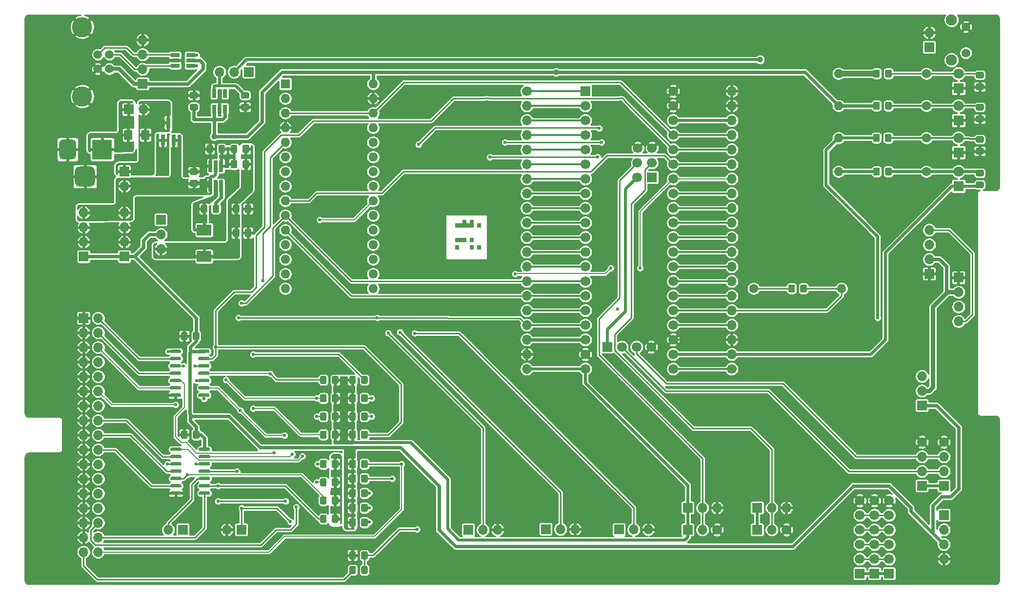
<source format=gbr>
G04 #@! TF.GenerationSoftware,KiCad,Pcbnew,(5.1.9)-1*
G04 #@! TF.CreationDate,2021-05-08T11:38:06+01:00*
G04 #@! TF.ProjectId,Greaseweazle F1 Plus 3.5,47726561-7365-4776-9561-7a6c65204631,1*
G04 #@! TF.SameCoordinates,PX6312cb0PY6bcb370*
G04 #@! TF.FileFunction,Copper,L1,Top*
G04 #@! TF.FilePolarity,Positive*
%FSLAX46Y46*%
G04 Gerber Fmt 4.6, Leading zero omitted, Abs format (unit mm)*
G04 Created by KiCad (PCBNEW (5.1.9)-1) date 2021-05-08 11:38:06*
%MOMM*%
%LPD*%
G01*
G04 APERTURE LIST*
G04 #@! TA.AperFunction,EtchedComponent*
%ADD10C,0.100000*%
G04 #@! TD*
G04 #@! TA.AperFunction,ComponentPad*
%ADD11R,1.700000X1.700000*%
G04 #@! TD*
G04 #@! TA.AperFunction,ComponentPad*
%ADD12C,1.700000*%
G04 #@! TD*
G04 #@! TA.AperFunction,SMDPad,CuDef*
%ADD13R,0.650000X1.560000*%
G04 #@! TD*
G04 #@! TA.AperFunction,SMDPad,CuDef*
%ADD14R,1.560000X0.650000*%
G04 #@! TD*
G04 #@! TA.AperFunction,SMDPad,CuDef*
%ADD15R,0.650000X2.000000*%
G04 #@! TD*
G04 #@! TA.AperFunction,SMDPad,CuDef*
%ADD16R,0.800000X1.900000*%
G04 #@! TD*
G04 #@! TA.AperFunction,ComponentPad*
%ADD17O,1.700000X1.700000*%
G04 #@! TD*
G04 #@! TA.AperFunction,ComponentPad*
%ADD18C,4.064000*%
G04 #@! TD*
G04 #@! TA.AperFunction,ComponentPad*
%ADD19O,1.600000X1.600000*%
G04 #@! TD*
G04 #@! TA.AperFunction,ComponentPad*
%ADD20R,1.600000X1.600000*%
G04 #@! TD*
G04 #@! TA.AperFunction,SMDPad,CuDef*
%ADD21R,2.500000X1.900000*%
G04 #@! TD*
G04 #@! TA.AperFunction,ComponentPad*
%ADD22C,3.500120*%
G04 #@! TD*
G04 #@! TA.AperFunction,ComponentPad*
%ADD23C,1.501140*%
G04 #@! TD*
G04 #@! TA.AperFunction,ComponentPad*
%ADD24C,1.600000*%
G04 #@! TD*
G04 #@! TA.AperFunction,ComponentPad*
%ADD25R,1.800000X1.800000*%
G04 #@! TD*
G04 #@! TA.AperFunction,ComponentPad*
%ADD26C,1.800000*%
G04 #@! TD*
G04 #@! TA.AperFunction,ComponentPad*
%ADD27R,3.500000X3.500000*%
G04 #@! TD*
G04 #@! TA.AperFunction,ComponentPad*
%ADD28C,1.950000*%
G04 #@! TD*
G04 #@! TA.AperFunction,ComponentPad*
%ADD29C,1.508000*%
G04 #@! TD*
G04 #@! TA.AperFunction,ViaPad*
%ADD30C,0.600000*%
G04 #@! TD*
G04 #@! TA.AperFunction,ViaPad*
%ADD31C,1.000000*%
G04 #@! TD*
G04 #@! TA.AperFunction,Conductor*
%ADD32C,0.304800*%
G04 #@! TD*
G04 #@! TA.AperFunction,Conductor*
%ADD33C,0.600000*%
G04 #@! TD*
G04 #@! TA.AperFunction,Conductor*
%ADD34C,0.250000*%
G04 #@! TD*
G04 #@! TA.AperFunction,Conductor*
%ADD35C,0.200000*%
G04 #@! TD*
G04 #@! TA.AperFunction,Conductor*
%ADD36C,0.500000*%
G04 #@! TD*
G04 #@! TA.AperFunction,Conductor*
%ADD37C,0.750000*%
G04 #@! TD*
G04 #@! TA.AperFunction,Conductor*
%ADD38C,1.000000*%
G04 #@! TD*
G04 #@! TA.AperFunction,Conductor*
%ADD39C,0.700000*%
G04 #@! TD*
G04 #@! TA.AperFunction,Conductor*
%ADD40C,0.254000*%
G04 #@! TD*
G04 #@! TA.AperFunction,Conductor*
%ADD41C,0.100000*%
G04 #@! TD*
G04 APERTURE END LIST*
D10*
G36*
X26543000Y24638000D02*
G01*
X25908000Y24638000D01*
X25908000Y25273000D01*
X26543000Y25273000D01*
X26543000Y24638000D01*
G37*
X26543000Y24638000D02*
X25908000Y24638000D01*
X25908000Y25273000D01*
X26543000Y25273000D01*
X26543000Y24638000D01*
G36*
X26543000Y20828000D02*
G01*
X25908000Y20828000D01*
X25908000Y21463000D01*
X26543000Y21463000D01*
X26543000Y20828000D01*
G37*
X26543000Y20828000D02*
X25908000Y20828000D01*
X25908000Y21463000D01*
X26543000Y21463000D01*
X26543000Y20828000D01*
G36*
X25273000Y25273000D02*
G01*
X24638000Y25273000D01*
X24638000Y25908000D01*
X25273000Y25908000D01*
X25273000Y25273000D01*
G37*
X25273000Y25273000D02*
X24638000Y25273000D01*
X24638000Y25908000D01*
X25273000Y25908000D01*
X25273000Y25273000D01*
G36*
X25273000Y24638000D02*
G01*
X24638000Y24638000D01*
X24638000Y25273000D01*
X25273000Y25273000D01*
X25273000Y24638000D01*
G37*
X25273000Y24638000D02*
X24638000Y24638000D01*
X24638000Y25273000D01*
X25273000Y25273000D01*
X25273000Y24638000D01*
G36*
X24638000Y24638000D02*
G01*
X24003000Y24638000D01*
X24003000Y25273000D01*
X24638000Y25273000D01*
X24638000Y24638000D01*
G37*
X24638000Y24638000D02*
X24003000Y24638000D01*
X24003000Y25273000D01*
X24638000Y25273000D01*
X24638000Y24638000D01*
G36*
X24003000Y24638000D02*
G01*
X23368000Y24638000D01*
X23368000Y25273000D01*
X24003000Y25273000D01*
X24003000Y24638000D01*
G37*
X24003000Y24638000D02*
X23368000Y24638000D01*
X23368000Y25273000D01*
X24003000Y25273000D01*
X24003000Y24638000D01*
G36*
X24003000Y25273000D02*
G01*
X23368000Y25273000D01*
X23368000Y25908000D01*
X24003000Y25908000D01*
X24003000Y25273000D01*
G37*
X24003000Y25273000D02*
X23368000Y25273000D01*
X23368000Y25908000D01*
X24003000Y25908000D01*
X24003000Y25273000D01*
G36*
X23368000Y24638000D02*
G01*
X22733000Y24638000D01*
X22733000Y25273000D01*
X23368000Y25273000D01*
X23368000Y24638000D01*
G37*
X23368000Y24638000D02*
X22733000Y24638000D01*
X22733000Y25273000D01*
X23368000Y25273000D01*
X23368000Y24638000D01*
G36*
X22733000Y24638000D02*
G01*
X22098000Y24638000D01*
X22098000Y25273000D01*
X22733000Y25273000D01*
X22733000Y24638000D01*
G37*
X22733000Y24638000D02*
X22098000Y24638000D01*
X22098000Y25273000D01*
X22733000Y25273000D01*
X22733000Y24638000D01*
G36*
X22733000Y22098000D02*
G01*
X22098000Y22098000D01*
X22098000Y22733000D01*
X22733000Y22733000D01*
X22733000Y22098000D01*
G37*
X22733000Y22098000D02*
X22098000Y22098000D01*
X22098000Y22733000D01*
X22733000Y22733000D01*
X22733000Y22098000D01*
G36*
X23368000Y22098000D02*
G01*
X22733000Y22098000D01*
X22733000Y22733000D01*
X23368000Y22733000D01*
X23368000Y22098000D01*
G37*
X23368000Y22098000D02*
X22733000Y22098000D01*
X22733000Y22733000D01*
X23368000Y22733000D01*
X23368000Y22098000D01*
G36*
X24003000Y22098000D02*
G01*
X23368000Y22098000D01*
X23368000Y22733000D01*
X24003000Y22733000D01*
X24003000Y22098000D01*
G37*
X24003000Y22098000D02*
X23368000Y22098000D01*
X23368000Y22733000D01*
X24003000Y22733000D01*
X24003000Y22098000D01*
G36*
X25273000Y22098000D02*
G01*
X24638000Y22098000D01*
X24638000Y22733000D01*
X25273000Y22733000D01*
X25273000Y22098000D01*
G37*
X25273000Y22098000D02*
X24638000Y22098000D01*
X24638000Y22733000D01*
X25273000Y22733000D01*
X25273000Y22098000D01*
G36*
X25273000Y20828000D02*
G01*
X24638000Y20828000D01*
X24638000Y21463000D01*
X25273000Y21463000D01*
X25273000Y20828000D01*
G37*
X25273000Y20828000D02*
X24638000Y20828000D01*
X24638000Y21463000D01*
X25273000Y21463000D01*
X25273000Y20828000D01*
G36*
X22733000Y20828000D02*
G01*
X22098000Y20828000D01*
X22098000Y21463000D01*
X22733000Y21463000D01*
X22733000Y20828000D01*
G37*
X22733000Y20828000D02*
X22098000Y20828000D01*
X22098000Y21463000D01*
X22733000Y21463000D01*
X22733000Y20828000D01*
G04 #@! TA.AperFunction,SMDPad,CuDef*
G36*
G01*
X5784000Y-11880001D02*
X5784000Y-10979999D01*
G75*
G02*
X6033999Y-10730000I249999J0D01*
G01*
X6684001Y-10730000D01*
G75*
G02*
X6934000Y-10979999I0J-249999D01*
G01*
X6934000Y-11880001D01*
G75*
G02*
X6684001Y-12130000I-249999J0D01*
G01*
X6033999Y-12130000D01*
G75*
G02*
X5784000Y-11880001I0J249999D01*
G01*
G37*
G04 #@! TD.AperFunction*
G04 #@! TA.AperFunction,SMDPad,CuDef*
G36*
G01*
X3734000Y-11880001D02*
X3734000Y-10979999D01*
G75*
G02*
X3983999Y-10730000I249999J0D01*
G01*
X4634001Y-10730000D01*
G75*
G02*
X4884000Y-10979999I0J-249999D01*
G01*
X4884000Y-11880001D01*
G75*
G02*
X4634001Y-12130000I-249999J0D01*
G01*
X3983999Y-12130000D01*
G75*
G02*
X3734000Y-11880001I0J249999D01*
G01*
G37*
G04 #@! TD.AperFunction*
G04 #@! TA.AperFunction,SMDPad,CuDef*
G36*
G01*
X-196000Y-1454999D02*
X-196000Y-2355001D01*
G75*
G02*
X-445999Y-2605000I-249999J0D01*
G01*
X-1096001Y-2605000D01*
G75*
G02*
X-1346000Y-2355001I0J249999D01*
G01*
X-1346000Y-1454999D01*
G75*
G02*
X-1096001Y-1205000I249999J0D01*
G01*
X-445999Y-1205000D01*
G75*
G02*
X-196000Y-1454999I0J-249999D01*
G01*
G37*
G04 #@! TD.AperFunction*
G04 #@! TA.AperFunction,SMDPad,CuDef*
G36*
G01*
X1854000Y-1454999D02*
X1854000Y-2355001D01*
G75*
G02*
X1604001Y-2605000I-249999J0D01*
G01*
X953999Y-2605000D01*
G75*
G02*
X704000Y-2355001I0J249999D01*
G01*
X704000Y-1454999D01*
G75*
G02*
X953999Y-1205000I249999J0D01*
G01*
X1604001Y-1205000D01*
G75*
G02*
X1854000Y-1454999I0J-249999D01*
G01*
G37*
G04 #@! TD.AperFunction*
G04 #@! TA.AperFunction,SMDPad,CuDef*
G36*
G01*
X5784000Y-8705001D02*
X5784000Y-7804999D01*
G75*
G02*
X6033999Y-7555000I249999J0D01*
G01*
X6684001Y-7555000D01*
G75*
G02*
X6934000Y-7804999I0J-249999D01*
G01*
X6934000Y-8705001D01*
G75*
G02*
X6684001Y-8955000I-249999J0D01*
G01*
X6033999Y-8955000D01*
G75*
G02*
X5784000Y-8705001I0J249999D01*
G01*
G37*
G04 #@! TD.AperFunction*
G04 #@! TA.AperFunction,SMDPad,CuDef*
G36*
G01*
X3734000Y-8705001D02*
X3734000Y-7804999D01*
G75*
G02*
X3983999Y-7555000I249999J0D01*
G01*
X4634001Y-7555000D01*
G75*
G02*
X4884000Y-7804999I0J-249999D01*
G01*
X4884000Y-8705001D01*
G75*
G02*
X4634001Y-8955000I-249999J0D01*
G01*
X3983999Y-8955000D01*
G75*
G02*
X3734000Y-8705001I0J249999D01*
G01*
G37*
G04 #@! TD.AperFunction*
G04 #@! TA.AperFunction,SMDPad,CuDef*
G36*
G01*
X-196000Y-16059999D02*
X-196000Y-16960001D01*
G75*
G02*
X-445999Y-17210000I-249999J0D01*
G01*
X-1096001Y-17210000D01*
G75*
G02*
X-1346000Y-16960001I0J249999D01*
G01*
X-1346000Y-16059999D01*
G75*
G02*
X-1096001Y-15810000I249999J0D01*
G01*
X-445999Y-15810000D01*
G75*
G02*
X-196000Y-16059999I0J-249999D01*
G01*
G37*
G04 #@! TD.AperFunction*
G04 #@! TA.AperFunction,SMDPad,CuDef*
G36*
G01*
X1854000Y-16059999D02*
X1854000Y-16960001D01*
G75*
G02*
X1604001Y-17210000I-249999J0D01*
G01*
X953999Y-17210000D01*
G75*
G02*
X704000Y-16960001I0J249999D01*
G01*
X704000Y-16059999D01*
G75*
G02*
X953999Y-15810000I249999J0D01*
G01*
X1604001Y-15810000D01*
G75*
G02*
X1854000Y-16059999I0J-249999D01*
G01*
G37*
G04 #@! TD.AperFunction*
G04 #@! TA.AperFunction,SMDPad,CuDef*
G36*
G01*
X-196000Y-4629999D02*
X-196000Y-5530001D01*
G75*
G02*
X-445999Y-5780000I-249999J0D01*
G01*
X-1096001Y-5780000D01*
G75*
G02*
X-1346000Y-5530001I0J249999D01*
G01*
X-1346000Y-4629999D01*
G75*
G02*
X-1096001Y-4380000I249999J0D01*
G01*
X-445999Y-4380000D01*
G75*
G02*
X-196000Y-4629999I0J-249999D01*
G01*
G37*
G04 #@! TD.AperFunction*
G04 #@! TA.AperFunction,SMDPad,CuDef*
G36*
G01*
X1854000Y-4629999D02*
X1854000Y-5530001D01*
G75*
G02*
X1604001Y-5780000I-249999J0D01*
G01*
X953999Y-5780000D01*
G75*
G02*
X704000Y-5530001I0J249999D01*
G01*
X704000Y-4629999D01*
G75*
G02*
X953999Y-4380000I249999J0D01*
G01*
X1604001Y-4380000D01*
G75*
G02*
X1854000Y-4629999I0J-249999D01*
G01*
G37*
G04 #@! TD.AperFunction*
G04 #@! TA.AperFunction,SMDPad,CuDef*
G36*
G01*
X5784000Y-5530001D02*
X5784000Y-4629999D01*
G75*
G02*
X6033999Y-4380000I249999J0D01*
G01*
X6684001Y-4380000D01*
G75*
G02*
X6934000Y-4629999I0J-249999D01*
G01*
X6934000Y-5530001D01*
G75*
G02*
X6684001Y-5780000I-249999J0D01*
G01*
X6033999Y-5780000D01*
G75*
G02*
X5784000Y-5530001I0J249999D01*
G01*
G37*
G04 #@! TD.AperFunction*
G04 #@! TA.AperFunction,SMDPad,CuDef*
G36*
G01*
X3734000Y-5530001D02*
X3734000Y-4629999D01*
G75*
G02*
X3983999Y-4380000I249999J0D01*
G01*
X4634001Y-4380000D01*
G75*
G02*
X4884000Y-4629999I0J-249999D01*
G01*
X4884000Y-5530001D01*
G75*
G02*
X4634001Y-5780000I-249999J0D01*
G01*
X3983999Y-5780000D01*
G75*
G02*
X3734000Y-5530001I0J249999D01*
G01*
G37*
G04 #@! TD.AperFunction*
G04 #@! TA.AperFunction,SMDPad,CuDef*
G36*
G01*
X-196000Y-19234999D02*
X-196000Y-20135001D01*
G75*
G02*
X-445999Y-20385000I-249999J0D01*
G01*
X-1096001Y-20385000D01*
G75*
G02*
X-1346000Y-20135001I0J249999D01*
G01*
X-1346000Y-19234999D01*
G75*
G02*
X-1096001Y-18985000I249999J0D01*
G01*
X-445999Y-18985000D01*
G75*
G02*
X-196000Y-19234999I0J-249999D01*
G01*
G37*
G04 #@! TD.AperFunction*
G04 #@! TA.AperFunction,SMDPad,CuDef*
G36*
G01*
X1854000Y-19234999D02*
X1854000Y-20135001D01*
G75*
G02*
X1604001Y-20385000I-249999J0D01*
G01*
X953999Y-20385000D01*
G75*
G02*
X704000Y-20135001I0J249999D01*
G01*
X704000Y-19234999D01*
G75*
G02*
X953999Y-18985000I249999J0D01*
G01*
X1604001Y-18985000D01*
G75*
G02*
X1854000Y-19234999I0J-249999D01*
G01*
G37*
G04 #@! TD.AperFunction*
G04 #@! TA.AperFunction,SMDPad,CuDef*
G36*
G01*
X-196000Y-7804999D02*
X-196000Y-8705001D01*
G75*
G02*
X-445999Y-8955000I-249999J0D01*
G01*
X-1096001Y-8955000D01*
G75*
G02*
X-1346000Y-8705001I0J249999D01*
G01*
X-1346000Y-7804999D01*
G75*
G02*
X-1096001Y-7555000I249999J0D01*
G01*
X-445999Y-7555000D01*
G75*
G02*
X-196000Y-7804999I0J-249999D01*
G01*
G37*
G04 #@! TD.AperFunction*
G04 #@! TA.AperFunction,SMDPad,CuDef*
G36*
G01*
X1854000Y-7804999D02*
X1854000Y-8705001D01*
G75*
G02*
X1604001Y-8955000I-249999J0D01*
G01*
X953999Y-8955000D01*
G75*
G02*
X704000Y-8705001I0J249999D01*
G01*
X704000Y-7804999D01*
G75*
G02*
X953999Y-7555000I249999J0D01*
G01*
X1604001Y-7555000D01*
G75*
G02*
X1854000Y-7804999I0J-249999D01*
G01*
G37*
G04 #@! TD.AperFunction*
G04 #@! TA.AperFunction,SMDPad,CuDef*
G36*
G01*
X5784000Y-2355001D02*
X5784000Y-1454999D01*
G75*
G02*
X6033999Y-1205000I249999J0D01*
G01*
X6684001Y-1205000D01*
G75*
G02*
X6934000Y-1454999I0J-249999D01*
G01*
X6934000Y-2355001D01*
G75*
G02*
X6684001Y-2605000I-249999J0D01*
G01*
X6033999Y-2605000D01*
G75*
G02*
X5784000Y-2355001I0J249999D01*
G01*
G37*
G04 #@! TD.AperFunction*
G04 #@! TA.AperFunction,SMDPad,CuDef*
G36*
G01*
X3734000Y-2355001D02*
X3734000Y-1454999D01*
G75*
G02*
X3983999Y-1205000I249999J0D01*
G01*
X4634001Y-1205000D01*
G75*
G02*
X4884000Y-1454999I0J-249999D01*
G01*
X4884000Y-2355001D01*
G75*
G02*
X4634001Y-2605000I-249999J0D01*
G01*
X3983999Y-2605000D01*
G75*
G02*
X3734000Y-2355001I0J249999D01*
G01*
G37*
G04 #@! TD.AperFunction*
G04 #@! TA.AperFunction,SMDPad,CuDef*
G36*
G01*
X-196000Y-22409999D02*
X-196000Y-23310001D01*
G75*
G02*
X-445999Y-23560000I-249999J0D01*
G01*
X-1096001Y-23560000D01*
G75*
G02*
X-1346000Y-23310001I0J249999D01*
G01*
X-1346000Y-22409999D01*
G75*
G02*
X-1096001Y-22160000I249999J0D01*
G01*
X-445999Y-22160000D01*
G75*
G02*
X-196000Y-22409999I0J-249999D01*
G01*
G37*
G04 #@! TD.AperFunction*
G04 #@! TA.AperFunction,SMDPad,CuDef*
G36*
G01*
X1854000Y-22409999D02*
X1854000Y-23310001D01*
G75*
G02*
X1604001Y-23560000I-249999J0D01*
G01*
X953999Y-23560000D01*
G75*
G02*
X704000Y-23310001I0J249999D01*
G01*
X704000Y-22409999D01*
G75*
G02*
X953999Y-22160000I249999J0D01*
G01*
X1604001Y-22160000D01*
G75*
G02*
X1854000Y-22409999I0J-249999D01*
G01*
G37*
G04 #@! TD.AperFunction*
G04 #@! TA.AperFunction,SMDPad,CuDef*
G36*
G01*
X-196000Y-10979999D02*
X-196000Y-11880001D01*
G75*
G02*
X-445999Y-12130000I-249999J0D01*
G01*
X-1096001Y-12130000D01*
G75*
G02*
X-1346000Y-11880001I0J249999D01*
G01*
X-1346000Y-10979999D01*
G75*
G02*
X-1096001Y-10730000I249999J0D01*
G01*
X-445999Y-10730000D01*
G75*
G02*
X-196000Y-10979999I0J-249999D01*
G01*
G37*
G04 #@! TD.AperFunction*
G04 #@! TA.AperFunction,SMDPad,CuDef*
G36*
G01*
X1854000Y-10979999D02*
X1854000Y-11880001D01*
G75*
G02*
X1604001Y-12130000I-249999J0D01*
G01*
X953999Y-12130000D01*
G75*
G02*
X704000Y-11880001I0J249999D01*
G01*
X704000Y-10979999D01*
G75*
G02*
X953999Y-10730000I249999J0D01*
G01*
X1604001Y-10730000D01*
G75*
G02*
X1854000Y-10979999I0J-249999D01*
G01*
G37*
G04 #@! TD.AperFunction*
G04 #@! TA.AperFunction,SMDPad,CuDef*
G36*
G01*
X-196000Y-25584999D02*
X-196000Y-26485001D01*
G75*
G02*
X-445999Y-26735000I-249999J0D01*
G01*
X-1096001Y-26735000D01*
G75*
G02*
X-1346000Y-26485001I0J249999D01*
G01*
X-1346000Y-25584999D01*
G75*
G02*
X-1096001Y-25335000I249999J0D01*
G01*
X-445999Y-25335000D01*
G75*
G02*
X-196000Y-25584999I0J-249999D01*
G01*
G37*
G04 #@! TD.AperFunction*
G04 #@! TA.AperFunction,SMDPad,CuDef*
G36*
G01*
X1854000Y-25584999D02*
X1854000Y-26485001D01*
G75*
G02*
X1604001Y-26735000I-249999J0D01*
G01*
X953999Y-26735000D01*
G75*
G02*
X704000Y-26485001I0J249999D01*
G01*
X704000Y-25584999D01*
G75*
G02*
X953999Y-25335000I249999J0D01*
G01*
X1604001Y-25335000D01*
G75*
G02*
X1854000Y-25584999I0J-249999D01*
G01*
G37*
G04 #@! TD.AperFunction*
G04 #@! TA.AperFunction,SMDPad,CuDef*
G36*
G01*
X5784000Y-16960001D02*
X5784000Y-16059999D01*
G75*
G02*
X6033999Y-15810000I249999J0D01*
G01*
X6684001Y-15810000D01*
G75*
G02*
X6934000Y-16059999I0J-249999D01*
G01*
X6934000Y-16960001D01*
G75*
G02*
X6684001Y-17210000I-249999J0D01*
G01*
X6033999Y-17210000D01*
G75*
G02*
X5784000Y-16960001I0J249999D01*
G01*
G37*
G04 #@! TD.AperFunction*
G04 #@! TA.AperFunction,SMDPad,CuDef*
G36*
G01*
X3734000Y-16960001D02*
X3734000Y-16059999D01*
G75*
G02*
X3983999Y-15810000I249999J0D01*
G01*
X4634001Y-15810000D01*
G75*
G02*
X4884000Y-16059999I0J-249999D01*
G01*
X4884000Y-16960001D01*
G75*
G02*
X4634001Y-17210000I-249999J0D01*
G01*
X3983999Y-17210000D01*
G75*
G02*
X3734000Y-16960001I0J249999D01*
G01*
G37*
G04 #@! TD.AperFunction*
G04 #@! TA.AperFunction,SMDPad,CuDef*
G36*
G01*
X-22376000Y-14120000D02*
X-22376000Y-13820000D01*
G75*
G02*
X-22226000Y-13670000I150000J0D01*
G01*
X-20576000Y-13670000D01*
G75*
G02*
X-20426000Y-13820000I0J-150000D01*
G01*
X-20426000Y-14120000D01*
G75*
G02*
X-20576000Y-14270000I-150000J0D01*
G01*
X-22226000Y-14270000D01*
G75*
G02*
X-22376000Y-14120000I0J150000D01*
G01*
G37*
G04 #@! TD.AperFunction*
G04 #@! TA.AperFunction,SMDPad,CuDef*
G36*
G01*
X-22376000Y-15390000D02*
X-22376000Y-15090000D01*
G75*
G02*
X-22226000Y-14940000I150000J0D01*
G01*
X-20576000Y-14940000D01*
G75*
G02*
X-20426000Y-15090000I0J-150000D01*
G01*
X-20426000Y-15390000D01*
G75*
G02*
X-20576000Y-15540000I-150000J0D01*
G01*
X-22226000Y-15540000D01*
G75*
G02*
X-22376000Y-15390000I0J150000D01*
G01*
G37*
G04 #@! TD.AperFunction*
G04 #@! TA.AperFunction,SMDPad,CuDef*
G36*
G01*
X-22376000Y-16660000D02*
X-22376000Y-16360000D01*
G75*
G02*
X-22226000Y-16210000I150000J0D01*
G01*
X-20576000Y-16210000D01*
G75*
G02*
X-20426000Y-16360000I0J-150000D01*
G01*
X-20426000Y-16660000D01*
G75*
G02*
X-20576000Y-16810000I-150000J0D01*
G01*
X-22226000Y-16810000D01*
G75*
G02*
X-22376000Y-16660000I0J150000D01*
G01*
G37*
G04 #@! TD.AperFunction*
G04 #@! TA.AperFunction,SMDPad,CuDef*
G36*
G01*
X-22376000Y-17930000D02*
X-22376000Y-17630000D01*
G75*
G02*
X-22226000Y-17480000I150000J0D01*
G01*
X-20576000Y-17480000D01*
G75*
G02*
X-20426000Y-17630000I0J-150000D01*
G01*
X-20426000Y-17930000D01*
G75*
G02*
X-20576000Y-18080000I-150000J0D01*
G01*
X-22226000Y-18080000D01*
G75*
G02*
X-22376000Y-17930000I0J150000D01*
G01*
G37*
G04 #@! TD.AperFunction*
G04 #@! TA.AperFunction,SMDPad,CuDef*
G36*
G01*
X-22376000Y-19200000D02*
X-22376000Y-18900000D01*
G75*
G02*
X-22226000Y-18750000I150000J0D01*
G01*
X-20576000Y-18750000D01*
G75*
G02*
X-20426000Y-18900000I0J-150000D01*
G01*
X-20426000Y-19200000D01*
G75*
G02*
X-20576000Y-19350000I-150000J0D01*
G01*
X-22226000Y-19350000D01*
G75*
G02*
X-22376000Y-19200000I0J150000D01*
G01*
G37*
G04 #@! TD.AperFunction*
G04 #@! TA.AperFunction,SMDPad,CuDef*
G36*
G01*
X-22376000Y-20470000D02*
X-22376000Y-20170000D01*
G75*
G02*
X-22226000Y-20020000I150000J0D01*
G01*
X-20576000Y-20020000D01*
G75*
G02*
X-20426000Y-20170000I0J-150000D01*
G01*
X-20426000Y-20470000D01*
G75*
G02*
X-20576000Y-20620000I-150000J0D01*
G01*
X-22226000Y-20620000D01*
G75*
G02*
X-22376000Y-20470000I0J150000D01*
G01*
G37*
G04 #@! TD.AperFunction*
G04 #@! TA.AperFunction,SMDPad,CuDef*
G36*
G01*
X-22376000Y-21740000D02*
X-22376000Y-21440000D01*
G75*
G02*
X-22226000Y-21290000I150000J0D01*
G01*
X-20576000Y-21290000D01*
G75*
G02*
X-20426000Y-21440000I0J-150000D01*
G01*
X-20426000Y-21740000D01*
G75*
G02*
X-20576000Y-21890000I-150000J0D01*
G01*
X-22226000Y-21890000D01*
G75*
G02*
X-22376000Y-21740000I0J150000D01*
G01*
G37*
G04 #@! TD.AperFunction*
G04 #@! TA.AperFunction,SMDPad,CuDef*
G36*
G01*
X-27326000Y-21740000D02*
X-27326000Y-21440000D01*
G75*
G02*
X-27176000Y-21290000I150000J0D01*
G01*
X-25526000Y-21290000D01*
G75*
G02*
X-25376000Y-21440000I0J-150000D01*
G01*
X-25376000Y-21740000D01*
G75*
G02*
X-25526000Y-21890000I-150000J0D01*
G01*
X-27176000Y-21890000D01*
G75*
G02*
X-27326000Y-21740000I0J150000D01*
G01*
G37*
G04 #@! TD.AperFunction*
G04 #@! TA.AperFunction,SMDPad,CuDef*
G36*
G01*
X-27326000Y-20470000D02*
X-27326000Y-20170000D01*
G75*
G02*
X-27176000Y-20020000I150000J0D01*
G01*
X-25526000Y-20020000D01*
G75*
G02*
X-25376000Y-20170000I0J-150000D01*
G01*
X-25376000Y-20470000D01*
G75*
G02*
X-25526000Y-20620000I-150000J0D01*
G01*
X-27176000Y-20620000D01*
G75*
G02*
X-27326000Y-20470000I0J150000D01*
G01*
G37*
G04 #@! TD.AperFunction*
G04 #@! TA.AperFunction,SMDPad,CuDef*
G36*
G01*
X-27326000Y-19200000D02*
X-27326000Y-18900000D01*
G75*
G02*
X-27176000Y-18750000I150000J0D01*
G01*
X-25526000Y-18750000D01*
G75*
G02*
X-25376000Y-18900000I0J-150000D01*
G01*
X-25376000Y-19200000D01*
G75*
G02*
X-25526000Y-19350000I-150000J0D01*
G01*
X-27176000Y-19350000D01*
G75*
G02*
X-27326000Y-19200000I0J150000D01*
G01*
G37*
G04 #@! TD.AperFunction*
G04 #@! TA.AperFunction,SMDPad,CuDef*
G36*
G01*
X-27326000Y-17930000D02*
X-27326000Y-17630000D01*
G75*
G02*
X-27176000Y-17480000I150000J0D01*
G01*
X-25526000Y-17480000D01*
G75*
G02*
X-25376000Y-17630000I0J-150000D01*
G01*
X-25376000Y-17930000D01*
G75*
G02*
X-25526000Y-18080000I-150000J0D01*
G01*
X-27176000Y-18080000D01*
G75*
G02*
X-27326000Y-17930000I0J150000D01*
G01*
G37*
G04 #@! TD.AperFunction*
G04 #@! TA.AperFunction,SMDPad,CuDef*
G36*
G01*
X-27326000Y-16660000D02*
X-27326000Y-16360000D01*
G75*
G02*
X-27176000Y-16210000I150000J0D01*
G01*
X-25526000Y-16210000D01*
G75*
G02*
X-25376000Y-16360000I0J-150000D01*
G01*
X-25376000Y-16660000D01*
G75*
G02*
X-25526000Y-16810000I-150000J0D01*
G01*
X-27176000Y-16810000D01*
G75*
G02*
X-27326000Y-16660000I0J150000D01*
G01*
G37*
G04 #@! TD.AperFunction*
G04 #@! TA.AperFunction,SMDPad,CuDef*
G36*
G01*
X-27326000Y-15390000D02*
X-27326000Y-15090000D01*
G75*
G02*
X-27176000Y-14940000I150000J0D01*
G01*
X-25526000Y-14940000D01*
G75*
G02*
X-25376000Y-15090000I0J-150000D01*
G01*
X-25376000Y-15390000D01*
G75*
G02*
X-25526000Y-15540000I-150000J0D01*
G01*
X-27176000Y-15540000D01*
G75*
G02*
X-27326000Y-15390000I0J150000D01*
G01*
G37*
G04 #@! TD.AperFunction*
G04 #@! TA.AperFunction,SMDPad,CuDef*
G36*
G01*
X-27326000Y-14120000D02*
X-27326000Y-13820000D01*
G75*
G02*
X-27176000Y-13670000I150000J0D01*
G01*
X-25526000Y-13670000D01*
G75*
G02*
X-25376000Y-13820000I0J-150000D01*
G01*
X-25376000Y-14120000D01*
G75*
G02*
X-25526000Y-14270000I-150000J0D01*
G01*
X-27176000Y-14270000D01*
G75*
G02*
X-27326000Y-14120000I0J150000D01*
G01*
G37*
G04 #@! TD.AperFunction*
G04 #@! TA.AperFunction,SMDPad,CuDef*
G36*
G01*
X-22460999Y2898000D02*
X-22460999Y3198000D01*
G75*
G02*
X-22310999Y3348000I150000J0D01*
G01*
X-20660999Y3348000D01*
G75*
G02*
X-20510999Y3198000I0J-150000D01*
G01*
X-20510999Y2898000D01*
G75*
G02*
X-20660999Y2748000I-150000J0D01*
G01*
X-22310999Y2748000D01*
G75*
G02*
X-22460999Y2898000I0J150000D01*
G01*
G37*
G04 #@! TD.AperFunction*
G04 #@! TA.AperFunction,SMDPad,CuDef*
G36*
G01*
X-22460999Y1628000D02*
X-22460999Y1928000D01*
G75*
G02*
X-22310999Y2078000I150000J0D01*
G01*
X-20660999Y2078000D01*
G75*
G02*
X-20510999Y1928000I0J-150000D01*
G01*
X-20510999Y1628000D01*
G75*
G02*
X-20660999Y1478000I-150000J0D01*
G01*
X-22310999Y1478000D01*
G75*
G02*
X-22460999Y1628000I0J150000D01*
G01*
G37*
G04 #@! TD.AperFunction*
G04 #@! TA.AperFunction,SMDPad,CuDef*
G36*
G01*
X-22460999Y358000D02*
X-22460999Y658000D01*
G75*
G02*
X-22310999Y808000I150000J0D01*
G01*
X-20660999Y808000D01*
G75*
G02*
X-20510999Y658000I0J-150000D01*
G01*
X-20510999Y358000D01*
G75*
G02*
X-20660999Y208000I-150000J0D01*
G01*
X-22310999Y208000D01*
G75*
G02*
X-22460999Y358000I0J150000D01*
G01*
G37*
G04 #@! TD.AperFunction*
G04 #@! TA.AperFunction,SMDPad,CuDef*
G36*
G01*
X-22460999Y-912000D02*
X-22460999Y-612000D01*
G75*
G02*
X-22310999Y-462000I150000J0D01*
G01*
X-20660999Y-462000D01*
G75*
G02*
X-20510999Y-612000I0J-150000D01*
G01*
X-20510999Y-912000D01*
G75*
G02*
X-20660999Y-1062000I-150000J0D01*
G01*
X-22310999Y-1062000D01*
G75*
G02*
X-22460999Y-912000I0J150000D01*
G01*
G37*
G04 #@! TD.AperFunction*
G04 #@! TA.AperFunction,SMDPad,CuDef*
G36*
G01*
X-22460999Y-2182000D02*
X-22460999Y-1882000D01*
G75*
G02*
X-22310999Y-1732000I150000J0D01*
G01*
X-20660999Y-1732000D01*
G75*
G02*
X-20510999Y-1882000I0J-150000D01*
G01*
X-20510999Y-2182000D01*
G75*
G02*
X-20660999Y-2332000I-150000J0D01*
G01*
X-22310999Y-2332000D01*
G75*
G02*
X-22460999Y-2182000I0J150000D01*
G01*
G37*
G04 #@! TD.AperFunction*
G04 #@! TA.AperFunction,SMDPad,CuDef*
G36*
G01*
X-22460999Y-3452000D02*
X-22460999Y-3152000D01*
G75*
G02*
X-22310999Y-3002000I150000J0D01*
G01*
X-20660999Y-3002000D01*
G75*
G02*
X-20510999Y-3152000I0J-150000D01*
G01*
X-20510999Y-3452000D01*
G75*
G02*
X-20660999Y-3602000I-150000J0D01*
G01*
X-22310999Y-3602000D01*
G75*
G02*
X-22460999Y-3452000I0J150000D01*
G01*
G37*
G04 #@! TD.AperFunction*
G04 #@! TA.AperFunction,SMDPad,CuDef*
G36*
G01*
X-22460999Y-4722000D02*
X-22460999Y-4422000D01*
G75*
G02*
X-22310999Y-4272000I150000J0D01*
G01*
X-20660999Y-4272000D01*
G75*
G02*
X-20510999Y-4422000I0J-150000D01*
G01*
X-20510999Y-4722000D01*
G75*
G02*
X-20660999Y-4872000I-150000J0D01*
G01*
X-22310999Y-4872000D01*
G75*
G02*
X-22460999Y-4722000I0J150000D01*
G01*
G37*
G04 #@! TD.AperFunction*
G04 #@! TA.AperFunction,SMDPad,CuDef*
G36*
G01*
X-27410999Y-4722000D02*
X-27410999Y-4422000D01*
G75*
G02*
X-27260999Y-4272000I150000J0D01*
G01*
X-25610999Y-4272000D01*
G75*
G02*
X-25460999Y-4422000I0J-150000D01*
G01*
X-25460999Y-4722000D01*
G75*
G02*
X-25610999Y-4872000I-150000J0D01*
G01*
X-27260999Y-4872000D01*
G75*
G02*
X-27410999Y-4722000I0J150000D01*
G01*
G37*
G04 #@! TD.AperFunction*
G04 #@! TA.AperFunction,SMDPad,CuDef*
G36*
G01*
X-27410999Y-3452000D02*
X-27410999Y-3152000D01*
G75*
G02*
X-27260999Y-3002000I150000J0D01*
G01*
X-25610999Y-3002000D01*
G75*
G02*
X-25460999Y-3152000I0J-150000D01*
G01*
X-25460999Y-3452000D01*
G75*
G02*
X-25610999Y-3602000I-150000J0D01*
G01*
X-27260999Y-3602000D01*
G75*
G02*
X-27410999Y-3452000I0J150000D01*
G01*
G37*
G04 #@! TD.AperFunction*
G04 #@! TA.AperFunction,SMDPad,CuDef*
G36*
G01*
X-27410999Y-2182000D02*
X-27410999Y-1882000D01*
G75*
G02*
X-27260999Y-1732000I150000J0D01*
G01*
X-25610999Y-1732000D01*
G75*
G02*
X-25460999Y-1882000I0J-150000D01*
G01*
X-25460999Y-2182000D01*
G75*
G02*
X-25610999Y-2332000I-150000J0D01*
G01*
X-27260999Y-2332000D01*
G75*
G02*
X-27410999Y-2182000I0J150000D01*
G01*
G37*
G04 #@! TD.AperFunction*
G04 #@! TA.AperFunction,SMDPad,CuDef*
G36*
G01*
X-27410999Y-912000D02*
X-27410999Y-612000D01*
G75*
G02*
X-27260999Y-462000I150000J0D01*
G01*
X-25610999Y-462000D01*
G75*
G02*
X-25460999Y-612000I0J-150000D01*
G01*
X-25460999Y-912000D01*
G75*
G02*
X-25610999Y-1062000I-150000J0D01*
G01*
X-27260999Y-1062000D01*
G75*
G02*
X-27410999Y-912000I0J150000D01*
G01*
G37*
G04 #@! TD.AperFunction*
G04 #@! TA.AperFunction,SMDPad,CuDef*
G36*
G01*
X-27410999Y358000D02*
X-27410999Y658000D01*
G75*
G02*
X-27260999Y808000I150000J0D01*
G01*
X-25610999Y808000D01*
G75*
G02*
X-25460999Y658000I0J-150000D01*
G01*
X-25460999Y358000D01*
G75*
G02*
X-25610999Y208000I-150000J0D01*
G01*
X-27260999Y208000D01*
G75*
G02*
X-27410999Y358000I0J150000D01*
G01*
G37*
G04 #@! TD.AperFunction*
G04 #@! TA.AperFunction,SMDPad,CuDef*
G36*
G01*
X-27410999Y1628000D02*
X-27410999Y1928000D01*
G75*
G02*
X-27260999Y2078000I150000J0D01*
G01*
X-25610999Y2078000D01*
G75*
G02*
X-25460999Y1928000I0J-150000D01*
G01*
X-25460999Y1628000D01*
G75*
G02*
X-25610999Y1478000I-150000J0D01*
G01*
X-27260999Y1478000D01*
G75*
G02*
X-27410999Y1628000I0J150000D01*
G01*
G37*
G04 #@! TD.AperFunction*
G04 #@! TA.AperFunction,SMDPad,CuDef*
G36*
G01*
X-27410999Y2898000D02*
X-27410999Y3198000D01*
G75*
G02*
X-27260999Y3348000I150000J0D01*
G01*
X-25610999Y3348000D01*
G75*
G02*
X-25460999Y3198000I0J-150000D01*
G01*
X-25460999Y2898000D01*
G75*
G02*
X-25610999Y2748000I-150000J0D01*
G01*
X-27260999Y2748000D01*
G75*
G02*
X-27410999Y2898000I0J150000D01*
G01*
G37*
G04 #@! TD.AperFunction*
G04 #@! TA.AperFunction,SMDPad,CuDef*
G36*
G01*
X5784000Y-35375001D02*
X5784000Y-34474999D01*
G75*
G02*
X6033999Y-34225000I249999J0D01*
G01*
X6684001Y-34225000D01*
G75*
G02*
X6934000Y-34474999I0J-249999D01*
G01*
X6934000Y-35375001D01*
G75*
G02*
X6684001Y-35625000I-249999J0D01*
G01*
X6033999Y-35625000D01*
G75*
G02*
X5784000Y-35375001I0J249999D01*
G01*
G37*
G04 #@! TD.AperFunction*
G04 #@! TA.AperFunction,SMDPad,CuDef*
G36*
G01*
X3734000Y-35375001D02*
X3734000Y-34474999D01*
G75*
G02*
X3983999Y-34225000I249999J0D01*
G01*
X4634001Y-34225000D01*
G75*
G02*
X4884000Y-34474999I0J-249999D01*
G01*
X4884000Y-35375001D01*
G75*
G02*
X4634001Y-35625000I-249999J0D01*
G01*
X3983999Y-35625000D01*
G75*
G02*
X3734000Y-35375001I0J249999D01*
G01*
G37*
G04 #@! TD.AperFunction*
G04 #@! TA.AperFunction,SMDPad,CuDef*
G36*
G01*
X5784000Y-32835001D02*
X5784000Y-31934999D01*
G75*
G02*
X6033999Y-31685000I249999J0D01*
G01*
X6684001Y-31685000D01*
G75*
G02*
X6934000Y-31934999I0J-249999D01*
G01*
X6934000Y-32835001D01*
G75*
G02*
X6684001Y-33085000I-249999J0D01*
G01*
X6033999Y-33085000D01*
G75*
G02*
X5784000Y-32835001I0J249999D01*
G01*
G37*
G04 #@! TD.AperFunction*
G04 #@! TA.AperFunction,SMDPad,CuDef*
G36*
G01*
X3734000Y-32835001D02*
X3734000Y-31934999D01*
G75*
G02*
X3983999Y-31685000I249999J0D01*
G01*
X4634001Y-31685000D01*
G75*
G02*
X4884000Y-31934999I0J-249999D01*
G01*
X4884000Y-32835001D01*
G75*
G02*
X4634001Y-33085000I-249999J0D01*
G01*
X3983999Y-33085000D01*
G75*
G02*
X3734000Y-32835001I0J249999D01*
G01*
G37*
G04 #@! TD.AperFunction*
G04 #@! TA.AperFunction,SMDPad,CuDef*
G36*
G01*
X-24326000Y-10979999D02*
X-24326000Y-11880001D01*
G75*
G02*
X-24575999Y-12130000I-249999J0D01*
G01*
X-25226001Y-12130000D01*
G75*
G02*
X-25476000Y-11880001I0J249999D01*
G01*
X-25476000Y-10979999D01*
G75*
G02*
X-25226001Y-10730000I249999J0D01*
G01*
X-24575999Y-10730000D01*
G75*
G02*
X-24326000Y-10979999I0J-249999D01*
G01*
G37*
G04 #@! TD.AperFunction*
G04 #@! TA.AperFunction,SMDPad,CuDef*
G36*
G01*
X-22276000Y-10979999D02*
X-22276000Y-11880001D01*
G75*
G02*
X-22525999Y-12130000I-249999J0D01*
G01*
X-23176001Y-12130000D01*
G75*
G02*
X-23426000Y-11880001I0J249999D01*
G01*
X-23426000Y-10979999D01*
G75*
G02*
X-23176001Y-10730000I249999J0D01*
G01*
X-22525999Y-10730000D01*
G75*
G02*
X-22276000Y-10979999I0J-249999D01*
G01*
G37*
G04 #@! TD.AperFunction*
G04 #@! TA.AperFunction,SMDPad,CuDef*
G36*
G01*
X-24326000Y6165001D02*
X-24326000Y5264999D01*
G75*
G02*
X-24575999Y5015000I-249999J0D01*
G01*
X-25226001Y5015000D01*
G75*
G02*
X-25476000Y5264999I0J249999D01*
G01*
X-25476000Y6165001D01*
G75*
G02*
X-25226001Y6415000I249999J0D01*
G01*
X-24575999Y6415000D01*
G75*
G02*
X-24326000Y6165001I0J-249999D01*
G01*
G37*
G04 #@! TD.AperFunction*
G04 #@! TA.AperFunction,SMDPad,CuDef*
G36*
G01*
X-22276000Y6165001D02*
X-22276000Y5264999D01*
G75*
G02*
X-22525999Y5015000I-249999J0D01*
G01*
X-23176001Y5015000D01*
G75*
G02*
X-23426000Y5264999I0J249999D01*
G01*
X-23426000Y6165001D01*
G75*
G02*
X-23176001Y6415000I249999J0D01*
G01*
X-22525999Y6415000D01*
G75*
G02*
X-22276000Y6165001I0J-249999D01*
G01*
G37*
G04 #@! TD.AperFunction*
D11*
X48514000Y3810000D03*
D12*
X51054000Y3810000D03*
X53594000Y3810000D03*
X56134000Y3810000D03*
X59944000Y48260000D03*
D11*
X44704000Y48260000D03*
D12*
X59944000Y45720000D03*
X44704000Y45720000D03*
X59944000Y43180000D03*
X44704000Y43180000D03*
X59944000Y40640000D03*
X44704000Y40640000D03*
X59944000Y38100000D03*
X44704000Y38100000D03*
X59944000Y35560000D03*
X44704000Y35560000D03*
X59944000Y33020000D03*
X44704000Y33020000D03*
X59944000Y30480000D03*
X44704000Y30480000D03*
X59944000Y27940000D03*
X44704000Y27940000D03*
X59944000Y25400000D03*
X44704000Y25400000D03*
X59944000Y22860000D03*
X44704000Y22860000D03*
X59944000Y20320000D03*
X44704000Y20320000D03*
X59944000Y17780000D03*
X44704000Y17780000D03*
X59944000Y15240000D03*
X44704000Y15240000D03*
X59944000Y12700000D03*
X44704000Y12700000D03*
X59944000Y10160000D03*
X44704000Y10160000D03*
X59944000Y7620000D03*
X44704000Y7620000D03*
X59944000Y5080000D03*
X44704000Y5080000D03*
X59944000Y2540000D03*
X44704000Y2540000D03*
X59944000Y0D03*
X44704000Y0D03*
X56273700Y35814000D03*
X56273700Y38354000D03*
D11*
X56273700Y33274000D03*
D12*
X53797200Y38354000D03*
X53733700Y35814000D03*
X53733700Y33274000D03*
X92329000Y-22860000D03*
X92329000Y-25400000D03*
X92329000Y-27940000D03*
X92329000Y-30480000D03*
X92329000Y-33020000D03*
D11*
X92329000Y-35560000D03*
D12*
X94869000Y-22860000D03*
X94869000Y-25400000D03*
X94869000Y-27940000D03*
X94869000Y-30480000D03*
X94869000Y-33020000D03*
D11*
X94869000Y-35560000D03*
D13*
X-19725999Y47857400D03*
X-17825999Y47857400D03*
X-17825999Y45157400D03*
X-18775999Y45157400D03*
X-19725999Y45157400D03*
D14*
X-23796000Y53594000D03*
X-23796000Y54544000D03*
X-23796000Y52644000D03*
X-26496000Y52644000D03*
X-26496000Y53594000D03*
X-26496000Y54544000D03*
D15*
X-18481000Y31818000D03*
X-19431000Y31818000D03*
X-20381000Y31818000D03*
X-20381000Y35238000D03*
X-19431000Y35238000D03*
X-18481000Y35238000D03*
D16*
X-27686000Y42775000D03*
X-26736000Y39775000D03*
X-28636000Y39775000D03*
G04 #@! TA.AperFunction,SMDPad,CuDef*
G36*
G01*
X-33922000Y41265000D02*
X-33922000Y40015000D01*
G75*
G02*
X-34172000Y39765000I-250000J0D01*
G01*
X-35097000Y39765000D01*
G75*
G02*
X-35347000Y40015000I0J250000D01*
G01*
X-35347000Y41265000D01*
G75*
G02*
X-35097000Y41515000I250000J0D01*
G01*
X-34172000Y41515000D01*
G75*
G02*
X-33922000Y41265000I0J-250000D01*
G01*
G37*
G04 #@! TD.AperFunction*
G04 #@! TA.AperFunction,SMDPad,CuDef*
G36*
G01*
X-30947000Y41265000D02*
X-30947000Y40015000D01*
G75*
G02*
X-31197000Y39765000I-250000J0D01*
G01*
X-32122000Y39765000D01*
G75*
G02*
X-32372000Y40015000I0J250000D01*
G01*
X-32372000Y41265000D01*
G75*
G02*
X-32122000Y41515000I250000J0D01*
G01*
X-31197000Y41515000D01*
G75*
G02*
X-30947000Y41265000I0J-250000D01*
G01*
G37*
G04 #@! TD.AperFunction*
D17*
X-32004000Y45085000D03*
D11*
X-34544000Y45085000D03*
D18*
X86113620Y-34935160D03*
X16113760Y59065160D03*
X16113760Y-34935160D03*
X86113620Y59065160D03*
D17*
X104394000Y58420000D03*
D11*
X104394000Y55880000D03*
D17*
X-17526000Y-27940000D03*
D11*
X-14986000Y-27940000D03*
D17*
X-27686000Y-27940000D03*
D11*
X-25146000Y-27940000D03*
D12*
X97409000Y-22860000D03*
X97409000Y-25400000D03*
X97409000Y-27940000D03*
X97409000Y-30480000D03*
X97409000Y-33020000D03*
D11*
X97409000Y-35560000D03*
D17*
X-35306000Y27152600D03*
X-35306000Y24612600D03*
X-35306000Y22072600D03*
D11*
X-35306000Y19532600D03*
D17*
X-32131000Y57150000D03*
X-32131000Y54610000D03*
X-32131000Y52070000D03*
D11*
X-32131000Y49530000D03*
D19*
X7874000Y13970000D03*
X-7366000Y13970000D03*
X7874000Y49530000D03*
X-7366000Y16510000D03*
X7874000Y46990000D03*
X-7366000Y19050000D03*
X7874000Y44450000D03*
X-7366000Y21590000D03*
X7874000Y41910000D03*
X-7366000Y24130000D03*
X7874000Y39370000D03*
X-7366000Y26670000D03*
X7874000Y36830000D03*
X-7366000Y29210000D03*
X7874000Y34290000D03*
X-7366000Y31750000D03*
X7874000Y31750000D03*
X-7366000Y34290000D03*
X7874000Y29210000D03*
X-7366000Y36830000D03*
X7874000Y26670000D03*
X-7366000Y39370000D03*
X7874000Y24130000D03*
X-7366000Y41910000D03*
X7874000Y21590000D03*
X-7366000Y44450000D03*
X7874000Y19050000D03*
X-7366000Y46990000D03*
X7874000Y16510000D03*
D20*
X-7366000Y49530000D03*
D21*
X-21463000Y19544000D03*
X-21463000Y24144000D03*
G04 #@! TA.AperFunction,SMDPad,CuDef*
G36*
G01*
X-19881000Y38677001D02*
X-19881000Y37776999D01*
G75*
G02*
X-20130999Y37527000I-249999J0D01*
G01*
X-20781001Y37527000D01*
G75*
G02*
X-21031000Y37776999I0J249999D01*
G01*
X-21031000Y38677001D01*
G75*
G02*
X-20781001Y38927000I249999J0D01*
G01*
X-20130999Y38927000D01*
G75*
G02*
X-19881000Y38677001I0J-249999D01*
G01*
G37*
G04 #@! TD.AperFunction*
G04 #@! TA.AperFunction,SMDPad,CuDef*
G36*
G01*
X-17831000Y38677001D02*
X-17831000Y37776999D01*
G75*
G02*
X-18080999Y37527000I-249999J0D01*
G01*
X-18731001Y37527000D01*
G75*
G02*
X-18981000Y37776999I0J249999D01*
G01*
X-18981000Y38677001D01*
G75*
G02*
X-18731001Y38927000I249999J0D01*
G01*
X-18080999Y38927000D01*
G75*
G02*
X-17831000Y38677001I0J-249999D01*
G01*
G37*
G04 #@! TD.AperFunction*
G04 #@! TA.AperFunction,SMDPad,CuDef*
G36*
G01*
X-15690000Y38677001D02*
X-15690000Y37776999D01*
G75*
G02*
X-15939999Y37527000I-249999J0D01*
G01*
X-16590001Y37527000D01*
G75*
G02*
X-16840000Y37776999I0J249999D01*
G01*
X-16840000Y38677001D01*
G75*
G02*
X-16590001Y38927000I249999J0D01*
G01*
X-15939999Y38927000D01*
G75*
G02*
X-15690000Y38677001I0J-249999D01*
G01*
G37*
G04 #@! TD.AperFunction*
G04 #@! TA.AperFunction,SMDPad,CuDef*
G36*
G01*
X-13640000Y38677001D02*
X-13640000Y37776999D01*
G75*
G02*
X-13889999Y37527000I-249999J0D01*
G01*
X-14540001Y37527000D01*
G75*
G02*
X-14790000Y37776999I0J249999D01*
G01*
X-14790000Y38677001D01*
G75*
G02*
X-14540001Y38927000I249999J0D01*
G01*
X-13889999Y38927000D01*
G75*
G02*
X-13640000Y38677001I0J-249999D01*
G01*
G37*
G04 #@! TD.AperFunction*
D17*
X-28956000Y20828000D03*
X-28956000Y23368000D03*
D11*
X-28956000Y25908000D03*
D17*
X-35306000Y31750000D03*
D11*
X-35306000Y34290000D03*
G04 #@! TA.AperFunction,SMDPad,CuDef*
G36*
G01*
X-14409000Y23171999D02*
X-14409000Y24072001D01*
G75*
G02*
X-14159001Y24322000I249999J0D01*
G01*
X-13508999Y24322000D01*
G75*
G02*
X-13259000Y24072001I0J-249999D01*
G01*
X-13259000Y23171999D01*
G75*
G02*
X-13508999Y22922000I-249999J0D01*
G01*
X-14159001Y22922000D01*
G75*
G02*
X-14409000Y23171999I0J249999D01*
G01*
G37*
G04 #@! TD.AperFunction*
G04 #@! TA.AperFunction,SMDPad,CuDef*
G36*
G01*
X-16459000Y23171999D02*
X-16459000Y24072001D01*
G75*
G02*
X-16209001Y24322000I249999J0D01*
G01*
X-15558999Y24322000D01*
G75*
G02*
X-15309000Y24072001I0J-249999D01*
G01*
X-15309000Y23171999D01*
G75*
G02*
X-15558999Y22922000I-249999J0D01*
G01*
X-16209001Y22922000D01*
G75*
G02*
X-16459000Y23171999I0J249999D01*
G01*
G37*
G04 #@! TD.AperFunction*
G04 #@! TA.AperFunction,SMDPad,CuDef*
G36*
G01*
X-14409000Y27362999D02*
X-14409000Y28263001D01*
G75*
G02*
X-14159001Y28513000I249999J0D01*
G01*
X-13508999Y28513000D01*
G75*
G02*
X-13259000Y28263001I0J-249999D01*
G01*
X-13259000Y27362999D01*
G75*
G02*
X-13508999Y27113000I-249999J0D01*
G01*
X-14159001Y27113000D01*
G75*
G02*
X-14409000Y27362999I0J249999D01*
G01*
G37*
G04 #@! TD.AperFunction*
G04 #@! TA.AperFunction,SMDPad,CuDef*
G36*
G01*
X-16459000Y27362999D02*
X-16459000Y28263001D01*
G75*
G02*
X-16209001Y28513000I249999J0D01*
G01*
X-15558999Y28513000D01*
G75*
G02*
X-15309000Y28263001I0J-249999D01*
G01*
X-15309000Y27362999D01*
G75*
G02*
X-15558999Y27113000I-249999J0D01*
G01*
X-16209001Y27113000D01*
G75*
G02*
X-16459000Y27362999I0J249999D01*
G01*
G37*
G04 #@! TD.AperFunction*
G04 #@! TA.AperFunction,SMDPad,CuDef*
G36*
G01*
X-15690000Y36010001D02*
X-15690000Y35109999D01*
G75*
G02*
X-15939999Y34860000I-249999J0D01*
G01*
X-16590001Y34860000D01*
G75*
G02*
X-16840000Y35109999I0J249999D01*
G01*
X-16840000Y36010001D01*
G75*
G02*
X-16590001Y36260000I249999J0D01*
G01*
X-15939999Y36260000D01*
G75*
G02*
X-15690000Y36010001I0J-249999D01*
G01*
G37*
G04 #@! TD.AperFunction*
G04 #@! TA.AperFunction,SMDPad,CuDef*
G36*
G01*
X-13640000Y36010001D02*
X-13640000Y35109999D01*
G75*
G02*
X-13889999Y34860000I-249999J0D01*
G01*
X-14540001Y34860000D01*
G75*
G02*
X-14790000Y35109999I0J249999D01*
G01*
X-14790000Y36010001D01*
G75*
G02*
X-14540001Y36260000I249999J0D01*
G01*
X-13889999Y36260000D01*
G75*
G02*
X-13640000Y36010001I0J-249999D01*
G01*
G37*
G04 #@! TD.AperFunction*
G04 #@! TA.AperFunction,SMDPad,CuDef*
G36*
G01*
X-19997000Y27362999D02*
X-19997000Y28263001D01*
G75*
G02*
X-19747001Y28513000I249999J0D01*
G01*
X-19096999Y28513000D01*
G75*
G02*
X-18847000Y28263001I0J-249999D01*
G01*
X-18847000Y27362999D01*
G75*
G02*
X-19096999Y27113000I-249999J0D01*
G01*
X-19747001Y27113000D01*
G75*
G02*
X-19997000Y27362999I0J249999D01*
G01*
G37*
G04 #@! TD.AperFunction*
G04 #@! TA.AperFunction,SMDPad,CuDef*
G36*
G01*
X-22047000Y27362999D02*
X-22047000Y28263001D01*
G75*
G02*
X-21797001Y28513000I249999J0D01*
G01*
X-21146999Y28513000D01*
G75*
G02*
X-20897000Y28263001I0J-249999D01*
G01*
X-20897000Y27362999D01*
G75*
G02*
X-21146999Y27113000I-249999J0D01*
G01*
X-21797001Y27113000D01*
G75*
G02*
X-22047000Y27362999I0J249999D01*
G01*
G37*
G04 #@! TD.AperFunction*
G04 #@! TA.AperFunction,SMDPad,CuDef*
G36*
G01*
X-22790999Y33724000D02*
X-23691001Y33724000D01*
G75*
G02*
X-23941000Y33973999I0J249999D01*
G01*
X-23941000Y34624001D01*
G75*
G02*
X-23691001Y34874000I249999J0D01*
G01*
X-22790999Y34874000D01*
G75*
G02*
X-22541000Y34624001I0J-249999D01*
G01*
X-22541000Y33973999D01*
G75*
G02*
X-22790999Y33724000I-249999J0D01*
G01*
G37*
G04 #@! TD.AperFunction*
G04 #@! TA.AperFunction,SMDPad,CuDef*
G36*
G01*
X-22790999Y31674000D02*
X-23691001Y31674000D01*
G75*
G02*
X-23941000Y31923999I0J249999D01*
G01*
X-23941000Y32574001D01*
G75*
G02*
X-23691001Y32824000I249999J0D01*
G01*
X-22790999Y32824000D01*
G75*
G02*
X-22541000Y32574001I0J-249999D01*
G01*
X-22541000Y31923999D01*
G75*
G02*
X-22790999Y31674000I-249999J0D01*
G01*
G37*
G04 #@! TD.AperFunction*
D22*
X-42621200Y47345600D03*
X-42621200Y59385200D03*
D23*
X-37896800Y54610000D03*
X-37896800Y52120800D03*
X-39903400Y52120800D03*
X-39903400Y54610000D03*
D17*
X103124000Y-1270000D03*
X103124000Y-3810000D03*
D11*
X103124000Y-6350000D03*
D17*
X109474000Y8255000D03*
X109474000Y10795000D03*
X109474000Y13335000D03*
D11*
X109474000Y15875000D03*
D17*
X29464000Y-27940000D03*
X26924000Y-27940000D03*
D11*
X24384000Y-27940000D03*
D17*
X42926000Y-27829200D03*
X40386000Y-27829200D03*
D11*
X37846000Y-27829200D03*
D17*
X55626000Y-27889200D03*
X53086000Y-27889200D03*
D11*
X50546000Y-27889200D03*
D17*
X-18796000Y51587400D03*
X-16256000Y51587400D03*
D11*
X-13716000Y51587400D03*
D17*
X104394000Y24130000D03*
X104394000Y21590000D03*
X104394000Y19050000D03*
D11*
X104394000Y16510000D03*
X106934000Y-20320000D03*
D17*
X106934000Y-17780000D03*
X106934000Y-15240000D03*
D12*
X106934000Y-12700000D03*
X103124000Y-12700000D03*
D17*
X103124000Y-15240000D03*
X103124000Y-17780000D03*
D11*
X103124000Y-20320000D03*
G04 #@! TA.AperFunction,SMDPad,CuDef*
G36*
G01*
X-14801001Y46057400D02*
X-13900999Y46057400D01*
G75*
G02*
X-13651000Y45807401I0J-249999D01*
G01*
X-13651000Y45157399D01*
G75*
G02*
X-13900999Y44907400I-249999J0D01*
G01*
X-14801001Y44907400D01*
G75*
G02*
X-15051000Y45157399I0J249999D01*
G01*
X-15051000Y45807401D01*
G75*
G02*
X-14801001Y46057400I249999J0D01*
G01*
G37*
G04 #@! TD.AperFunction*
G04 #@! TA.AperFunction,SMDPad,CuDef*
G36*
G01*
X-14801001Y48107400D02*
X-13900999Y48107400D01*
G75*
G02*
X-13651000Y47857401I0J-249999D01*
G01*
X-13651000Y47207399D01*
G75*
G02*
X-13900999Y46957400I-249999J0D01*
G01*
X-14801001Y46957400D01*
G75*
G02*
X-15051000Y47207399I0J249999D01*
G01*
X-15051000Y47857401D01*
G75*
G02*
X-14801001Y48107400I249999J0D01*
G01*
G37*
G04 #@! TD.AperFunction*
G04 #@! TA.AperFunction,SMDPad,CuDef*
G36*
G01*
X-22790999Y46957400D02*
X-23691001Y46957400D01*
G75*
G02*
X-23941000Y47207399I0J249999D01*
G01*
X-23941000Y47857401D01*
G75*
G02*
X-23691001Y48107400I249999J0D01*
G01*
X-22790999Y48107400D01*
G75*
G02*
X-22541000Y47857401I0J-249999D01*
G01*
X-22541000Y47207399D01*
G75*
G02*
X-22790999Y46957400I-249999J0D01*
G01*
G37*
G04 #@! TD.AperFunction*
G04 #@! TA.AperFunction,SMDPad,CuDef*
G36*
G01*
X-22790999Y44907400D02*
X-23691001Y44907400D01*
G75*
G02*
X-23941000Y45157399I0J249999D01*
G01*
X-23941000Y45807401D01*
G75*
G02*
X-23691001Y46057400I249999J0D01*
G01*
X-22790999Y46057400D01*
G75*
G02*
X-22541000Y45807401I0J-249999D01*
G01*
X-22541000Y45157399D01*
G75*
G02*
X-22790999Y44907400I-249999J0D01*
G01*
G37*
G04 #@! TD.AperFunction*
D24*
X103886000Y51308000D03*
D19*
X88646000Y51308000D03*
D25*
X109474000Y48768000D03*
D26*
X109474000Y51308000D03*
G04 #@! TA.AperFunction,SMDPad,CuDef*
G36*
G01*
X95816000Y51758001D02*
X95816000Y50857999D01*
G75*
G02*
X95566001Y50608000I-249999J0D01*
G01*
X94915999Y50608000D01*
G75*
G02*
X94666000Y50857999I0J249999D01*
G01*
X94666000Y51758001D01*
G75*
G02*
X94915999Y52008000I249999J0D01*
G01*
X95566001Y52008000D01*
G75*
G02*
X95816000Y51758001I0J-249999D01*
G01*
G37*
G04 #@! TD.AperFunction*
G04 #@! TA.AperFunction,SMDPad,CuDef*
G36*
G01*
X97866000Y51758001D02*
X97866000Y50857999D01*
G75*
G02*
X97616001Y50608000I-249999J0D01*
G01*
X96965999Y50608000D01*
G75*
G02*
X96716000Y50857999I0J249999D01*
G01*
X96716000Y51758001D01*
G75*
G02*
X96965999Y52008000I249999J0D01*
G01*
X97616001Y52008000D01*
G75*
G02*
X97866000Y51758001I0J-249999D01*
G01*
G37*
G04 #@! TD.AperFunction*
G04 #@! TA.AperFunction,SMDPad,CuDef*
G36*
G01*
X113607001Y50488000D02*
X112706999Y50488000D01*
G75*
G02*
X112457000Y50737999I0J249999D01*
G01*
X112457000Y51388001D01*
G75*
G02*
X112706999Y51638000I249999J0D01*
G01*
X113607001Y51638000D01*
G75*
G02*
X113857000Y51388001I0J-249999D01*
G01*
X113857000Y50737999D01*
G75*
G02*
X113607001Y50488000I-249999J0D01*
G01*
G37*
G04 #@! TD.AperFunction*
G04 #@! TA.AperFunction,SMDPad,CuDef*
G36*
G01*
X113607001Y48438000D02*
X112706999Y48438000D01*
G75*
G02*
X112457000Y48687999I0J249999D01*
G01*
X112457000Y49338001D01*
G75*
G02*
X112706999Y49588000I249999J0D01*
G01*
X113607001Y49588000D01*
G75*
G02*
X113857000Y49338001I0J-249999D01*
G01*
X113857000Y48687999D01*
G75*
G02*
X113607001Y48438000I-249999J0D01*
G01*
G37*
G04 #@! TD.AperFunction*
G04 #@! TA.AperFunction,SMDPad,CuDef*
G36*
G01*
X95816000Y46170001D02*
X95816000Y45269999D01*
G75*
G02*
X95566001Y45020000I-249999J0D01*
G01*
X94915999Y45020000D01*
G75*
G02*
X94666000Y45269999I0J249999D01*
G01*
X94666000Y46170001D01*
G75*
G02*
X94915999Y46420000I249999J0D01*
G01*
X95566001Y46420000D01*
G75*
G02*
X95816000Y46170001I0J-249999D01*
G01*
G37*
G04 #@! TD.AperFunction*
G04 #@! TA.AperFunction,SMDPad,CuDef*
G36*
G01*
X97866000Y46170001D02*
X97866000Y45269999D01*
G75*
G02*
X97616001Y45020000I-249999J0D01*
G01*
X96965999Y45020000D01*
G75*
G02*
X96716000Y45269999I0J249999D01*
G01*
X96716000Y46170001D01*
G75*
G02*
X96965999Y46420000I249999J0D01*
G01*
X97616001Y46420000D01*
G75*
G02*
X97866000Y46170001I0J-249999D01*
G01*
G37*
G04 #@! TD.AperFunction*
G04 #@! TA.AperFunction,SMDPad,CuDef*
G36*
G01*
X95816000Y34740001D02*
X95816000Y33839999D01*
G75*
G02*
X95566001Y33590000I-249999J0D01*
G01*
X94915999Y33590000D01*
G75*
G02*
X94666000Y33839999I0J249999D01*
G01*
X94666000Y34740001D01*
G75*
G02*
X94915999Y34990000I249999J0D01*
G01*
X95566001Y34990000D01*
G75*
G02*
X95816000Y34740001I0J-249999D01*
G01*
G37*
G04 #@! TD.AperFunction*
G04 #@! TA.AperFunction,SMDPad,CuDef*
G36*
G01*
X97866000Y34740001D02*
X97866000Y33839999D01*
G75*
G02*
X97616001Y33590000I-249999J0D01*
G01*
X96965999Y33590000D01*
G75*
G02*
X96716000Y33839999I0J249999D01*
G01*
X96716000Y34740001D01*
G75*
G02*
X96965999Y34990000I249999J0D01*
G01*
X97616001Y34990000D01*
G75*
G02*
X97866000Y34740001I0J-249999D01*
G01*
G37*
G04 #@! TD.AperFunction*
G04 #@! TA.AperFunction,SMDPad,CuDef*
G36*
G01*
X95790600Y40582001D02*
X95790600Y39681999D01*
G75*
G02*
X95540601Y39432000I-249999J0D01*
G01*
X94890599Y39432000D01*
G75*
G02*
X94640600Y39681999I0J249999D01*
G01*
X94640600Y40582001D01*
G75*
G02*
X94890599Y40832000I249999J0D01*
G01*
X95540601Y40832000D01*
G75*
G02*
X95790600Y40582001I0J-249999D01*
G01*
G37*
G04 #@! TD.AperFunction*
G04 #@! TA.AperFunction,SMDPad,CuDef*
G36*
G01*
X97840600Y40582001D02*
X97840600Y39681999D01*
G75*
G02*
X97590601Y39432000I-249999J0D01*
G01*
X96940599Y39432000D01*
G75*
G02*
X96690600Y39681999I0J249999D01*
G01*
X96690600Y40582001D01*
G75*
G02*
X96940599Y40832000I249999J0D01*
G01*
X97590601Y40832000D01*
G75*
G02*
X97840600Y40582001I0J-249999D01*
G01*
G37*
G04 #@! TD.AperFunction*
G04 #@! TA.AperFunction,SMDPad,CuDef*
G36*
G01*
X81984000Y13519999D02*
X81984000Y14420001D01*
G75*
G02*
X82233999Y14670000I249999J0D01*
G01*
X82884001Y14670000D01*
G75*
G02*
X83134000Y14420001I0J-249999D01*
G01*
X83134000Y13519999D01*
G75*
G02*
X82884001Y13270000I-249999J0D01*
G01*
X82233999Y13270000D01*
G75*
G02*
X81984000Y13519999I0J249999D01*
G01*
G37*
G04 #@! TD.AperFunction*
G04 #@! TA.AperFunction,SMDPad,CuDef*
G36*
G01*
X79934000Y13519999D02*
X79934000Y14420001D01*
G75*
G02*
X80183999Y14670000I249999J0D01*
G01*
X80834001Y14670000D01*
G75*
G02*
X81084000Y14420001I0J-249999D01*
G01*
X81084000Y13519999D01*
G75*
G02*
X80834001Y13270000I-249999J0D01*
G01*
X80183999Y13270000D01*
G75*
G02*
X79934000Y13519999I0J249999D01*
G01*
G37*
G04 #@! TD.AperFunction*
G04 #@! TA.AperFunction,SMDPad,CuDef*
G36*
G01*
X5784000Y-19500001D02*
X5784000Y-18599999D01*
G75*
G02*
X6033999Y-18350000I249999J0D01*
G01*
X6684001Y-18350000D01*
G75*
G02*
X6934000Y-18599999I0J-249999D01*
G01*
X6934000Y-19500001D01*
G75*
G02*
X6684001Y-19750000I-249999J0D01*
G01*
X6033999Y-19750000D01*
G75*
G02*
X5784000Y-19500001I0J249999D01*
G01*
G37*
G04 #@! TD.AperFunction*
G04 #@! TA.AperFunction,SMDPad,CuDef*
G36*
G01*
X3734000Y-19500001D02*
X3734000Y-18599999D01*
G75*
G02*
X3983999Y-18350000I249999J0D01*
G01*
X4634001Y-18350000D01*
G75*
G02*
X4884000Y-18599999I0J-249999D01*
G01*
X4884000Y-19500001D01*
G75*
G02*
X4634001Y-19750000I-249999J0D01*
G01*
X3983999Y-19750000D01*
G75*
G02*
X3734000Y-19500001I0J249999D01*
G01*
G37*
G04 #@! TD.AperFunction*
G04 #@! TA.AperFunction,SMDPad,CuDef*
G36*
G01*
X5784000Y-22040001D02*
X5784000Y-21139999D01*
G75*
G02*
X6033999Y-20890000I249999J0D01*
G01*
X6684001Y-20890000D01*
G75*
G02*
X6934000Y-21139999I0J-249999D01*
G01*
X6934000Y-22040001D01*
G75*
G02*
X6684001Y-22290000I-249999J0D01*
G01*
X6033999Y-22290000D01*
G75*
G02*
X5784000Y-22040001I0J249999D01*
G01*
G37*
G04 #@! TD.AperFunction*
G04 #@! TA.AperFunction,SMDPad,CuDef*
G36*
G01*
X3734000Y-22040001D02*
X3734000Y-21139999D01*
G75*
G02*
X3983999Y-20890000I249999J0D01*
G01*
X4634001Y-20890000D01*
G75*
G02*
X4884000Y-21139999I0J-249999D01*
G01*
X4884000Y-22040001D01*
G75*
G02*
X4634001Y-22290000I-249999J0D01*
G01*
X3983999Y-22290000D01*
G75*
G02*
X3734000Y-22040001I0J249999D01*
G01*
G37*
G04 #@! TD.AperFunction*
G04 #@! TA.AperFunction,SMDPad,CuDef*
G36*
G01*
X5784000Y-24580001D02*
X5784000Y-23679999D01*
G75*
G02*
X6033999Y-23430000I249999J0D01*
G01*
X6684001Y-23430000D01*
G75*
G02*
X6934000Y-23679999I0J-249999D01*
G01*
X6934000Y-24580001D01*
G75*
G02*
X6684001Y-24830000I-249999J0D01*
G01*
X6033999Y-24830000D01*
G75*
G02*
X5784000Y-24580001I0J249999D01*
G01*
G37*
G04 #@! TD.AperFunction*
G04 #@! TA.AperFunction,SMDPad,CuDef*
G36*
G01*
X3734000Y-24580001D02*
X3734000Y-23679999D01*
G75*
G02*
X3983999Y-23430000I249999J0D01*
G01*
X4634001Y-23430000D01*
G75*
G02*
X4884000Y-23679999I0J-249999D01*
G01*
X4884000Y-24580001D01*
G75*
G02*
X4634001Y-24830000I-249999J0D01*
G01*
X3983999Y-24830000D01*
G75*
G02*
X3734000Y-24580001I0J249999D01*
G01*
G37*
G04 #@! TD.AperFunction*
G04 #@! TA.AperFunction,SMDPad,CuDef*
G36*
G01*
X5784000Y-27120001D02*
X5784000Y-26219999D01*
G75*
G02*
X6033999Y-25970000I249999J0D01*
G01*
X6684001Y-25970000D01*
G75*
G02*
X6934000Y-26219999I0J-249999D01*
G01*
X6934000Y-27120001D01*
G75*
G02*
X6684001Y-27370000I-249999J0D01*
G01*
X6033999Y-27370000D01*
G75*
G02*
X5784000Y-27120001I0J249999D01*
G01*
G37*
G04 #@! TD.AperFunction*
G04 #@! TA.AperFunction,SMDPad,CuDef*
G36*
G01*
X3734000Y-27120001D02*
X3734000Y-26219999D01*
G75*
G02*
X3983999Y-25970000I249999J0D01*
G01*
X4634001Y-25970000D01*
G75*
G02*
X4884000Y-26219999I0J-249999D01*
G01*
X4884000Y-27120001D01*
G75*
G02*
X4634001Y-27370000I-249999J0D01*
G01*
X3983999Y-27370000D01*
G75*
G02*
X3734000Y-27120001I0J249999D01*
G01*
G37*
G04 #@! TD.AperFunction*
G04 #@! TA.AperFunction,SMDPad,CuDef*
G36*
G01*
X113607001Y44900000D02*
X112706999Y44900000D01*
G75*
G02*
X112457000Y45149999I0J249999D01*
G01*
X112457000Y45800001D01*
G75*
G02*
X112706999Y46050000I249999J0D01*
G01*
X113607001Y46050000D01*
G75*
G02*
X113857000Y45800001I0J-249999D01*
G01*
X113857000Y45149999D01*
G75*
G02*
X113607001Y44900000I-249999J0D01*
G01*
G37*
G04 #@! TD.AperFunction*
G04 #@! TA.AperFunction,SMDPad,CuDef*
G36*
G01*
X113607001Y42850000D02*
X112706999Y42850000D01*
G75*
G02*
X112457000Y43099999I0J249999D01*
G01*
X112457000Y43750001D01*
G75*
G02*
X112706999Y44000000I249999J0D01*
G01*
X113607001Y44000000D01*
G75*
G02*
X113857000Y43750001I0J-249999D01*
G01*
X113857000Y43099999D01*
G75*
G02*
X113607001Y42850000I-249999J0D01*
G01*
G37*
G04 #@! TD.AperFunction*
G04 #@! TA.AperFunction,SMDPad,CuDef*
G36*
G01*
X113607001Y31420000D02*
X112706999Y31420000D01*
G75*
G02*
X112457000Y31669999I0J249999D01*
G01*
X112457000Y32320001D01*
G75*
G02*
X112706999Y32570000I249999J0D01*
G01*
X113607001Y32570000D01*
G75*
G02*
X113857000Y32320001I0J-249999D01*
G01*
X113857000Y31669999D01*
G75*
G02*
X113607001Y31420000I-249999J0D01*
G01*
G37*
G04 #@! TD.AperFunction*
G04 #@! TA.AperFunction,SMDPad,CuDef*
G36*
G01*
X113607001Y33470000D02*
X112706999Y33470000D01*
G75*
G02*
X112457000Y33719999I0J249999D01*
G01*
X112457000Y34370001D01*
G75*
G02*
X112706999Y34620000I249999J0D01*
G01*
X113607001Y34620000D01*
G75*
G02*
X113857000Y34370001I0J-249999D01*
G01*
X113857000Y33719999D01*
G75*
G02*
X113607001Y33470000I-249999J0D01*
G01*
G37*
G04 #@! TD.AperFunction*
G04 #@! TA.AperFunction,SMDPad,CuDef*
G36*
G01*
X113607001Y39312000D02*
X112706999Y39312000D01*
G75*
G02*
X112457000Y39561999I0J249999D01*
G01*
X112457000Y40212001D01*
G75*
G02*
X112706999Y40462000I249999J0D01*
G01*
X113607001Y40462000D01*
G75*
G02*
X113857000Y40212001I0J-249999D01*
G01*
X113857000Y39561999D01*
G75*
G02*
X113607001Y39312000I-249999J0D01*
G01*
G37*
G04 #@! TD.AperFunction*
G04 #@! TA.AperFunction,SMDPad,CuDef*
G36*
G01*
X113607001Y37262000D02*
X112706999Y37262000D01*
G75*
G02*
X112457000Y37511999I0J249999D01*
G01*
X112457000Y38162001D01*
G75*
G02*
X112706999Y38412000I249999J0D01*
G01*
X113607001Y38412000D01*
G75*
G02*
X113857000Y38162001I0J-249999D01*
G01*
X113857000Y37511999D01*
G75*
G02*
X113607001Y37262000I-249999J0D01*
G01*
G37*
G04 #@! TD.AperFunction*
X109474000Y34290000D03*
D25*
X109474000Y31750000D03*
X109474000Y37592000D03*
D26*
X109474000Y40132000D03*
X109474000Y45720000D03*
D25*
X109474000Y43180000D03*
D24*
X73914000Y13970000D03*
D19*
X89154000Y13970000D03*
X88646000Y34290000D03*
D24*
X103886000Y34290000D03*
X103886000Y40132000D03*
D19*
X88646000Y40132000D03*
X88646000Y45720000D03*
D24*
X103886000Y45720000D03*
D17*
X34544000Y0D03*
X34544000Y2540000D03*
X34544000Y5080000D03*
X34544000Y7620000D03*
X34544000Y10160000D03*
X34544000Y12700000D03*
X34544000Y15240000D03*
X34544000Y17780000D03*
X34544000Y20320000D03*
X34544000Y22860000D03*
X34544000Y25400000D03*
X34544000Y27940000D03*
X34544000Y30480000D03*
X34544000Y33020000D03*
X34544000Y35560000D03*
X34544000Y38100000D03*
X34544000Y40640000D03*
X34544000Y43180000D03*
X34544000Y45720000D03*
D12*
X34544000Y48260000D03*
D17*
X70104000Y48260000D03*
X70104000Y45720000D03*
X70104000Y43180000D03*
X70104000Y40640000D03*
X70104000Y38100000D03*
X70104000Y35560000D03*
X70104000Y33020000D03*
X70104000Y30480000D03*
X70104000Y27940000D03*
X70104000Y25400000D03*
X70104000Y22860000D03*
X70104000Y20320000D03*
X70104000Y17780000D03*
X70104000Y15240000D03*
X70104000Y12700000D03*
X70104000Y10160000D03*
X70104000Y7620000D03*
X70104000Y5080000D03*
X70104000Y2540000D03*
D12*
X70104000Y0D03*
D17*
X79603600Y-24130000D03*
X77063600Y-24130000D03*
D11*
X74523600Y-24130000D03*
D17*
X67564000Y-24130000D03*
X65024000Y-24130000D03*
D11*
X62484000Y-24130000D03*
X62484000Y-27940000D03*
D17*
X65024000Y-27940000D03*
D12*
X67564000Y-27940000D03*
D11*
X74523600Y-27940000D03*
D17*
X77063600Y-27940000D03*
D12*
X79603600Y-27940000D03*
D17*
X106934000Y-33020000D03*
X106934000Y-30480000D03*
X106934000Y-27940000D03*
D11*
X106934000Y-25400000D03*
G04 #@! TA.AperFunction,ComponentPad*
G36*
G01*
X-43888600Y32551400D02*
X-43888600Y34301400D01*
G75*
G02*
X-43013600Y35176400I875000J0D01*
G01*
X-41263600Y35176400D01*
G75*
G02*
X-40388600Y34301400I0J-875000D01*
G01*
X-40388600Y32551400D01*
G75*
G02*
X-41263600Y31676400I-875000J0D01*
G01*
X-43013600Y31676400D01*
G75*
G02*
X-43888600Y32551400I0J875000D01*
G01*
G37*
G04 #@! TD.AperFunction*
G04 #@! TA.AperFunction,ComponentPad*
G36*
G01*
X-46638600Y37126400D02*
X-46638600Y39126400D01*
G75*
G02*
X-45888600Y39876400I750000J0D01*
G01*
X-44388600Y39876400D01*
G75*
G02*
X-43638600Y39126400I0J-750000D01*
G01*
X-43638600Y37126400D01*
G75*
G02*
X-44388600Y36376400I-750000J0D01*
G01*
X-45888600Y36376400D01*
G75*
G02*
X-46638600Y37126400I0J750000D01*
G01*
G37*
G04 #@! TD.AperFunction*
D27*
X-39138600Y38126400D03*
D28*
X108244000Y60650000D03*
X108244000Y53650000D03*
D29*
X110744000Y59425000D03*
X110744000Y54875000D03*
D11*
X-42367200Y19532600D03*
D17*
X-42367200Y22072600D03*
X-42367200Y24612600D03*
X-42367200Y27152600D03*
X-39852600Y-31800800D03*
X-42392600Y-31800800D03*
X-39852600Y-29260800D03*
X-42392600Y-29260800D03*
X-39852600Y-26720800D03*
X-42392600Y-26720800D03*
X-39852600Y-24180800D03*
X-42392600Y-24180800D03*
X-39852600Y-21640800D03*
X-42392600Y-21640800D03*
X-39852600Y-19100800D03*
X-42392600Y-19100800D03*
X-39852600Y-16560800D03*
X-42392600Y-16560800D03*
X-39852600Y-14020800D03*
X-42392600Y-14020800D03*
X-39852600Y-11480800D03*
X-42392600Y-11480800D03*
X-39852600Y-8940800D03*
X-42392600Y-8940800D03*
X-39852600Y-6400800D03*
X-42392600Y-6400800D03*
X-39852600Y-3860800D03*
X-42392600Y-3860800D03*
X-39852600Y-1320800D03*
X-42392600Y-1320800D03*
X-39852600Y1219200D03*
X-42392600Y1219200D03*
X-39852600Y3759200D03*
X-42392600Y3759200D03*
X-39852600Y6299200D03*
X-42392600Y6299200D03*
X-39852600Y8839200D03*
D11*
X-42392600Y8839200D03*
D30*
X50292000Y10414000D03*
X5334000Y29210000D03*
X2794000Y21590000D03*
X-51816000Y15240000D03*
X-51816000Y-7620000D03*
X-51816000Y-15240000D03*
X-51816000Y-36830000D03*
X-51714400Y45516800D03*
X96901000Y60833000D03*
X115824000Y-36830000D03*
X105410000Y36576000D03*
X49911000Y43307000D03*
X-3937000Y26924000D03*
X14224000Y41910000D03*
X96774000Y27686000D03*
X76327000Y25400000D03*
X27559000Y46355000D03*
X-51816000Y60960000D03*
X115824000Y-9017000D03*
X112014000Y29210000D03*
X112014000Y24130000D03*
X112014000Y21590000D03*
X112014000Y6350000D03*
X112014000Y3683000D03*
X112014000Y-2286000D03*
X112014000Y-7620000D03*
X115824000Y-24765000D03*
X51689000Y60960000D03*
X33274000Y-36830000D03*
X46609000Y-36830000D03*
X59690000Y-36830000D03*
X71120000Y-36830000D03*
X99949000Y-36830000D03*
X115697000Y60833000D03*
X115697000Y35941000D03*
X115697000Y41656000D03*
X115697000Y52959000D03*
X99314000Y-8890000D03*
X91059000Y-8255000D03*
X81534000Y-1270000D03*
X81534000Y17399000D03*
X85471000Y-24130000D03*
X18034000Y31750000D03*
X28194000Y31750000D03*
X19177000Y18669000D03*
X254000Y11430000D03*
X-11176000Y-34925000D03*
X76454000Y34290000D03*
X84734400Y40614600D03*
X81534000Y25400000D03*
X78994000Y46990000D03*
X30734000Y57150000D03*
X63754000Y57150000D03*
X21844000Y27940000D03*
X30099000Y-5080000D03*
X56134000Y-19050000D03*
X43434000Y-19050000D03*
X33274000Y-19050000D03*
X-32131000Y-34925000D03*
X-31496000Y19685000D03*
X-3556000Y48514000D03*
X15240000Y-25273000D03*
X9779000Y-9652000D03*
X-27813000Y-21590000D03*
X-7366000Y57150000D03*
X20320000Y43434000D03*
X27940000Y43434000D03*
X14224000Y47752000D03*
X2794000Y46990000D03*
X-3048000Y41148000D03*
X4572000Y40640000D03*
X5334000Y13970000D03*
X20066000Y13970000D03*
X28448000Y10668000D03*
X18288000Y10922000D03*
X19050000Y4318000D03*
X30480000Y2286000D03*
X-20447000Y36830000D03*
X-21717000Y34417000D03*
X-29057600Y53594000D03*
X-21971000Y47498000D03*
X-15875000Y45466000D03*
X-13843000Y22352000D03*
X-12954000Y29845000D03*
X-26416000Y48260000D03*
X-46736000Y53340000D03*
X-2286000Y57150000D03*
X4064000Y57150000D03*
X29464000Y21971000D03*
X-18796000Y5080000D03*
X8890000Y-508000D03*
X-31496000Y27940000D03*
X-51816000Y5080000D03*
X-51816000Y-25400000D03*
X96774000Y-1270000D03*
X100584000Y3810000D03*
X76327000Y17272000D03*
X92710000Y5080000D03*
X86614000Y17399000D03*
X26416000Y17272000D03*
X18034000Y25400000D03*
X50800000Y46355000D03*
X91694000Y57150000D03*
X77724000Y57150000D03*
X56134000Y57150000D03*
X47244000Y57150000D03*
X39624000Y57150000D03*
X-32766000Y5080000D03*
X-30226000Y-7239000D03*
X-28956000Y-17780000D03*
X-30226000Y-12700000D03*
X-28956000Y-25400000D03*
X-21336000Y-35052000D03*
X-14986000Y-21590000D03*
X-16891000Y-19050000D03*
X10414000Y-15240000D03*
X19304000Y-13843000D03*
X68834000Y-19050000D03*
X73914000Y-19050000D03*
X80264000Y-19050000D03*
X254000Y5080000D03*
X-27686000Y7620000D03*
X-16256000Y10160000D03*
X-32766000Y10160000D03*
X-36576000Y12446000D03*
X-23114000Y12192000D03*
X-6375400Y4953000D03*
X-4292600Y6680200D03*
X-1828800Y38430200D03*
X-11303000Y52374800D03*
X88366600Y-27559000D03*
X-28321000Y37465000D03*
X-28321000Y34290000D03*
X-11684000Y40894000D03*
X-28321000Y48260000D03*
X-18796000Y25400000D03*
X-14478000Y26289000D03*
X-13462000Y26289000D03*
X57404000Y27940000D03*
X-28067000Y-4572000D03*
X-24892000Y-10287000D03*
X-14224000Y-13208000D03*
X-17526000Y-11430000D03*
X-20320000Y-10033000D03*
X-13716000Y-17145000D03*
X-22606000Y-25400000D03*
X-19431000Y-4191000D03*
X-19050000Y-2032000D03*
X-16129000Y1778000D03*
X254000Y27686000D03*
X22479000Y3810000D03*
X27178000Y6350000D03*
X16129000Y-3429000D03*
X11176000Y2413000D03*
X5969000Y5461000D03*
X27940000Y27686000D03*
X254000Y35941000D03*
X23114000Y35433000D03*
X25400000Y37973000D03*
X81153000Y37846000D03*
X74422000Y48133000D03*
X20447000Y-8636000D03*
X-6096000Y-6223000D03*
X-9144000Y-9017000D03*
X-6223000Y-11557000D03*
X-3683000Y-9906000D03*
X11176000Y-3302000D03*
X762000Y1143000D03*
X5207000Y1905000D03*
X-15367000Y6223000D03*
X55372000Y11303000D03*
X76327000Y20447000D03*
X81534000Y20447000D03*
X86614000Y20447000D03*
X76327000Y22860000D03*
X81534000Y22860000D03*
X86614000Y22860000D03*
X86614000Y25400000D03*
X104394000Y30226000D03*
X37338000Y26797000D03*
X37973000Y29210000D03*
X15875000Y-20447000D03*
X11176000Y-20574000D03*
X10160000Y-24130000D03*
X-9398000Y-17526000D03*
X-9398000Y-21336000D03*
X21844000Y-17780000D03*
X24384000Y-22860000D03*
X75184000Y-5080000D03*
X85979000Y-17780000D03*
X-24511000Y47498000D03*
X-12827000Y45466000D03*
X-26797000Y50800000D03*
X-29083000Y51181000D03*
X-33528000Y53467000D03*
X-22733000Y54483000D03*
X-22748190Y52644000D03*
X-23876000Y-8255000D03*
D31*
X39624000Y51562000D03*
X-19725959Y40386000D03*
D30*
X3809994Y-13627010D03*
X-19050000Y-20320000D03*
X-5461000Y-24003000D03*
X11176000Y-19050000D03*
X-14935200Y-24180778D03*
X7219919Y-26577990D03*
X-6477002Y-26543000D03*
X7239000Y-24130000D03*
X-19050000Y-22987000D03*
X-7302498Y-22987000D03*
X-15748000Y-17780010D03*
X-12954000Y-6858000D03*
X7620000Y-5080000D03*
X-6159500Y-14825753D03*
X-11277600Y15341600D03*
X-24384000Y-18415000D03*
X-27813000Y-16510000D03*
X-12954000Y2540000D03*
X7239000Y-21590000D03*
X-14986000Y11430000D03*
X-15494000Y8890000D03*
X-27686000Y3048000D03*
X8611188Y8865188D03*
X-1905000Y-8255000D03*
X1397000Y-15113000D03*
X2921000Y-11430000D03*
X28149001Y36785001D03*
X46822990Y36830000D03*
X15113000Y6197600D03*
X12522198Y6375400D03*
X95427800Y8890000D03*
D31*
X75031602Y53721000D03*
D30*
X47117000Y41783000D03*
X15748000Y38989000D03*
X10490200Y6223000D03*
X47498000Y39370000D03*
X-15176500Y-7175500D03*
X-7493000Y-11557000D03*
X-1777988Y-16510000D03*
X30734000Y39370000D03*
X-1397000Y25908000D03*
X-9967193Y-826177D03*
X-19471001Y3769999D03*
X54229000Y17526000D03*
X49149000Y17526000D03*
X32512000Y16510000D03*
X7620000Y-8255000D03*
X-4381500Y-15176500D03*
X-25019000Y508000D03*
X-1905000Y-5080000D03*
X-17653000Y-1905000D03*
X15494000Y-27852953D03*
X-9271000Y-14605000D03*
X-1904990Y-19685000D03*
X12827000Y-16510000D03*
X-22860000Y-16510000D03*
X-22733000Y-2032000D03*
X-21463000Y-5207000D03*
X-26416000Y-6223000D03*
X-22987000Y508000D03*
D32*
X-42367200Y22072600D02*
X-35204400Y22072600D01*
X-42367200Y24612600D02*
X-35204400Y24612600D01*
D33*
X106540300Y-33070800D02*
X106553000Y-33083500D01*
D32*
X70104000Y5080000D02*
X59944000Y5080000D01*
X44704000Y27940000D02*
X34544000Y27940000D01*
D34*
X73914000Y13970000D02*
X80509000Y13970000D01*
X-24046000Y54544000D02*
X-22794000Y54544000D01*
X-22794000Y54544000D02*
X-22733000Y54483000D01*
D32*
X44704000Y30480000D02*
X34544000Y30480000D01*
D34*
X-24046000Y52644000D02*
X-22748190Y52644000D01*
D33*
X95250000Y45768500D02*
X95241000Y45720000D01*
X95241000Y45720000D02*
X88646000Y45720000D01*
X34544000Y5080000D02*
X44704000Y5080000D01*
X7874000Y51562000D02*
X7874000Y49530000D01*
X7874000Y49530000D02*
X7874000Y51562000D01*
X-35204400Y19532600D02*
X-42367200Y19532600D01*
X-35306000Y19532600D02*
X-35204400Y19532600D01*
X105029000Y-28575000D02*
X106934000Y-30480000D01*
X106553000Y-22225000D02*
X105029000Y-23749000D01*
X108077000Y-22225000D02*
X106553000Y-22225000D01*
X109474000Y-20828000D02*
X108077000Y-22225000D01*
X109474000Y-10160000D02*
X109474000Y-20828000D01*
X105029000Y-23749000D02*
X105029000Y-28575000D01*
X105664000Y-6350000D02*
X109474000Y-10160000D01*
X103124000Y-6350000D02*
X105664000Y-6350000D01*
X-23241000Y43307000D02*
X-23241000Y45482400D01*
X-19893998Y43307000D02*
X-23241000Y43307000D01*
X-19685000Y43515998D02*
X-19893998Y43307000D01*
X-19725999Y43307000D02*
X-19725999Y43824801D01*
X-18288000Y43307000D02*
X-19725999Y43307000D01*
X-17825999Y43769001D02*
X-18288000Y43307000D01*
X-17825999Y45407400D02*
X-17825999Y43769001D01*
X-23749000Y3048000D02*
X-23876000Y2921000D01*
X-21485999Y3048000D02*
X-23749000Y3048000D01*
X7874000Y51562000D02*
X39624000Y51562000D01*
X82804000Y51562000D02*
X39624000Y51562000D01*
X88646000Y45720000D02*
X82804000Y51562000D01*
X-22851000Y8881000D02*
X-22851000Y5715000D01*
X-33502600Y19532600D02*
X-22851000Y8881000D01*
X-35306000Y19532600D02*
X-33502600Y19532600D01*
X-23876000Y-8255000D02*
X-23876000Y-8255000D01*
X-22851000Y-10042000D02*
X-22851000Y-11430000D01*
X-23876000Y-9017000D02*
X-22851000Y-10042000D01*
X-23876000Y-8255000D02*
X-23876000Y-9017000D01*
X-23876000Y3810000D02*
X-23876000Y2921000D01*
X-22851000Y4835000D02*
X-23876000Y3810000D01*
X-22851000Y5715000D02*
X-22851000Y4835000D01*
X-21401000Y-12000000D02*
X-21401000Y-13970000D01*
X-21971000Y-11430000D02*
X-21401000Y-12000000D01*
X-22851000Y-11430000D02*
X-21971000Y-11430000D01*
X-30988000Y23368000D02*
X-28956000Y23368000D01*
X-32004000Y22352000D02*
X-30988000Y23368000D01*
X-32004000Y21082000D02*
X-32004000Y22352000D01*
X-33553400Y19532600D02*
X-32004000Y21082000D01*
X-35306000Y19532600D02*
X-33553400Y19532600D01*
X7874000Y51562000D02*
X-7924002Y51562000D01*
X-13970000Y40386000D02*
X-19725959Y40386000D01*
X-11430000Y42926000D02*
X-13970000Y40386000D01*
X-7924002Y51562000D02*
X-11430000Y48056002D01*
X-11430000Y48056002D02*
X-11430000Y42926000D01*
X-19725959Y41093106D02*
X-19725959Y40386000D01*
X-19725959Y45157360D02*
X-19725959Y41093106D01*
X-19725999Y45157400D02*
X-19725959Y45157360D01*
X-23876000Y-8255000D02*
X-17145000Y-8255000D01*
X80695800Y-30810200D02*
X22174200Y-30810200D01*
X101168200Y-24060819D02*
X97427381Y-20320000D01*
X19304000Y-20308386D02*
X12622624Y-13627010D01*
X-17145000Y-8255000D02*
X-11772990Y-13627010D01*
X-11772990Y-13627010D02*
X3809994Y-13627010D01*
X97427381Y-20320000D02*
X91186000Y-20320000D01*
X106934000Y-30480000D02*
X101168200Y-24714200D01*
X101168200Y-24714200D02*
X101168200Y-24060819D01*
X91186000Y-20320000D02*
X80695800Y-30810200D01*
X22174200Y-30810200D02*
X19304000Y-27940000D01*
X19304000Y-27940000D02*
X19304000Y-20308386D01*
X12622624Y-13627010D02*
X3809994Y-13627010D01*
X-23900501Y-7806235D02*
X-23876000Y-7830736D01*
X-23876000Y-7830736D02*
X-23876000Y-8255000D01*
X-23876000Y2921000D02*
X-23900501Y2896499D01*
X-23900501Y2896499D02*
X-23900501Y-7806235D01*
D32*
X44704000Y40640000D02*
X34544000Y40640000D01*
D34*
X-19939000Y-20320000D02*
X-19050000Y-20320000D01*
X-21401000Y-20320000D02*
X-19939000Y-20320000D01*
X-18750001Y-20320000D02*
X-19050000Y-20320000D01*
X-7366000Y-20320000D02*
X-18750001Y-20320000D01*
X-1651000Y-26035000D02*
X-7366000Y-20320000D01*
X-771000Y-26035000D02*
X-1651000Y-26035000D01*
X6359000Y-19050000D02*
X7239000Y-19050000D01*
X7239000Y-19050000D02*
X11176000Y-19050000D01*
X-5461000Y-26960002D02*
X-5461000Y-24003000D01*
X-11609535Y-30575799D02*
X-8973736Y-27940000D01*
X-40350603Y-30575799D02*
X-11609535Y-30575799D01*
X-6440998Y-27940000D02*
X-5461000Y-26960002D01*
X-41148000Y-29778402D02*
X-40350603Y-30575799D01*
X-8973736Y-27940000D02*
X-6440998Y-27940000D01*
X-41148000Y-28016200D02*
X-41148000Y-29778402D01*
X-39852600Y-26720800D02*
X-41148000Y-28016200D01*
D32*
X44704000Y22860000D02*
X34544000Y22860000D01*
X44704000Y10160000D02*
X34544000Y10160000D01*
D34*
X-14986000Y-24231578D02*
X-14935200Y-24180778D01*
X-14986000Y-27940000D02*
X-14986000Y-24231578D01*
X7127909Y-26670000D02*
X7219919Y-26577990D01*
X6359000Y-26670000D02*
X7127909Y-26670000D01*
X-8839224Y-24180778D02*
X-6477002Y-26543000D01*
X-14935200Y-24180778D02*
X-8839224Y-24180778D01*
D32*
X44704000Y12700000D02*
X34544000Y12700000D01*
D34*
X4064000Y12700000D02*
X-7366000Y24130000D01*
X34544000Y12700000D02*
X4064000Y12700000D01*
X7239000Y-24130000D02*
X6359000Y-24130000D01*
X-19050000Y-22987000D02*
X-7302498Y-22987000D01*
D32*
X44704000Y43180000D02*
X34544000Y43180000D01*
D34*
X-21401000Y-17780000D02*
X-15748010Y-17780000D01*
X-15748010Y-17780000D02*
X-15748000Y-17780010D01*
D35*
X-9271000Y-6858000D02*
X-4699000Y-11430000D01*
X-4699000Y-11430000D02*
X-771000Y-11430000D01*
X-12954000Y-6858000D02*
X-9271000Y-6858000D01*
D32*
X44704000Y20320000D02*
X34544000Y20320000D01*
D34*
X7620000Y-5080000D02*
X6359000Y-5080000D01*
D35*
X-21401000Y-15240000D02*
X-6573747Y-15240000D01*
X-6573747Y-15240000D02*
X-6159500Y-14825753D01*
D32*
X44704000Y45720000D02*
X34544000Y45720000D01*
D34*
X-9982200Y36753800D02*
X-9982200Y24808264D01*
X-11277600Y23512864D02*
X-11277600Y15341600D01*
X-7366000Y39370000D02*
X-9982200Y36753800D01*
X-9982200Y24808264D02*
X-11277600Y23512864D01*
D35*
X-771000Y-22160000D02*
X-4516000Y-18415000D01*
X-771000Y-22860000D02*
X-771000Y-22160000D01*
X-4516000Y-18415000D02*
X-24384000Y-18415000D01*
D34*
X-24892000Y-18923000D02*
X-24384000Y-18415000D01*
X-25019000Y-19050000D02*
X-24892000Y-18923000D01*
X-26351000Y-19050000D02*
X-25019000Y-19050000D01*
D32*
X44704000Y48260000D02*
X34544000Y48260000D01*
D34*
X-27813000Y-16510000D02*
X-26351000Y-16510000D01*
X1914000Y2540000D02*
X-12954000Y2540000D01*
X6359000Y-1905000D02*
X1914000Y2540000D01*
D32*
X44704000Y15240000D02*
X34544000Y15240000D01*
D34*
X4064000Y15240000D02*
X-7366000Y26670000D01*
X34544000Y15240000D02*
X4064000Y15240000D01*
X7239000Y-21590000D02*
X6359000Y-21590000D01*
X-9550400Y24485600D02*
X-9550400Y16123836D01*
X-7366000Y26670000D02*
X-9550400Y24485600D01*
X-9550400Y16123836D02*
X-14244236Y11430000D01*
X-14244236Y11430000D02*
X-14986000Y11430000D01*
D32*
X44704000Y7620000D02*
X34544000Y7620000D01*
D34*
X33324800Y8839200D02*
X8611188Y8865188D01*
X34544000Y7620000D02*
X33324800Y8839200D01*
X2775324Y8871324D02*
X-14986000Y8890000D01*
X-14986000Y8890000D02*
X-15494000Y8890000D01*
X-26469000Y3048000D02*
X-26435999Y3014999D01*
X-27686000Y3048000D02*
X-26469000Y3048000D01*
X8611188Y8865188D02*
X2775324Y8871324D01*
X-1905000Y-8255000D02*
X-771000Y-8255000D01*
D32*
X113157000Y39887000D02*
X113157000Y40014000D01*
X109474000Y40132000D02*
X113157000Y39887000D01*
X97265600Y40132000D02*
X103886000Y40132000D01*
X103886000Y40132000D02*
X109474000Y40132000D01*
D36*
X97291000Y34290000D02*
X103886000Y34290000D01*
X103886000Y34290000D02*
X109474000Y34290000D01*
D32*
X112912000Y34290000D02*
X113157000Y34045000D01*
D36*
X109474000Y34290000D02*
X112912000Y34290000D01*
X112912000Y31750000D02*
X113157000Y31995000D01*
X109474000Y31750000D02*
X112912000Y31750000D01*
X59944000Y2540000D02*
X70104000Y2540000D01*
X108324000Y31750000D02*
X109474000Y31750000D01*
X96774000Y20200000D02*
X108324000Y31750000D01*
X96774000Y5080000D02*
X96774000Y20200000D01*
X70104000Y2540000D02*
X94234000Y2540000D01*
X94234000Y2540000D02*
X96774000Y5080000D01*
D32*
X44704000Y35560000D02*
X34544000Y35560000D01*
X106540300Y-27990800D02*
X106553000Y-28003500D01*
X44704000Y33020000D02*
X34544000Y33020000D01*
X59944000Y10160000D02*
X70104000Y10160000D01*
D34*
X89154000Y12700000D02*
X89154000Y13970000D01*
X70104000Y10160000D02*
X86614000Y10160000D01*
X86614000Y10160000D02*
X89154000Y12700000D01*
X89154000Y13970000D02*
X82559000Y13970000D01*
D36*
X88646000Y34290000D02*
X95241000Y34290000D01*
X70104000Y43180000D02*
X59944000Y43180000D01*
X44704000Y0D02*
X34544000Y0D01*
X48514000Y3810000D02*
X48488600Y3784600D01*
X62484000Y-24130000D02*
X62484000Y-27940000D01*
X74523600Y-24130000D02*
X74523600Y-27940000D01*
X62484000Y-20218400D02*
X62484000Y-24130000D01*
X44704000Y0D02*
X44704000Y-2438400D01*
X44704000Y-2438400D02*
X62484000Y-20218400D01*
X103124000Y-20320000D02*
X106934000Y-20320000D01*
X48514000Y6809450D02*
X48514000Y3810000D01*
X51689000Y9984450D02*
X48514000Y6809450D01*
X51689000Y31229300D02*
X51689000Y9984450D01*
X53733700Y33274000D02*
X51689000Y31229300D01*
X2921000Y-12827000D02*
X2921000Y-11430000D01*
X22733000Y-29718000D02*
X20828000Y-27813000D01*
X14436998Y-12827000D02*
X2921000Y-12827000D01*
X20828000Y-27813000D02*
X20828000Y-19218002D01*
X61976000Y-29718000D02*
X22733000Y-29718000D01*
X62484000Y-29210000D02*
X61976000Y-29718000D01*
X62484000Y-27940000D02*
X62484000Y-29210000D01*
X20828000Y-19218002D02*
X14436998Y-12827000D01*
D32*
X59944000Y40640000D02*
X70104000Y40640000D01*
D34*
X-6234630Y44450000D02*
X7874000Y44450000D01*
X-7366000Y44450000D02*
X-6234630Y44450000D01*
X50800000Y49784000D02*
X59094001Y41489999D01*
X59094001Y41489999D02*
X59944000Y40640000D01*
X13208000Y49784000D02*
X50800000Y49784000D01*
X7874000Y44450000D02*
X13208000Y49784000D01*
X103124000Y-17780000D02*
X106934000Y-17780000D01*
X91694000Y-17780000D02*
X103124000Y-17780000D01*
X76454000Y-3810000D02*
X90424000Y-17780000D01*
X90424000Y-17780000D02*
X91694000Y-17780000D01*
X58674000Y-3810000D02*
X76454000Y-3810000D01*
X51054000Y3810000D02*
X58674000Y-3810000D01*
X103124000Y-15240000D02*
X106934000Y-15240000D01*
X92964000Y-15240000D02*
X103124000Y-15240000D01*
X91694000Y-15240000D02*
X92964000Y-15240000D01*
X78994000Y-2540000D02*
X91694000Y-15240000D01*
X58741919Y-2540000D02*
X78994000Y-2540000D01*
X53594000Y2607919D02*
X58741919Y-2540000D01*
X53594000Y3810000D02*
X53594000Y2607919D01*
D32*
X44704000Y17780000D02*
X34544000Y17780000D01*
X44704000Y25400000D02*
X34544000Y25400000D01*
X59944000Y27940000D02*
X70104000Y27940000D01*
X59944000Y25400000D02*
X70104000Y25400000D01*
X59944000Y22860000D02*
X70104000Y22860000D01*
X59944000Y20320000D02*
X70104000Y20320000D01*
X59944000Y0D02*
X70104000Y0D01*
D34*
X77063600Y-24130000D02*
X77063600Y-27940000D01*
X77063600Y-22927919D02*
X77063600Y-24130000D01*
X73431400Y-10337800D02*
X77063600Y-13970000D01*
X77063600Y-13970000D02*
X77063600Y-22927919D01*
X49828999Y3231601D02*
X63398400Y-10337800D01*
X49828999Y6013999D02*
X49828999Y3231601D01*
X52705000Y8890000D02*
X49828999Y6013999D01*
X52705000Y28702000D02*
X52705000Y8890000D01*
X55048699Y31045699D02*
X52705000Y28702000D01*
X55048699Y34588999D02*
X55048699Y31045699D01*
X63398400Y-10337800D02*
X73431400Y-10337800D01*
X56273700Y35814000D02*
X55048699Y34588999D01*
X65024000Y-25332081D02*
X65024000Y-27940000D01*
X65024000Y-24130000D02*
X65024000Y-25332081D01*
X65024000Y-15544800D02*
X65024000Y-24130000D01*
X47066200Y2413000D02*
X65024000Y-15544800D01*
X47066200Y8712200D02*
X47066200Y2413000D01*
X50673000Y12319000D02*
X47066200Y8712200D01*
X50673000Y32753300D02*
X50673000Y12319000D01*
X53733700Y35814000D02*
X50673000Y32753300D01*
D32*
X103886000Y45720000D02*
X109474000Y45720000D01*
X97291000Y45720000D02*
X103886000Y45720000D01*
X113157000Y45475000D02*
X113157000Y45602000D01*
X112912000Y45720000D02*
X113157000Y45475000D01*
X109474000Y45720000D02*
X112912000Y45720000D01*
D34*
X103886000Y51308000D02*
X97291000Y51308000D01*
X103886000Y51308000D02*
X109474000Y51308000D01*
X112912000Y51308000D02*
X113157000Y51063000D01*
X109474000Y51308000D02*
X112912000Y51308000D01*
X46777991Y36785001D02*
X46822990Y36830000D01*
X28149001Y36785001D02*
X46777991Y36785001D01*
X110693200Y8255000D02*
X109474000Y8255000D01*
X111887000Y9448800D02*
X110693200Y8255000D01*
X111887000Y20066000D02*
X111887000Y9448800D01*
X107823000Y24130000D02*
X111887000Y20066000D01*
X104394000Y24130000D02*
X107823000Y24130000D01*
X15537264Y6197600D02*
X15113000Y6197600D01*
X22783800Y6197600D02*
X15537264Y6197600D01*
X53086000Y-27889200D02*
X53086000Y-24104600D01*
X53086000Y-24104600D02*
X22783800Y6197600D01*
X40386000Y-21488402D02*
X12822197Y6075401D01*
X12822197Y6075401D02*
X12522198Y6375400D01*
X40386000Y-27829200D02*
X40386000Y-21488402D01*
D36*
X95303100Y40182800D02*
X95328500Y40157400D01*
X88646000Y40132000D02*
X95215600Y40132000D01*
X86487000Y37972999D02*
X88115638Y39601637D01*
X86487000Y31953200D02*
X86487000Y37972999D01*
X94094300Y24345900D02*
X86487000Y31953200D01*
X94094300Y24320500D02*
X94094300Y24345900D01*
X95427800Y22987000D02*
X94094300Y24320500D01*
X88115638Y39601637D02*
X88120966Y39596414D01*
X95427800Y8890000D02*
X95427800Y22987000D01*
X-14122400Y53721000D02*
X75031602Y53721000D01*
X-16256000Y51587400D02*
X-14122400Y53721000D01*
X94869000Y-35560000D02*
X97409000Y-35560000D01*
X94869000Y-35560000D02*
X92329000Y-35560000D01*
D34*
X18624001Y41865001D02*
X15748000Y38989000D01*
X47034999Y41865001D02*
X18624001Y41865001D01*
X47117000Y41783000D02*
X47034999Y41865001D01*
D33*
X107365800Y13538200D02*
X107569000Y13335000D01*
X107365800Y17830800D02*
X107365800Y13538200D01*
X106146600Y19050000D02*
X107365800Y17830800D01*
X104394000Y19050000D02*
X106146600Y19050000D01*
D37*
X104394000Y-3810000D02*
X103124000Y-3810000D01*
X105029000Y-3175000D02*
X104394000Y-3810000D01*
X105029000Y10795000D02*
X105029000Y-3175000D01*
X107569000Y13335000D02*
X105029000Y10795000D01*
X109474000Y13335000D02*
X107569000Y13335000D01*
D36*
X-15967600Y49149000D02*
X-14974372Y48155772D01*
X-14974372Y48155772D02*
X-14351000Y47532400D01*
X-18796000Y49149000D02*
X-15967600Y49149000D01*
X-18796000Y51587400D02*
X-18796000Y49149000D01*
X-19725999Y49149000D02*
X-18796000Y49149000D01*
X-19725999Y47607400D02*
X-19725999Y49149000D01*
D38*
X88646000Y51308000D02*
X95241000Y51308000D01*
D39*
X-20412000Y32249000D02*
X-20381000Y32218000D01*
X-23241000Y32249000D02*
X-23241000Y32249000D01*
D36*
X-19431000Y33772998D02*
X-19431000Y34838000D01*
X-20381000Y32218000D02*
X-20381000Y33283002D01*
X-20381000Y33283002D02*
X-20236001Y33428001D01*
X-20236001Y33428001D02*
X-19775997Y33428001D01*
X-19775997Y33428001D02*
X-19431000Y33772998D01*
D39*
X-26736000Y40275000D02*
X-26746200Y40264800D01*
X-23241000Y32249000D02*
X-20412000Y32249000D01*
D33*
X-19422000Y28838000D02*
X-19422000Y27813000D01*
X-18481000Y29779000D02*
X-19422000Y28838000D01*
X-18481000Y32218000D02*
X-18481000Y29779000D01*
D39*
X-21472000Y24153000D02*
X-21463000Y24144000D01*
D34*
X-18406000Y34913000D02*
X-18481000Y34838000D01*
D33*
X-15884000Y24130000D02*
X-15875000Y24121000D01*
X-15877108Y24136892D02*
X-15884000Y24130000D01*
X-15875000Y19567000D02*
X-15898000Y19544000D01*
X-15875000Y24121000D02*
X-15875000Y19567000D01*
X-15877108Y29588892D02*
X-15877108Y24136892D01*
X-15898000Y19544000D02*
X-21463000Y19544000D01*
X-14215000Y31251000D02*
X-15877108Y29588892D01*
X-14215000Y34925000D02*
X-14215000Y31251000D01*
X-21477000Y19558000D02*
X-21463000Y19544000D01*
X-22987000Y19558000D02*
X-21477000Y19558000D01*
X-24195129Y20766129D02*
X-22987000Y19558000D01*
X-28894129Y20766129D02*
X-24195129Y20766129D01*
X-28956000Y20828000D02*
X-28894129Y20766129D01*
D34*
X26924000Y-26737919D02*
X26924000Y-27940000D01*
X26924000Y-10236200D02*
X26924000Y-26737919D01*
X10490200Y6223000D02*
X10490200Y6197600D01*
X10490200Y6197600D02*
X26924000Y-10236200D01*
X94869000Y-27940000D02*
X97409000Y-27940000D01*
X94869000Y-27940000D02*
X92329000Y-27940000D01*
X94869000Y-25400000D02*
X97409000Y-25400000D01*
X94869000Y-25400000D02*
X92329000Y-25400000D01*
X94869000Y-30480000D02*
X97409000Y-30480000D01*
X94869000Y-30480000D02*
X92329000Y-30480000D01*
X-33477200Y52070000D02*
X-32131000Y52070000D01*
X-36017200Y54610000D02*
X-33477200Y52070000D01*
X-37896800Y54610000D02*
X-36017200Y54610000D01*
X-26256200Y52654200D02*
X-26246000Y52644000D01*
X-31546800Y52654200D02*
X-26256200Y52654200D01*
X-32131000Y52070000D02*
X-31546800Y52654200D01*
X-26312000Y54610000D02*
X-26246000Y54544000D01*
X-33756600Y54610000D02*
X-26312000Y54610000D01*
X-34962199Y55815599D02*
X-33756600Y54610000D01*
X-38697801Y55815599D02*
X-34962199Y55815599D01*
X-39903400Y54610000D02*
X-38697801Y55815599D01*
D39*
X-34544000Y40643000D02*
X-34547000Y40640000D01*
X-39089600Y38126400D02*
X-39063200Y38100000D01*
X-39138600Y38126400D02*
X-39089600Y38126400D01*
X-33604200Y49530000D02*
X-31242000Y49530000D01*
X-37896800Y52120800D02*
X-36195000Y52120800D01*
X-36195000Y52120800D02*
X-33604200Y49530000D01*
D33*
X-21628999Y52169999D02*
X-21628999Y53036801D01*
X-24268998Y49530000D02*
X-21628999Y52169999D01*
X-31242000Y49530000D02*
X-24268998Y49530000D01*
X-22186198Y53594000D02*
X-24046000Y53594000D01*
X-21628999Y53036801D02*
X-22186198Y53594000D01*
D32*
X59944000Y30480000D02*
X70104000Y30480000D01*
D35*
X-19050000Y-3302000D02*
X-21485999Y-3302000D01*
X-15176500Y-7175500D02*
X-19050000Y-3302000D01*
X-10795000Y-11557000D02*
X-7493000Y-11557000D01*
X-15176500Y-7175500D02*
X-10795000Y-11557000D01*
X-771000Y-16510000D02*
X-1777988Y-16510000D01*
D34*
X47498000Y39370000D02*
X30734000Y39370000D01*
X30734000Y39370000D02*
X30734000Y39370000D01*
D35*
X4572000Y25908000D02*
X7874000Y29210000D01*
X-1397000Y25908000D02*
X4572000Y25908000D01*
D32*
X59944000Y35560000D02*
X70104000Y35560000D01*
D34*
X-7340600Y29184600D02*
X-7366000Y29210000D01*
X-1930400Y30530800D02*
X-3276600Y29184600D01*
X9398000Y30530800D02*
X-1930400Y30530800D01*
X-3276600Y29184600D02*
X-7340600Y29184600D01*
X13112201Y34245001D02*
X9398000Y30530800D01*
X45675001Y34245001D02*
X13112201Y34245001D01*
X48469001Y37039001D02*
X45675001Y34245001D01*
X58464999Y37039001D02*
X48469001Y37039001D01*
X59944000Y35560000D02*
X58464999Y37039001D01*
X-771000Y-1905000D02*
X-8888370Y-1905000D01*
D35*
X-10031370Y-762000D02*
X-9967193Y-826177D01*
D34*
X-8888370Y-1905000D02*
X-9967193Y-826177D01*
D35*
X-21485999Y-762000D02*
X-10031370Y-762000D01*
D32*
X59944000Y38100000D02*
X70104000Y38100000D01*
D34*
X51475001Y46568999D02*
X59944000Y38100000D01*
X51124001Y47030001D02*
X51475001Y46679001D01*
X50435998Y46990000D02*
X50475999Y47030001D01*
X27923002Y46990000D02*
X50435998Y46990000D01*
X27883001Y47030001D02*
X27923002Y46990000D01*
X21806998Y46990000D02*
X27194998Y46990000D01*
X27234999Y47030001D02*
X27883001Y47030001D01*
X17946198Y43129200D02*
X21806998Y46990000D01*
X50475999Y47030001D02*
X51124001Y47030001D01*
X-2514600Y43129200D02*
X17946198Y43129200D01*
X-13284200Y13335000D02*
X-12446000Y14173200D01*
X-12446000Y14173200D02*
X-12446000Y23190200D01*
X-10972800Y37719000D02*
X-8077200Y40614600D01*
X-8077200Y40614600D02*
X-5029200Y40614600D01*
X-12446000Y23190200D02*
X-10972800Y24663400D01*
X-10972800Y24663400D02*
X-10972800Y37719000D01*
X51475001Y46679001D02*
X51475001Y46568999D01*
X27194998Y46990000D02*
X27234999Y47030001D01*
X-5029200Y40614600D02*
X-2514600Y43129200D01*
X-13284200Y13335000D02*
X-16256000Y13335000D01*
X-19471001Y10119999D02*
X-19471001Y3769999D01*
X-16256000Y13335000D02*
X-19471001Y10119999D01*
X-20099001Y1744999D02*
X-21485999Y1744999D01*
X-19471001Y2372999D02*
X-20099001Y1744999D01*
X-19471001Y2784997D02*
X-19471001Y2372999D01*
X-19471001Y3769999D02*
X-19471001Y2784997D01*
X10541000Y-11430000D02*
X6359000Y-11430000D01*
X12700000Y-9271000D02*
X10541000Y-11430000D01*
X6263001Y3769999D02*
X12700000Y-2667000D01*
X12700000Y-2667000D02*
X12700000Y-9271000D01*
X-19471001Y3769999D02*
X6263001Y3769999D01*
D35*
X70104000Y33020000D02*
X59944000Y33020000D01*
X54229000Y27305000D02*
X54229000Y17526000D01*
X59944000Y33020000D02*
X54229000Y27305000D01*
X32556999Y16554999D02*
X32512000Y16510000D01*
X48177999Y16554999D02*
X32556999Y16554999D01*
X49149000Y17526000D02*
X48177999Y16554999D01*
X7620000Y-8255000D02*
X6359000Y-8255000D01*
X-26351000Y-13970000D02*
X-24282412Y-13970000D01*
X-24282412Y-13970000D02*
X-22394923Y-15857489D01*
X-22394923Y-15857489D02*
X-5062489Y-15857489D01*
X-5062489Y-15857489D02*
X-4381500Y-15176500D01*
D32*
X59944000Y17780000D02*
X70104000Y17780000D01*
D35*
X-25019000Y508000D02*
X-26435999Y508000D01*
X-771000Y-5080000D02*
X-1905000Y-5080000D01*
X-14478000Y-5080000D02*
X-17653000Y-1905000D01*
X-1905000Y-5080000D02*
X-14478000Y-5080000D01*
D32*
X59944000Y15240000D02*
X70104000Y15240000D01*
D34*
X6359000Y-34925000D02*
X6359000Y-32385000D01*
X12406047Y-27852953D02*
X15494000Y-27852953D01*
X7874000Y-32385000D02*
X12406047Y-27852953D01*
X6359000Y-32385000D02*
X7874000Y-32385000D01*
D32*
X59944000Y12700000D02*
X70104000Y12700000D01*
D35*
X-25460999Y-2032000D02*
X-26435999Y-2032000D01*
X-24892000Y-6731000D02*
X-24892000Y-2600999D01*
X-26416000Y-8255000D02*
X-24892000Y-6731000D01*
X-26416000Y-11811000D02*
X-26416000Y-8255000D01*
X-25400000Y-12827000D02*
X-26416000Y-11811000D01*
X-24511000Y-12827000D02*
X-25400000Y-12827000D01*
X-22717990Y-14620010D02*
X-24511000Y-12827000D01*
X-9286010Y-14620010D02*
X-22717990Y-14620010D01*
X-24892000Y-2600999D02*
X-25460999Y-2032000D01*
X-9271000Y-14605000D02*
X-9286010Y-14620010D01*
X-771000Y-19685000D02*
X-1904990Y-19685000D01*
D32*
X59944000Y7620000D02*
X70104000Y7620000D01*
X44704000Y38100000D02*
X34544000Y38100000D01*
D34*
X6359000Y-16510000D02*
X12827000Y-16510000D01*
D35*
X-10210800Y-31800800D02*
X-39852600Y-31800800D01*
X8128000Y-29083000D02*
X-7493000Y-29083000D01*
X-7493000Y-29083000D02*
X-10210800Y-31800800D01*
X12827000Y-24384000D02*
X8128000Y-29083000D01*
X12827000Y-16510000D02*
X12827000Y-24384000D01*
D34*
X-21401000Y-21590000D02*
X-21401000Y-27624000D01*
X-23037800Y-29260800D02*
X-39852600Y-29260800D01*
X-21401000Y-27624000D02*
X-23037800Y-29260800D01*
X-21401000Y-16510000D02*
X-22733000Y-16510000D01*
X-22733000Y-16510000D02*
X-22860000Y-16510000D01*
X-26351000Y-20320000D02*
X-30607000Y-20320000D01*
X-36906200Y-14020800D02*
X-39852600Y-14020800D01*
X-30607000Y-20320000D02*
X-36906200Y-14020800D01*
X-34256198Y-11480800D02*
X-39852600Y-11480800D01*
X-27956998Y-17780000D02*
X-34256198Y-11480800D01*
X-26351000Y-17780000D02*
X-27956998Y-17780000D01*
X-39776400Y-9017000D02*
X-39852600Y-8940800D01*
X-34908002Y-9017000D02*
X-39776400Y-9017000D01*
X-28685002Y-15240000D02*
X-34908002Y-9017000D01*
X-26351000Y-15240000D02*
X-28685002Y-15240000D01*
D35*
X-21485999Y-2032000D02*
X-22733000Y-2032000D01*
X-21485999Y-5184001D02*
X-21463000Y-5207000D01*
X-21485999Y-4572000D02*
X-21485999Y-5184001D01*
X-37490400Y-6223000D02*
X-39852600Y-3860800D01*
X-26416000Y-6223000D02*
X-37490400Y-6223000D01*
D34*
X-21485999Y508000D02*
X-22987000Y508000D01*
D35*
X-32791400Y-3302000D02*
X-39852600Y3759200D01*
X-26435999Y-3302000D02*
X-32791400Y-3302000D01*
D34*
X-32791400Y-762000D02*
X-39852600Y6299200D01*
X-26435999Y-762000D02*
X-32791400Y-762000D01*
X-32758399Y1744999D02*
X-39852600Y8839200D01*
X-26435999Y1744999D02*
X-32758399Y1744999D01*
X4309000Y-34925000D02*
X4309000Y-35061000D01*
X4309000Y-35061000D02*
X2794000Y-36576000D01*
X2794000Y-36576000D02*
X-40005000Y-36576000D01*
X-42392600Y-34188400D02*
X-42392600Y-31800800D01*
X-40005000Y-36576000D02*
X-42392600Y-34188400D01*
X-22606000Y-19050000D02*
X-21401000Y-19050000D01*
X-23622000Y-20066000D02*
X-22606000Y-19050000D01*
X-23622000Y-22733000D02*
X-23622000Y-20066000D01*
X-27686000Y-26797000D02*
X-23622000Y-22733000D01*
X-27686000Y-27940000D02*
X-27686000Y-26797000D01*
X94869000Y-33020000D02*
X97409000Y-33020000D01*
X94869000Y-33020000D02*
X92329000Y-33020000D01*
D40*
X-43081031Y61476616D02*
X-43480210Y61346721D01*
X-43774906Y61189205D01*
X-43975434Y60919039D01*
X-42621200Y59564805D01*
X-41266966Y60919039D01*
X-41467494Y61189205D01*
X-41841607Y61379618D01*
X-42245678Y61493387D01*
X-42245844Y61493400D01*
X107176694Y61493400D01*
X107042328Y61292307D01*
X106940110Y61045531D01*
X106888000Y60783554D01*
X106888000Y60516446D01*
X106940110Y60254469D01*
X107042328Y60007693D01*
X107190726Y59785600D01*
X107379600Y59596726D01*
X107601693Y59448328D01*
X107848469Y59346110D01*
X108110446Y59294000D01*
X108377554Y59294000D01*
X108621854Y59342594D01*
X109606489Y59342594D01*
X109644423Y59122260D01*
X109724613Y58913560D01*
X109752412Y58861550D01*
X109920576Y58781181D01*
X110564395Y59425000D01*
X110923605Y59425000D01*
X111567424Y58781181D01*
X111735588Y58861550D01*
X111826458Y59065826D01*
X111875731Y59283905D01*
X111881511Y59507406D01*
X111843577Y59727740D01*
X111763387Y59936440D01*
X111735588Y59988450D01*
X111567424Y60068819D01*
X110923605Y59425000D01*
X110564395Y59425000D01*
X109920576Y60068819D01*
X109752412Y59988450D01*
X109661542Y59784174D01*
X109612269Y59566095D01*
X109606489Y59342594D01*
X108621854Y59342594D01*
X108639531Y59346110D01*
X108886307Y59448328D01*
X109108400Y59596726D01*
X109297274Y59785600D01*
X109445672Y60007693D01*
X109545386Y60248424D01*
X110100181Y60248424D01*
X110744000Y59604605D01*
X111387819Y60248424D01*
X111307450Y60416588D01*
X111103174Y60507458D01*
X110885095Y60556731D01*
X110661594Y60562511D01*
X110441260Y60524577D01*
X110232560Y60444387D01*
X110180550Y60416588D01*
X110100181Y60248424D01*
X109545386Y60248424D01*
X109547890Y60254469D01*
X109600000Y60516446D01*
X109600000Y60783554D01*
X109547890Y61045531D01*
X109445672Y61292307D01*
X109311306Y61493400D01*
X115796053Y61493400D01*
X115959136Y61477410D01*
X116089135Y61438160D01*
X116209026Y61374413D01*
X116314255Y61288591D01*
X116400811Y61183963D01*
X116465396Y61064515D01*
X116505549Y60934802D01*
X116522501Y60773515D01*
X116522500Y31777947D01*
X116506510Y31614864D01*
X116467260Y31484865D01*
X116403512Y31364972D01*
X116317691Y31259746D01*
X116213061Y31173188D01*
X116093614Y31108604D01*
X115963902Y31068451D01*
X115802624Y31051500D01*
X113737658Y31051500D01*
X113849179Y31085329D01*
X113958589Y31143810D01*
X114054488Y31222512D01*
X114133190Y31318411D01*
X114191671Y31427821D01*
X114227683Y31546538D01*
X114239843Y31669999D01*
X114239843Y32320001D01*
X114227683Y32443462D01*
X114191671Y32562179D01*
X114133190Y32671589D01*
X114054488Y32767488D01*
X113958589Y32846190D01*
X113849179Y32904671D01*
X113730462Y32940683D01*
X113607001Y32952843D01*
X112706999Y32952843D01*
X112583538Y32940683D01*
X112464821Y32904671D01*
X112355411Y32846190D01*
X112259512Y32767488D01*
X112180810Y32671589D01*
X112122329Y32562179D01*
X112086317Y32443462D01*
X112080165Y32381000D01*
X110756843Y32381000D01*
X110756843Y32650000D01*
X110749487Y32724689D01*
X110727701Y32796508D01*
X110692322Y32862696D01*
X110644711Y32920711D01*
X110586696Y32968322D01*
X110520508Y33003701D01*
X110448689Y33025487D01*
X110374000Y33032843D01*
X109720034Y33032843D01*
X109847654Y33058228D01*
X110080781Y33154793D01*
X110290590Y33294982D01*
X110469018Y33473410D01*
X110593024Y33659000D01*
X112080165Y33659000D01*
X112086317Y33596538D01*
X112122329Y33477821D01*
X112180810Y33368411D01*
X112259512Y33272512D01*
X112355411Y33193810D01*
X112464821Y33135329D01*
X112583538Y33099317D01*
X112706999Y33087157D01*
X113607001Y33087157D01*
X113730462Y33099317D01*
X113849179Y33135329D01*
X113958589Y33193810D01*
X114054488Y33272512D01*
X114133190Y33368411D01*
X114191671Y33477821D01*
X114227683Y33596538D01*
X114239843Y33719999D01*
X114239843Y34370001D01*
X114227683Y34493462D01*
X114191671Y34612179D01*
X114133190Y34721589D01*
X114054488Y34817488D01*
X113958589Y34896190D01*
X113849179Y34954671D01*
X113730462Y34990683D01*
X113607001Y35002843D01*
X112706999Y35002843D01*
X112583538Y34990683D01*
X112464821Y34954671D01*
X112401827Y34921000D01*
X110593024Y34921000D01*
X110469018Y35106590D01*
X110290590Y35285018D01*
X110080781Y35425207D01*
X109847654Y35521772D01*
X109600167Y35571000D01*
X109347833Y35571000D01*
X109100346Y35521772D01*
X108867219Y35425207D01*
X108657410Y35285018D01*
X108478982Y35106590D01*
X108354976Y34921000D01*
X104884755Y34921000D01*
X104803342Y35042843D01*
X104638843Y35207342D01*
X104445413Y35336588D01*
X104230485Y35425614D01*
X104002318Y35471000D01*
X103769682Y35471000D01*
X103541515Y35425614D01*
X103326587Y35336588D01*
X103133157Y35207342D01*
X102968658Y35042843D01*
X102887245Y34921000D01*
X98219229Y34921000D01*
X98200671Y34982179D01*
X98142190Y35091589D01*
X98063488Y35187488D01*
X97967589Y35266190D01*
X97858179Y35324671D01*
X97739462Y35360683D01*
X97616001Y35372843D01*
X96965999Y35372843D01*
X96842538Y35360683D01*
X96723821Y35324671D01*
X96614411Y35266190D01*
X96518512Y35187488D01*
X96439810Y35091589D01*
X96381329Y34982179D01*
X96345317Y34863462D01*
X96333157Y34740001D01*
X96333157Y33839999D01*
X96345317Y33716538D01*
X96381329Y33597821D01*
X96439810Y33488411D01*
X96518512Y33392512D01*
X96614411Y33313810D01*
X96723821Y33255329D01*
X96842538Y33219317D01*
X96965999Y33207157D01*
X97616001Y33207157D01*
X97739462Y33219317D01*
X97858179Y33255329D01*
X97967589Y33313810D01*
X98063488Y33392512D01*
X98142190Y33488411D01*
X98200671Y33597821D01*
X98219229Y33659000D01*
X102887245Y33659000D01*
X102968658Y33537157D01*
X103133157Y33372658D01*
X103326587Y33243412D01*
X103541515Y33154386D01*
X103769682Y33109000D01*
X104002318Y33109000D01*
X104230485Y33154386D01*
X104445413Y33243412D01*
X104638843Y33372658D01*
X104803342Y33537157D01*
X104884755Y33659000D01*
X108354976Y33659000D01*
X108478982Y33473410D01*
X108657410Y33294982D01*
X108867219Y33154793D01*
X109100346Y33058228D01*
X109227966Y33032843D01*
X108574000Y33032843D01*
X108499311Y33025487D01*
X108427492Y33003701D01*
X108361304Y32968322D01*
X108303289Y32920711D01*
X108255678Y32862696D01*
X108220299Y32796508D01*
X108198513Y32724689D01*
X108191157Y32650000D01*
X108191157Y32369096D01*
X108081358Y32335789D01*
X107971739Y32277196D01*
X107946480Y32256466D01*
X107875657Y32198343D01*
X107855899Y32174268D01*
X96349733Y20668101D01*
X96325658Y20648343D01*
X96305900Y20624268D01*
X96305897Y20624265D01*
X96246804Y20552260D01*
X96188211Y20442641D01*
X96152130Y20323697D01*
X96139948Y20200000D01*
X96143001Y20169000D01*
X96143000Y5341368D01*
X93972632Y3171000D01*
X71162890Y3171000D01*
X71060180Y3324717D01*
X70888717Y3496180D01*
X70687097Y3630898D01*
X70463069Y3723693D01*
X70225243Y3771000D01*
X69982757Y3771000D01*
X69744931Y3723693D01*
X69520903Y3630898D01*
X69319283Y3496180D01*
X69147820Y3324717D01*
X69045110Y3171000D01*
X61002890Y3171000D01*
X60900180Y3324717D01*
X60728717Y3496180D01*
X60527097Y3630898D01*
X60303069Y3723693D01*
X60065243Y3771000D01*
X59822757Y3771000D01*
X59584931Y3723693D01*
X59360903Y3630898D01*
X59159283Y3496180D01*
X58987820Y3324717D01*
X58853102Y3123097D01*
X58760307Y2899069D01*
X58713000Y2661243D01*
X58713000Y2418757D01*
X58760307Y2180931D01*
X58853102Y1956903D01*
X58987820Y1755283D01*
X59159283Y1583820D01*
X59360903Y1449102D01*
X59584931Y1356307D01*
X59822757Y1309000D01*
X60065243Y1309000D01*
X60303069Y1356307D01*
X60527097Y1449102D01*
X60728717Y1583820D01*
X60900180Y1755283D01*
X61002890Y1909000D01*
X69045110Y1909000D01*
X69147820Y1755283D01*
X69319283Y1583820D01*
X69520903Y1449102D01*
X69744931Y1356307D01*
X69982757Y1309000D01*
X70225243Y1309000D01*
X70463069Y1356307D01*
X70687097Y1449102D01*
X70888717Y1583820D01*
X71060180Y1755283D01*
X71162890Y1909000D01*
X94203010Y1909000D01*
X94234000Y1905948D01*
X94264990Y1909000D01*
X94264998Y1909000D01*
X94357698Y1918130D01*
X94476642Y1954211D01*
X94586261Y2012804D01*
X94682343Y2091657D01*
X94702105Y2115737D01*
X97198264Y4611896D01*
X97222343Y4631657D01*
X97301196Y4727739D01*
X97359789Y4837358D01*
X97395870Y4956302D01*
X97405000Y5049002D01*
X97405000Y5049011D01*
X97408052Y5079999D01*
X97405000Y5110987D01*
X97405000Y15660000D01*
X103161157Y15660000D01*
X103168513Y15585311D01*
X103190299Y15513492D01*
X103225678Y15447304D01*
X103273289Y15389289D01*
X103331304Y15341678D01*
X103397492Y15306299D01*
X103469311Y15284513D01*
X103544000Y15277157D01*
X104171750Y15279000D01*
X104267000Y15374250D01*
X104267000Y16383000D01*
X104521000Y16383000D01*
X104521000Y15374250D01*
X104616250Y15279000D01*
X105244000Y15277157D01*
X105318689Y15284513D01*
X105390508Y15306299D01*
X105456696Y15341678D01*
X105514711Y15389289D01*
X105562322Y15447304D01*
X105597701Y15513492D01*
X105619487Y15585311D01*
X105626843Y15660000D01*
X105625000Y16287750D01*
X105529750Y16383000D01*
X104521000Y16383000D01*
X104267000Y16383000D01*
X103258250Y16383000D01*
X103163000Y16287750D01*
X103161157Y15660000D01*
X97405000Y15660000D01*
X97405000Y17360000D01*
X103161157Y17360000D01*
X103163000Y16732250D01*
X103258250Y16637000D01*
X104267000Y16637000D01*
X104267000Y17645750D01*
X104521000Y17645750D01*
X104521000Y16637000D01*
X105529750Y16637000D01*
X105625000Y16732250D01*
X105626843Y17360000D01*
X105619487Y17434689D01*
X105597701Y17506508D01*
X105562322Y17572696D01*
X105514711Y17630711D01*
X105456696Y17678322D01*
X105390508Y17713701D01*
X105318689Y17735487D01*
X105244000Y17742843D01*
X104616250Y17741000D01*
X104521000Y17645750D01*
X104267000Y17645750D01*
X104171750Y17741000D01*
X103544000Y17742843D01*
X103469311Y17735487D01*
X103397492Y17713701D01*
X103331304Y17678322D01*
X103273289Y17630711D01*
X103225678Y17572696D01*
X103190299Y17506508D01*
X103168513Y17434689D01*
X103161157Y17360000D01*
X97405000Y17360000D01*
X97405000Y19938632D01*
X99177611Y21711243D01*
X103163000Y21711243D01*
X103163000Y21468757D01*
X103210307Y21230931D01*
X103303102Y21006903D01*
X103437820Y20805283D01*
X103609283Y20633820D01*
X103810903Y20499102D01*
X104034931Y20406307D01*
X104272757Y20359000D01*
X104515243Y20359000D01*
X104753069Y20406307D01*
X104977097Y20499102D01*
X105178717Y20633820D01*
X105350180Y20805283D01*
X105484898Y21006903D01*
X105577693Y21230931D01*
X105625000Y21468757D01*
X105625000Y21711243D01*
X105577693Y21949069D01*
X105484898Y22173097D01*
X105350180Y22374717D01*
X105178717Y22546180D01*
X104977097Y22680898D01*
X104753069Y22773693D01*
X104515243Y22821000D01*
X104272757Y22821000D01*
X104034931Y22773693D01*
X103810903Y22680898D01*
X103609283Y22546180D01*
X103437820Y22374717D01*
X103303102Y22173097D01*
X103210307Y21949069D01*
X103163000Y21711243D01*
X99177611Y21711243D01*
X101717611Y24251243D01*
X103163000Y24251243D01*
X103163000Y24008757D01*
X103210307Y23770931D01*
X103303102Y23546903D01*
X103437820Y23345283D01*
X103609283Y23173820D01*
X103810903Y23039102D01*
X104034931Y22946307D01*
X104272757Y22899000D01*
X104515243Y22899000D01*
X104753069Y22946307D01*
X104977097Y23039102D01*
X105178717Y23173820D01*
X105350180Y23345283D01*
X105484898Y23546903D01*
X105516832Y23624000D01*
X107613409Y23624000D01*
X111381000Y19856408D01*
X111381001Y9658393D01*
X110563219Y8840610D01*
X110430180Y9039717D01*
X110258717Y9211180D01*
X110057097Y9345898D01*
X109833069Y9438693D01*
X109595243Y9486000D01*
X109352757Y9486000D01*
X109114931Y9438693D01*
X108890903Y9345898D01*
X108689283Y9211180D01*
X108517820Y9039717D01*
X108383102Y8838097D01*
X108290307Y8614069D01*
X108243000Y8376243D01*
X108243000Y8133757D01*
X108290307Y7895931D01*
X108383102Y7671903D01*
X108517820Y7470283D01*
X108689283Y7298820D01*
X108890903Y7164102D01*
X109114931Y7071307D01*
X109352757Y7024000D01*
X109595243Y7024000D01*
X109833069Y7071307D01*
X110057097Y7164102D01*
X110258717Y7298820D01*
X110430180Y7470283D01*
X110564898Y7671903D01*
X110596832Y7749000D01*
X110668354Y7749000D01*
X110693200Y7746553D01*
X110718046Y7749000D01*
X110718054Y7749000D01*
X110792393Y7756322D01*
X110887775Y7785255D01*
X110975679Y7832241D01*
X111052727Y7895473D01*
X111068576Y7914785D01*
X112227220Y9073428D01*
X112246527Y9089273D01*
X112309759Y9166321D01*
X112356745Y9254225D01*
X112370418Y9299300D01*
X112385678Y9349606D01*
X112389526Y9388678D01*
X112393000Y9423946D01*
X112393000Y9423953D01*
X112395447Y9448799D01*
X112393000Y9473645D01*
X112393000Y20041146D01*
X112395448Y20066000D01*
X112385678Y20165193D01*
X112356745Y20260575D01*
X112356553Y20260935D01*
X112309759Y20348479D01*
X112246527Y20425527D01*
X112227220Y20441372D01*
X108198376Y24470215D01*
X108182527Y24489527D01*
X108105479Y24552759D01*
X108017575Y24599745D01*
X107922193Y24628678D01*
X107847854Y24636000D01*
X107847846Y24636000D01*
X107823000Y24638447D01*
X107798154Y24636000D01*
X105516832Y24636000D01*
X105484898Y24713097D01*
X105350180Y24914717D01*
X105178717Y25086180D01*
X104977097Y25220898D01*
X104753069Y25313693D01*
X104515243Y25361000D01*
X104272757Y25361000D01*
X104034931Y25313693D01*
X103810903Y25220898D01*
X103609283Y25086180D01*
X103437820Y24914717D01*
X103303102Y24713097D01*
X103210307Y24489069D01*
X103163000Y24251243D01*
X101717611Y24251243D01*
X108208560Y30742191D01*
X108220299Y30703492D01*
X108255678Y30637304D01*
X108303289Y30579289D01*
X108361304Y30531678D01*
X108427492Y30496299D01*
X108499311Y30474513D01*
X108574000Y30467157D01*
X110374000Y30467157D01*
X110448689Y30474513D01*
X110520508Y30496299D01*
X110586696Y30531678D01*
X110644711Y30579289D01*
X110692322Y30637304D01*
X110727701Y30703492D01*
X110749487Y30775311D01*
X110756843Y30850000D01*
X110756843Y31119000D01*
X112401827Y31119000D01*
X112464821Y31085329D01*
X112583538Y31049317D01*
X112706999Y31037157D01*
X113151943Y31037157D01*
X113064238Y31010552D01*
X112964955Y30957484D01*
X112877933Y30886067D01*
X112806516Y30799045D01*
X112753448Y30699762D01*
X112720769Y30592034D01*
X112709735Y30480000D01*
X112712500Y30451925D01*
X112712501Y-7591915D01*
X112709735Y-7620000D01*
X112720769Y-7732034D01*
X112753448Y-7839762D01*
X112806516Y-7939045D01*
X112877933Y-8026067D01*
X112964955Y-8097484D01*
X113064238Y-8150552D01*
X113171966Y-8183231D01*
X113219759Y-8187938D01*
X113253845Y-8191295D01*
X113255926Y-8191500D01*
X113284000Y-8194265D01*
X113312074Y-8191500D01*
X115796053Y-8191500D01*
X115959136Y-8207490D01*
X116089135Y-8246740D01*
X116209026Y-8310487D01*
X116314255Y-8396309D01*
X116400811Y-8500937D01*
X116465396Y-8620385D01*
X116505549Y-8750098D01*
X116522501Y-8911385D01*
X116522500Y-36636953D01*
X116506510Y-36800036D01*
X116467260Y-36930035D01*
X116403512Y-37049928D01*
X116317691Y-37155154D01*
X116213061Y-37241712D01*
X116093614Y-37306296D01*
X115963902Y-37346449D01*
X115802624Y-37363400D01*
X-51788053Y-37363400D01*
X-51951136Y-37347410D01*
X-52081135Y-37308160D01*
X-52201028Y-37244412D01*
X-52306254Y-37158591D01*
X-52392812Y-37053961D01*
X-52457396Y-36934514D01*
X-52497549Y-36804802D01*
X-52514500Y-36643524D01*
X-52514500Y-31679557D01*
X-43623600Y-31679557D01*
X-43623600Y-31922043D01*
X-43576293Y-32159869D01*
X-43483498Y-32383897D01*
X-43348780Y-32585517D01*
X-43177317Y-32756980D01*
X-42975697Y-32891698D01*
X-42898599Y-32923633D01*
X-42898600Y-34163554D01*
X-42901047Y-34188400D01*
X-42898600Y-34213246D01*
X-42898600Y-34213253D01*
X-42891278Y-34287592D01*
X-42862345Y-34382974D01*
X-42815359Y-34470879D01*
X-42752127Y-34547927D01*
X-42732815Y-34563776D01*
X-40380372Y-36916220D01*
X-40364527Y-36935527D01*
X-40287479Y-36998759D01*
X-40199575Y-37045745D01*
X-40126393Y-37067944D01*
X-40104194Y-37074678D01*
X-40094306Y-37075652D01*
X-40029854Y-37082000D01*
X-40029847Y-37082000D01*
X-40005001Y-37084447D01*
X-39980155Y-37082000D01*
X2769154Y-37082000D01*
X2794000Y-37084447D01*
X2818846Y-37082000D01*
X2818854Y-37082000D01*
X2893193Y-37074678D01*
X2988575Y-37045745D01*
X3076479Y-36998759D01*
X3153527Y-36935527D01*
X3169376Y-36916215D01*
X4077749Y-36007843D01*
X4634001Y-36007843D01*
X4757462Y-35995683D01*
X4876179Y-35959671D01*
X4985589Y-35901190D01*
X5081488Y-35822488D01*
X5160190Y-35726589D01*
X5218671Y-35617179D01*
X5254683Y-35498462D01*
X5266843Y-35375001D01*
X5266843Y-34474999D01*
X5254683Y-34351538D01*
X5218671Y-34232821D01*
X5160190Y-34123411D01*
X5081488Y-34027512D01*
X4985589Y-33948810D01*
X4876179Y-33890329D01*
X4757462Y-33854317D01*
X4634001Y-33842157D01*
X3983999Y-33842157D01*
X3860538Y-33854317D01*
X3741821Y-33890329D01*
X3632411Y-33948810D01*
X3536512Y-34027512D01*
X3457810Y-34123411D01*
X3399329Y-34232821D01*
X3363317Y-34351538D01*
X3351157Y-34474999D01*
X3351157Y-35303251D01*
X2584409Y-36070000D01*
X-39795408Y-36070000D01*
X-41886600Y-33978809D01*
X-41886600Y-33085000D01*
X3351157Y-33085000D01*
X3358513Y-33159689D01*
X3380299Y-33231508D01*
X3415678Y-33297696D01*
X3463289Y-33355711D01*
X3521304Y-33403322D01*
X3587492Y-33438701D01*
X3659311Y-33460487D01*
X3734000Y-33467843D01*
X4086750Y-33466000D01*
X4182000Y-33370750D01*
X4182000Y-32512000D01*
X4436000Y-32512000D01*
X4436000Y-33370750D01*
X4531250Y-33466000D01*
X4884000Y-33467843D01*
X4958689Y-33460487D01*
X5030508Y-33438701D01*
X5096696Y-33403322D01*
X5154711Y-33355711D01*
X5202322Y-33297696D01*
X5237701Y-33231508D01*
X5259487Y-33159689D01*
X5266843Y-33085000D01*
X5265000Y-32607250D01*
X5169750Y-32512000D01*
X4436000Y-32512000D01*
X4182000Y-32512000D01*
X3448250Y-32512000D01*
X3353000Y-32607250D01*
X3351157Y-33085000D01*
X-41886600Y-33085000D01*
X-41886600Y-32923632D01*
X-41809503Y-32891698D01*
X-41607883Y-32756980D01*
X-41436420Y-32585517D01*
X-41301702Y-32383897D01*
X-41208907Y-32159869D01*
X-41161600Y-31922043D01*
X-41161600Y-31679557D01*
X-41208907Y-31441731D01*
X-41301702Y-31217703D01*
X-41436420Y-31016083D01*
X-41607883Y-30844620D01*
X-41809503Y-30709902D01*
X-42033531Y-30617107D01*
X-42271357Y-30569800D01*
X-42513843Y-30569800D01*
X-42751669Y-30617107D01*
X-42975697Y-30709902D01*
X-43177317Y-30844620D01*
X-43348780Y-31016083D01*
X-43483498Y-31217703D01*
X-43576293Y-31441731D01*
X-43623600Y-31679557D01*
X-52514500Y-31679557D01*
X-52514500Y-29577780D01*
X-43582089Y-29577780D01*
X-43557734Y-29658088D01*
X-43457839Y-29877761D01*
X-43317008Y-30073724D01*
X-43140652Y-30238447D01*
X-42935549Y-30365599D01*
X-42709581Y-30450295D01*
X-42519600Y-30389987D01*
X-42519600Y-29387800D01*
X-43521227Y-29387800D01*
X-43582089Y-29577780D01*
X-52514500Y-29577780D01*
X-52514500Y-28943820D01*
X-43582089Y-28943820D01*
X-43521227Y-29133800D01*
X-42519600Y-29133800D01*
X-42519600Y-28131613D01*
X-42709581Y-28071305D01*
X-42935549Y-28156001D01*
X-43140652Y-28283153D01*
X-43317008Y-28447876D01*
X-43457839Y-28643839D01*
X-43557734Y-28863512D01*
X-43582089Y-28943820D01*
X-52514500Y-28943820D01*
X-52514500Y-27037780D01*
X-43582089Y-27037780D01*
X-43557734Y-27118088D01*
X-43457839Y-27337761D01*
X-43317008Y-27533724D01*
X-43140652Y-27698447D01*
X-42935549Y-27825599D01*
X-42709581Y-27910295D01*
X-42519600Y-27849987D01*
X-42519600Y-26847800D01*
X-42265600Y-26847800D01*
X-42265600Y-27849987D01*
X-42075619Y-27910295D01*
X-41849651Y-27825599D01*
X-41644548Y-27698447D01*
X-41468192Y-27533724D01*
X-41327361Y-27337761D01*
X-41227466Y-27118088D01*
X-41203111Y-27037780D01*
X-41263973Y-26847800D01*
X-42265600Y-26847800D01*
X-42519600Y-26847800D01*
X-43521227Y-26847800D01*
X-43582089Y-27037780D01*
X-52514500Y-27037780D01*
X-52514500Y-26403820D01*
X-43582089Y-26403820D01*
X-43521227Y-26593800D01*
X-42519600Y-26593800D01*
X-42519600Y-25591613D01*
X-42265600Y-25591613D01*
X-42265600Y-26593800D01*
X-41263973Y-26593800D01*
X-41203111Y-26403820D01*
X-41227466Y-26323512D01*
X-41327361Y-26103839D01*
X-41468192Y-25907876D01*
X-41644548Y-25743153D01*
X-41849651Y-25616001D01*
X-42075619Y-25531305D01*
X-42265600Y-25591613D01*
X-42519600Y-25591613D01*
X-42709581Y-25531305D01*
X-42935549Y-25616001D01*
X-43140652Y-25743153D01*
X-43317008Y-25907876D01*
X-43457839Y-26103839D01*
X-43557734Y-26323512D01*
X-43582089Y-26403820D01*
X-52514500Y-26403820D01*
X-52514500Y-24497780D01*
X-43582089Y-24497780D01*
X-43557734Y-24578088D01*
X-43457839Y-24797761D01*
X-43317008Y-24993724D01*
X-43140652Y-25158447D01*
X-42935549Y-25285599D01*
X-42709581Y-25370295D01*
X-42519600Y-25309987D01*
X-42519600Y-24307800D01*
X-42265600Y-24307800D01*
X-42265600Y-25309987D01*
X-42075619Y-25370295D01*
X-41849651Y-25285599D01*
X-41644548Y-25158447D01*
X-41468192Y-24993724D01*
X-41327361Y-24797761D01*
X-41227466Y-24578088D01*
X-41203111Y-24497780D01*
X-41263973Y-24307800D01*
X-42265600Y-24307800D01*
X-42519600Y-24307800D01*
X-43521227Y-24307800D01*
X-43582089Y-24497780D01*
X-52514500Y-24497780D01*
X-52514500Y-24059557D01*
X-41083600Y-24059557D01*
X-41083600Y-24302043D01*
X-41036293Y-24539869D01*
X-40943498Y-24763897D01*
X-40808780Y-24965517D01*
X-40637317Y-25136980D01*
X-40435697Y-25271698D01*
X-40211669Y-25364493D01*
X-39973843Y-25411800D01*
X-39731357Y-25411800D01*
X-39493531Y-25364493D01*
X-39269503Y-25271698D01*
X-39067883Y-25136980D01*
X-38896420Y-24965517D01*
X-38761702Y-24763897D01*
X-38668907Y-24539869D01*
X-38621600Y-24302043D01*
X-38621600Y-24059557D01*
X-38668907Y-23821731D01*
X-38761702Y-23597703D01*
X-38896420Y-23396083D01*
X-39067883Y-23224620D01*
X-39269503Y-23089902D01*
X-39493531Y-22997107D01*
X-39731357Y-22949800D01*
X-39973843Y-22949800D01*
X-40211669Y-22997107D01*
X-40435697Y-23089902D01*
X-40637317Y-23224620D01*
X-40808780Y-23396083D01*
X-40943498Y-23597703D01*
X-41036293Y-23821731D01*
X-41083600Y-24059557D01*
X-52514500Y-24059557D01*
X-52514500Y-23863820D01*
X-43582089Y-23863820D01*
X-43521227Y-24053800D01*
X-42519600Y-24053800D01*
X-42519600Y-23051613D01*
X-42265600Y-23051613D01*
X-42265600Y-24053800D01*
X-41263973Y-24053800D01*
X-41203111Y-23863820D01*
X-41227466Y-23783512D01*
X-41327361Y-23563839D01*
X-41468192Y-23367876D01*
X-41644548Y-23203153D01*
X-41849651Y-23076001D01*
X-42075619Y-22991305D01*
X-42265600Y-23051613D01*
X-42519600Y-23051613D01*
X-42709581Y-22991305D01*
X-42935549Y-23076001D01*
X-43140652Y-23203153D01*
X-43317008Y-23367876D01*
X-43457839Y-23563839D01*
X-43557734Y-23783512D01*
X-43582089Y-23863820D01*
X-52514500Y-23863820D01*
X-52514500Y-21957780D01*
X-43582089Y-21957780D01*
X-43557734Y-22038088D01*
X-43457839Y-22257761D01*
X-43317008Y-22453724D01*
X-43140652Y-22618447D01*
X-42935549Y-22745599D01*
X-42709581Y-22830295D01*
X-42519600Y-22769987D01*
X-42519600Y-21767800D01*
X-42265600Y-21767800D01*
X-42265600Y-22769987D01*
X-42075619Y-22830295D01*
X-41849651Y-22745599D01*
X-41644548Y-22618447D01*
X-41468192Y-22453724D01*
X-41327361Y-22257761D01*
X-41227466Y-22038088D01*
X-41203111Y-21957780D01*
X-41263973Y-21767800D01*
X-42265600Y-21767800D01*
X-42519600Y-21767800D01*
X-43521227Y-21767800D01*
X-43582089Y-21957780D01*
X-52514500Y-21957780D01*
X-52514500Y-21519557D01*
X-41083600Y-21519557D01*
X-41083600Y-21762043D01*
X-41036293Y-21999869D01*
X-40943498Y-22223897D01*
X-40808780Y-22425517D01*
X-40637317Y-22596980D01*
X-40435697Y-22731698D01*
X-40211669Y-22824493D01*
X-39973843Y-22871800D01*
X-39731357Y-22871800D01*
X-39493531Y-22824493D01*
X-39269503Y-22731698D01*
X-39067883Y-22596980D01*
X-38896420Y-22425517D01*
X-38761702Y-22223897D01*
X-38668907Y-21999869D01*
X-38647053Y-21890000D01*
X-27708843Y-21890000D01*
X-27701487Y-21964689D01*
X-27679701Y-22036508D01*
X-27644322Y-22102696D01*
X-27596711Y-22160711D01*
X-27538696Y-22208322D01*
X-27472508Y-22243701D01*
X-27400689Y-22265487D01*
X-27326000Y-22272843D01*
X-26573250Y-22271000D01*
X-26478000Y-22175750D01*
X-26478000Y-21717000D01*
X-26224000Y-21717000D01*
X-26224000Y-22175750D01*
X-26128750Y-22271000D01*
X-25376000Y-22272843D01*
X-25301311Y-22265487D01*
X-25229492Y-22243701D01*
X-25163304Y-22208322D01*
X-25105289Y-22160711D01*
X-25057678Y-22102696D01*
X-25022299Y-22036508D01*
X-25000513Y-21964689D01*
X-24993157Y-21890000D01*
X-24995000Y-21812250D01*
X-25090250Y-21717000D01*
X-26224000Y-21717000D01*
X-26478000Y-21717000D01*
X-27611750Y-21717000D01*
X-27707000Y-21812250D01*
X-27708843Y-21890000D01*
X-38647053Y-21890000D01*
X-38621600Y-21762043D01*
X-38621600Y-21519557D01*
X-38668907Y-21281731D01*
X-38761702Y-21057703D01*
X-38896420Y-20856083D01*
X-39067883Y-20684620D01*
X-39269503Y-20549902D01*
X-39493531Y-20457107D01*
X-39731357Y-20409800D01*
X-39973843Y-20409800D01*
X-40211669Y-20457107D01*
X-40435697Y-20549902D01*
X-40637317Y-20684620D01*
X-40808780Y-20856083D01*
X-40943498Y-21057703D01*
X-41036293Y-21281731D01*
X-41083600Y-21519557D01*
X-52514500Y-21519557D01*
X-52514500Y-21323820D01*
X-43582089Y-21323820D01*
X-43521227Y-21513800D01*
X-42519600Y-21513800D01*
X-42519600Y-20511613D01*
X-42265600Y-20511613D01*
X-42265600Y-21513800D01*
X-41263973Y-21513800D01*
X-41203111Y-21323820D01*
X-41227466Y-21243512D01*
X-41327361Y-21023839D01*
X-41468192Y-20827876D01*
X-41644548Y-20663153D01*
X-41849651Y-20536001D01*
X-42075619Y-20451305D01*
X-42265600Y-20511613D01*
X-42519600Y-20511613D01*
X-42709581Y-20451305D01*
X-42935549Y-20536001D01*
X-43140652Y-20663153D01*
X-43317008Y-20827876D01*
X-43457839Y-21023839D01*
X-43557734Y-21243512D01*
X-43582089Y-21323820D01*
X-52514500Y-21323820D01*
X-52514500Y-19417780D01*
X-43582089Y-19417780D01*
X-43557734Y-19498088D01*
X-43457839Y-19717761D01*
X-43317008Y-19913724D01*
X-43140652Y-20078447D01*
X-42935549Y-20205599D01*
X-42709581Y-20290295D01*
X-42519600Y-20229987D01*
X-42519600Y-19227800D01*
X-42265600Y-19227800D01*
X-42265600Y-20229987D01*
X-42075619Y-20290295D01*
X-41849651Y-20205599D01*
X-41644548Y-20078447D01*
X-41468192Y-19913724D01*
X-41327361Y-19717761D01*
X-41227466Y-19498088D01*
X-41203111Y-19417780D01*
X-41263973Y-19227800D01*
X-42265600Y-19227800D01*
X-42519600Y-19227800D01*
X-43521227Y-19227800D01*
X-43582089Y-19417780D01*
X-52514500Y-19417780D01*
X-52514500Y-18979557D01*
X-41083600Y-18979557D01*
X-41083600Y-19222043D01*
X-41036293Y-19459869D01*
X-40943498Y-19683897D01*
X-40808780Y-19885517D01*
X-40637317Y-20056980D01*
X-40435697Y-20191698D01*
X-40211669Y-20284493D01*
X-39973843Y-20331800D01*
X-39731357Y-20331800D01*
X-39493531Y-20284493D01*
X-39269503Y-20191698D01*
X-39067883Y-20056980D01*
X-38896420Y-19885517D01*
X-38761702Y-19683897D01*
X-38668907Y-19459869D01*
X-38621600Y-19222043D01*
X-38621600Y-18979557D01*
X-38668907Y-18741731D01*
X-38761702Y-18517703D01*
X-38896420Y-18316083D01*
X-39067883Y-18144620D01*
X-39269503Y-18009902D01*
X-39493531Y-17917107D01*
X-39731357Y-17869800D01*
X-39973843Y-17869800D01*
X-40211669Y-17917107D01*
X-40435697Y-18009902D01*
X-40637317Y-18144620D01*
X-40808780Y-18316083D01*
X-40943498Y-18517703D01*
X-41036293Y-18741731D01*
X-41083600Y-18979557D01*
X-52514500Y-18979557D01*
X-52514500Y-18783820D01*
X-43582089Y-18783820D01*
X-43521227Y-18973800D01*
X-42519600Y-18973800D01*
X-42519600Y-17971613D01*
X-42265600Y-17971613D01*
X-42265600Y-18973800D01*
X-41263973Y-18973800D01*
X-41203111Y-18783820D01*
X-41227466Y-18703512D01*
X-41327361Y-18483839D01*
X-41468192Y-18287876D01*
X-41644548Y-18123153D01*
X-41849651Y-17996001D01*
X-42075619Y-17911305D01*
X-42265600Y-17971613D01*
X-42519600Y-17971613D01*
X-42709581Y-17911305D01*
X-42935549Y-17996001D01*
X-43140652Y-18123153D01*
X-43317008Y-18287876D01*
X-43457839Y-18483839D01*
X-43557734Y-18703512D01*
X-43582089Y-18783820D01*
X-52514500Y-18783820D01*
X-52514500Y-16877780D01*
X-43582089Y-16877780D01*
X-43557734Y-16958088D01*
X-43457839Y-17177761D01*
X-43317008Y-17373724D01*
X-43140652Y-17538447D01*
X-42935549Y-17665599D01*
X-42709581Y-17750295D01*
X-42519600Y-17689987D01*
X-42519600Y-16687800D01*
X-42265600Y-16687800D01*
X-42265600Y-17689987D01*
X-42075619Y-17750295D01*
X-41849651Y-17665599D01*
X-41644548Y-17538447D01*
X-41468192Y-17373724D01*
X-41327361Y-17177761D01*
X-41227466Y-16958088D01*
X-41203111Y-16877780D01*
X-41263973Y-16687800D01*
X-42265600Y-16687800D01*
X-42519600Y-16687800D01*
X-43521227Y-16687800D01*
X-43582089Y-16877780D01*
X-52514500Y-16877780D01*
X-52514500Y-16439557D01*
X-41083600Y-16439557D01*
X-41083600Y-16682043D01*
X-41036293Y-16919869D01*
X-40943498Y-17143897D01*
X-40808780Y-17345517D01*
X-40637317Y-17516980D01*
X-40435697Y-17651698D01*
X-40211669Y-17744493D01*
X-39973843Y-17791800D01*
X-39731357Y-17791800D01*
X-39493531Y-17744493D01*
X-39269503Y-17651698D01*
X-39067883Y-17516980D01*
X-38896420Y-17345517D01*
X-38761702Y-17143897D01*
X-38668907Y-16919869D01*
X-38621600Y-16682043D01*
X-38621600Y-16439557D01*
X-38668907Y-16201731D01*
X-38761702Y-15977703D01*
X-38896420Y-15776083D01*
X-39067883Y-15604620D01*
X-39269503Y-15469902D01*
X-39493531Y-15377107D01*
X-39731357Y-15329800D01*
X-39973843Y-15329800D01*
X-40211669Y-15377107D01*
X-40435697Y-15469902D01*
X-40637317Y-15604620D01*
X-40808780Y-15776083D01*
X-40943498Y-15977703D01*
X-41036293Y-16201731D01*
X-41083600Y-16439557D01*
X-52514500Y-16439557D01*
X-52514500Y-16243820D01*
X-43582089Y-16243820D01*
X-43521227Y-16433800D01*
X-42519600Y-16433800D01*
X-42519600Y-15431613D01*
X-42265600Y-15431613D01*
X-42265600Y-16433800D01*
X-41263973Y-16433800D01*
X-41203111Y-16243820D01*
X-41227466Y-16163512D01*
X-41327361Y-15943839D01*
X-41468192Y-15747876D01*
X-41644548Y-15583153D01*
X-41849651Y-15456001D01*
X-42075619Y-15371305D01*
X-42265600Y-15431613D01*
X-42519600Y-15431613D01*
X-42709581Y-15371305D01*
X-42935549Y-15456001D01*
X-43140652Y-15583153D01*
X-43317008Y-15747876D01*
X-43457839Y-15943839D01*
X-43557734Y-16163512D01*
X-43582089Y-16243820D01*
X-52514500Y-16243820D01*
X-52514500Y-15331447D01*
X-52498510Y-15168364D01*
X-52459260Y-15038365D01*
X-52395513Y-14918474D01*
X-52309691Y-14813245D01*
X-52205063Y-14726689D01*
X-52085615Y-14662104D01*
X-51955902Y-14621951D01*
X-51794624Y-14605000D01*
X-46637074Y-14605000D01*
X-46609000Y-14607765D01*
X-46580926Y-14605000D01*
X-46580915Y-14604999D01*
X-46496966Y-14596731D01*
X-46389238Y-14564052D01*
X-46289955Y-14510984D01*
X-46202933Y-14439567D01*
X-46131516Y-14352545D01*
X-46123624Y-14337780D01*
X-43582089Y-14337780D01*
X-43557734Y-14418088D01*
X-43457839Y-14637761D01*
X-43317008Y-14833724D01*
X-43140652Y-14998447D01*
X-42935549Y-15125599D01*
X-42709581Y-15210295D01*
X-42519600Y-15149987D01*
X-42519600Y-14147800D01*
X-42265600Y-14147800D01*
X-42265600Y-15149987D01*
X-42075619Y-15210295D01*
X-41849651Y-15125599D01*
X-41644548Y-14998447D01*
X-41468192Y-14833724D01*
X-41327361Y-14637761D01*
X-41227466Y-14418088D01*
X-41203111Y-14337780D01*
X-41263973Y-14147800D01*
X-42265600Y-14147800D01*
X-42519600Y-14147800D01*
X-43521227Y-14147800D01*
X-43582089Y-14337780D01*
X-46123624Y-14337780D01*
X-46078448Y-14253262D01*
X-46045769Y-14145534D01*
X-46037500Y-14061574D01*
X-46034735Y-14033500D01*
X-46037500Y-14005426D01*
X-46037500Y-13703820D01*
X-43582089Y-13703820D01*
X-43521227Y-13893800D01*
X-42519600Y-13893800D01*
X-42519600Y-12891613D01*
X-42265600Y-12891613D01*
X-42265600Y-13893800D01*
X-41263973Y-13893800D01*
X-41203111Y-13703820D01*
X-41227466Y-13623512D01*
X-41327361Y-13403839D01*
X-41468192Y-13207876D01*
X-41644548Y-13043153D01*
X-41849651Y-12916001D01*
X-42075619Y-12831305D01*
X-42265600Y-12891613D01*
X-42519600Y-12891613D01*
X-42709581Y-12831305D01*
X-42935549Y-12916001D01*
X-43140652Y-13043153D01*
X-43317008Y-13207876D01*
X-43457839Y-13403839D01*
X-43557734Y-13623512D01*
X-43582089Y-13703820D01*
X-46037500Y-13703820D01*
X-46037500Y-11797780D01*
X-43582089Y-11797780D01*
X-43557734Y-11878088D01*
X-43457839Y-12097761D01*
X-43317008Y-12293724D01*
X-43140652Y-12458447D01*
X-42935549Y-12585599D01*
X-42709581Y-12670295D01*
X-42519600Y-12609987D01*
X-42519600Y-11607800D01*
X-42265600Y-11607800D01*
X-42265600Y-12609987D01*
X-42075619Y-12670295D01*
X-41849651Y-12585599D01*
X-41644548Y-12458447D01*
X-41468192Y-12293724D01*
X-41327361Y-12097761D01*
X-41227466Y-11878088D01*
X-41203111Y-11797780D01*
X-41263973Y-11607800D01*
X-42265600Y-11607800D01*
X-42519600Y-11607800D01*
X-43521227Y-11607800D01*
X-43582089Y-11797780D01*
X-46037500Y-11797780D01*
X-46037500Y-11163820D01*
X-43582089Y-11163820D01*
X-43521227Y-11353800D01*
X-42519600Y-11353800D01*
X-42519600Y-10351613D01*
X-42265600Y-10351613D01*
X-42265600Y-11353800D01*
X-41263973Y-11353800D01*
X-41203111Y-11163820D01*
X-41227466Y-11083512D01*
X-41327361Y-10863839D01*
X-41468192Y-10667876D01*
X-41644548Y-10503153D01*
X-41849651Y-10376001D01*
X-42075619Y-10291305D01*
X-42265600Y-10351613D01*
X-42519600Y-10351613D01*
X-42709581Y-10291305D01*
X-42935549Y-10376001D01*
X-43140652Y-10503153D01*
X-43317008Y-10667876D01*
X-43457839Y-10863839D01*
X-43557734Y-11083512D01*
X-43582089Y-11163820D01*
X-46037500Y-11163820D01*
X-46037500Y-9257780D01*
X-43582089Y-9257780D01*
X-43557734Y-9338088D01*
X-43457839Y-9557761D01*
X-43317008Y-9753724D01*
X-43140652Y-9918447D01*
X-42935549Y-10045599D01*
X-42709581Y-10130295D01*
X-42519600Y-10069987D01*
X-42519600Y-9067800D01*
X-42265600Y-9067800D01*
X-42265600Y-10069987D01*
X-42075619Y-10130295D01*
X-41849651Y-10045599D01*
X-41644548Y-9918447D01*
X-41468192Y-9753724D01*
X-41327361Y-9557761D01*
X-41227466Y-9338088D01*
X-41203111Y-9257780D01*
X-41263973Y-9067800D01*
X-42265600Y-9067800D01*
X-42519600Y-9067800D01*
X-43521227Y-9067800D01*
X-43582089Y-9257780D01*
X-46037500Y-9257780D01*
X-46037500Y-8918074D01*
X-46034735Y-8890000D01*
X-46045769Y-8777966D01*
X-46078448Y-8670238D01*
X-46103258Y-8623820D01*
X-43582089Y-8623820D01*
X-43521227Y-8813800D01*
X-42519600Y-8813800D01*
X-42519600Y-7811613D01*
X-42265600Y-7811613D01*
X-42265600Y-8813800D01*
X-41263973Y-8813800D01*
X-41203111Y-8623820D01*
X-41227466Y-8543512D01*
X-41327361Y-8323839D01*
X-41468192Y-8127876D01*
X-41644548Y-7963153D01*
X-41849651Y-7836001D01*
X-42075619Y-7751305D01*
X-42265600Y-7811613D01*
X-42519600Y-7811613D01*
X-42709581Y-7751305D01*
X-42935549Y-7836001D01*
X-43140652Y-7963153D01*
X-43317008Y-8127876D01*
X-43457839Y-8323839D01*
X-43557734Y-8543512D01*
X-43582089Y-8623820D01*
X-46103258Y-8623820D01*
X-46131516Y-8570955D01*
X-46202933Y-8483933D01*
X-46289955Y-8412516D01*
X-46389238Y-8359448D01*
X-46496966Y-8326769D01*
X-46568681Y-8319706D01*
X-46609000Y-8315735D01*
X-46637074Y-8318500D01*
X-51788053Y-8318500D01*
X-51951136Y-8302510D01*
X-52081135Y-8263260D01*
X-52201028Y-8199512D01*
X-52306254Y-8113691D01*
X-52392812Y-8009061D01*
X-52457396Y-7889614D01*
X-52497549Y-7759902D01*
X-52514500Y-7598624D01*
X-52514500Y-6717780D01*
X-43582089Y-6717780D01*
X-43557734Y-6798088D01*
X-43457839Y-7017761D01*
X-43317008Y-7213724D01*
X-43140652Y-7378447D01*
X-42935549Y-7505599D01*
X-42709581Y-7590295D01*
X-42519600Y-7529987D01*
X-42519600Y-6527800D01*
X-42265600Y-6527800D01*
X-42265600Y-7529987D01*
X-42075619Y-7590295D01*
X-41849651Y-7505599D01*
X-41644548Y-7378447D01*
X-41468192Y-7213724D01*
X-41327361Y-7017761D01*
X-41227466Y-6798088D01*
X-41203111Y-6717780D01*
X-41263973Y-6527800D01*
X-42265600Y-6527800D01*
X-42519600Y-6527800D01*
X-43521227Y-6527800D01*
X-43582089Y-6717780D01*
X-52514500Y-6717780D01*
X-52514500Y-6279557D01*
X-41083600Y-6279557D01*
X-41083600Y-6522043D01*
X-41036293Y-6759869D01*
X-40943498Y-6983897D01*
X-40808780Y-7185517D01*
X-40637317Y-7356980D01*
X-40435697Y-7491698D01*
X-40211669Y-7584493D01*
X-39973843Y-7631800D01*
X-39731357Y-7631800D01*
X-39493531Y-7584493D01*
X-39269503Y-7491698D01*
X-39067883Y-7356980D01*
X-38896420Y-7185517D01*
X-38761702Y-6983897D01*
X-38668907Y-6759869D01*
X-38621600Y-6522043D01*
X-38621600Y-6279557D01*
X-38668907Y-6041731D01*
X-38761702Y-5817703D01*
X-38896420Y-5616083D01*
X-39067883Y-5444620D01*
X-39269503Y-5309902D01*
X-39493531Y-5217107D01*
X-39731357Y-5169800D01*
X-39973843Y-5169800D01*
X-40211669Y-5217107D01*
X-40435697Y-5309902D01*
X-40637317Y-5444620D01*
X-40808780Y-5616083D01*
X-40943498Y-5817703D01*
X-41036293Y-6041731D01*
X-41083600Y-6279557D01*
X-52514500Y-6279557D01*
X-52514500Y-6083820D01*
X-43582089Y-6083820D01*
X-43521227Y-6273800D01*
X-42519600Y-6273800D01*
X-42519600Y-5271613D01*
X-42265600Y-5271613D01*
X-42265600Y-6273800D01*
X-41263973Y-6273800D01*
X-41203111Y-6083820D01*
X-41227466Y-6003512D01*
X-41327361Y-5783839D01*
X-41468192Y-5587876D01*
X-41644548Y-5423153D01*
X-41849651Y-5296001D01*
X-42075619Y-5211305D01*
X-42265600Y-5271613D01*
X-42519600Y-5271613D01*
X-42709581Y-5211305D01*
X-42935549Y-5296001D01*
X-43140652Y-5423153D01*
X-43317008Y-5587876D01*
X-43457839Y-5783839D01*
X-43557734Y-6003512D01*
X-43582089Y-6083820D01*
X-52514500Y-6083820D01*
X-52514500Y-4177780D01*
X-43582089Y-4177780D01*
X-43557734Y-4258088D01*
X-43457839Y-4477761D01*
X-43317008Y-4673724D01*
X-43140652Y-4838447D01*
X-42935549Y-4965599D01*
X-42709581Y-5050295D01*
X-42519600Y-4989987D01*
X-42519600Y-3987800D01*
X-42265600Y-3987800D01*
X-42265600Y-4989987D01*
X-42075619Y-5050295D01*
X-41849651Y-4965599D01*
X-41644548Y-4838447D01*
X-41468192Y-4673724D01*
X-41327361Y-4477761D01*
X-41227466Y-4258088D01*
X-41203111Y-4177780D01*
X-41263973Y-3987800D01*
X-42265600Y-3987800D01*
X-42519600Y-3987800D01*
X-43521227Y-3987800D01*
X-43582089Y-4177780D01*
X-52514500Y-4177780D01*
X-52514500Y-3739557D01*
X-41083600Y-3739557D01*
X-41083600Y-3982043D01*
X-41036293Y-4219869D01*
X-40943498Y-4443897D01*
X-40808780Y-4645517D01*
X-40637317Y-4816980D01*
X-40435697Y-4951698D01*
X-40211669Y-5044493D01*
X-39973843Y-5091800D01*
X-39731357Y-5091800D01*
X-39493531Y-5044493D01*
X-39391433Y-5002203D01*
X-37847225Y-6546412D01*
X-37832164Y-6564764D01*
X-37758922Y-6624872D01*
X-37675361Y-6669536D01*
X-37584692Y-6697040D01*
X-37514026Y-6704000D01*
X-37514025Y-6704000D01*
X-37490401Y-6706327D01*
X-37466777Y-6704000D01*
X-26898079Y-6704000D01*
X-26850112Y-6751967D01*
X-26738574Y-6826494D01*
X-26614640Y-6877829D01*
X-26483073Y-6904000D01*
X-26348927Y-6904000D01*
X-26217360Y-6877829D01*
X-26093426Y-6826494D01*
X-25981888Y-6751967D01*
X-25887033Y-6657112D01*
X-25812506Y-6545574D01*
X-25761171Y-6421640D01*
X-25735000Y-6290073D01*
X-25735000Y-6155927D01*
X-25761171Y-6024360D01*
X-25812506Y-5900426D01*
X-25887033Y-5788888D01*
X-25981888Y-5694033D01*
X-26093426Y-5619506D01*
X-26217360Y-5568171D01*
X-26348927Y-5542000D01*
X-26483073Y-5542000D01*
X-26614640Y-5568171D01*
X-26738574Y-5619506D01*
X-26850112Y-5694033D01*
X-26898079Y-5742000D01*
X-37291163Y-5742000D01*
X-38161163Y-4872000D01*
X-27793842Y-4872000D01*
X-27786486Y-4946689D01*
X-27764700Y-5018508D01*
X-27729321Y-5084696D01*
X-27681710Y-5142711D01*
X-27623695Y-5190322D01*
X-27557507Y-5225701D01*
X-27485688Y-5247487D01*
X-27410999Y-5254843D01*
X-26658249Y-5253000D01*
X-26562999Y-5157750D01*
X-26562999Y-4699000D01*
X-27696749Y-4699000D01*
X-27791999Y-4794250D01*
X-27793842Y-4872000D01*
X-38161163Y-4872000D01*
X-38711197Y-4321967D01*
X-38668907Y-4219869D01*
X-38621600Y-3982043D01*
X-38621600Y-3739557D01*
X-38668907Y-3501731D01*
X-38761702Y-3277703D01*
X-38896420Y-3076083D01*
X-39067883Y-2904620D01*
X-39269503Y-2769902D01*
X-39493531Y-2677107D01*
X-39731357Y-2629800D01*
X-39973843Y-2629800D01*
X-40211669Y-2677107D01*
X-40435697Y-2769902D01*
X-40637317Y-2904620D01*
X-40808780Y-3076083D01*
X-40943498Y-3277703D01*
X-41036293Y-3501731D01*
X-41083600Y-3739557D01*
X-52514500Y-3739557D01*
X-52514500Y-3543820D01*
X-43582089Y-3543820D01*
X-43521227Y-3733800D01*
X-42519600Y-3733800D01*
X-42519600Y-2731613D01*
X-42265600Y-2731613D01*
X-42265600Y-3733800D01*
X-41263973Y-3733800D01*
X-41203111Y-3543820D01*
X-41227466Y-3463512D01*
X-41327361Y-3243839D01*
X-41468192Y-3047876D01*
X-41644548Y-2883153D01*
X-41849651Y-2756001D01*
X-42075619Y-2671305D01*
X-42265600Y-2731613D01*
X-42519600Y-2731613D01*
X-42709581Y-2671305D01*
X-42935549Y-2756001D01*
X-43140652Y-2883153D01*
X-43317008Y-3047876D01*
X-43457839Y-3243839D01*
X-43557734Y-3463512D01*
X-43582089Y-3543820D01*
X-52514500Y-3543820D01*
X-52514500Y-1637780D01*
X-43582089Y-1637780D01*
X-43557734Y-1718088D01*
X-43457839Y-1937761D01*
X-43317008Y-2133724D01*
X-43140652Y-2298447D01*
X-42935549Y-2425599D01*
X-42709581Y-2510295D01*
X-42519600Y-2449987D01*
X-42519600Y-1447800D01*
X-42265600Y-1447800D01*
X-42265600Y-2449987D01*
X-42075619Y-2510295D01*
X-41849651Y-2425599D01*
X-41644548Y-2298447D01*
X-41468192Y-2133724D01*
X-41327361Y-1937761D01*
X-41227466Y-1718088D01*
X-41203111Y-1637780D01*
X-41263973Y-1447800D01*
X-42265600Y-1447800D01*
X-42519600Y-1447800D01*
X-43521227Y-1447800D01*
X-43582089Y-1637780D01*
X-52514500Y-1637780D01*
X-52514500Y-1199557D01*
X-41083600Y-1199557D01*
X-41083600Y-1442043D01*
X-41036293Y-1679869D01*
X-40943498Y-1903897D01*
X-40808780Y-2105517D01*
X-40637317Y-2276980D01*
X-40435697Y-2411698D01*
X-40211669Y-2504493D01*
X-39973843Y-2551800D01*
X-39731357Y-2551800D01*
X-39493531Y-2504493D01*
X-39269503Y-2411698D01*
X-39067883Y-2276980D01*
X-38896420Y-2105517D01*
X-38761702Y-1903897D01*
X-38668907Y-1679869D01*
X-38621600Y-1442043D01*
X-38621600Y-1199557D01*
X-38668907Y-961731D01*
X-38761702Y-737703D01*
X-38896420Y-536083D01*
X-39067883Y-364620D01*
X-39269503Y-229902D01*
X-39493531Y-137107D01*
X-39731357Y-89800D01*
X-39973843Y-89800D01*
X-40211669Y-137107D01*
X-40435697Y-229902D01*
X-40637317Y-364620D01*
X-40808780Y-536083D01*
X-40943498Y-737703D01*
X-41036293Y-961731D01*
X-41083600Y-1199557D01*
X-52514500Y-1199557D01*
X-52514500Y-1003820D01*
X-43582089Y-1003820D01*
X-43521227Y-1193800D01*
X-42519600Y-1193800D01*
X-42519600Y-191613D01*
X-42265600Y-191613D01*
X-42265600Y-1193800D01*
X-41263973Y-1193800D01*
X-41203111Y-1003820D01*
X-41227466Y-923512D01*
X-41327361Y-703839D01*
X-41468192Y-507876D01*
X-41644548Y-343153D01*
X-41849651Y-216001D01*
X-42075619Y-131305D01*
X-42265600Y-191613D01*
X-42519600Y-191613D01*
X-42709581Y-131305D01*
X-42935549Y-216001D01*
X-43140652Y-343153D01*
X-43317008Y-507876D01*
X-43457839Y-703839D01*
X-43557734Y-923512D01*
X-43582089Y-1003820D01*
X-52514500Y-1003820D01*
X-52514500Y902220D01*
X-43582089Y902220D01*
X-43557734Y821912D01*
X-43457839Y602239D01*
X-43317008Y406276D01*
X-43140652Y241553D01*
X-42935549Y114401D01*
X-42709581Y29705D01*
X-42519600Y90013D01*
X-42519600Y1092200D01*
X-42265600Y1092200D01*
X-42265600Y90013D01*
X-42075619Y29705D01*
X-41849651Y114401D01*
X-41644548Y241553D01*
X-41468192Y406276D01*
X-41327361Y602239D01*
X-41227466Y821912D01*
X-41203111Y902220D01*
X-41263973Y1092200D01*
X-42265600Y1092200D01*
X-42519600Y1092200D01*
X-43521227Y1092200D01*
X-43582089Y902220D01*
X-52514500Y902220D01*
X-52514500Y1340443D01*
X-41083600Y1340443D01*
X-41083600Y1097957D01*
X-41036293Y860131D01*
X-40943498Y636103D01*
X-40808780Y434483D01*
X-40637317Y263020D01*
X-40435697Y128302D01*
X-40211669Y35507D01*
X-39973843Y-11800D01*
X-39731357Y-11800D01*
X-39493531Y35507D01*
X-39269503Y128302D01*
X-39067883Y263020D01*
X-38896420Y434483D01*
X-38761702Y636103D01*
X-38668907Y860131D01*
X-38621600Y1097957D01*
X-38621600Y1340443D01*
X-38668907Y1578269D01*
X-38761702Y1802297D01*
X-38896420Y2003917D01*
X-39067883Y2175380D01*
X-39269503Y2310098D01*
X-39493531Y2402893D01*
X-39731357Y2450200D01*
X-39973843Y2450200D01*
X-40211669Y2402893D01*
X-40435697Y2310098D01*
X-40637317Y2175380D01*
X-40808780Y2003917D01*
X-40943498Y1802297D01*
X-41036293Y1578269D01*
X-41083600Y1340443D01*
X-52514500Y1340443D01*
X-52514500Y1536180D01*
X-43582089Y1536180D01*
X-43521227Y1346200D01*
X-42519600Y1346200D01*
X-42519600Y2348387D01*
X-42265600Y2348387D01*
X-42265600Y1346200D01*
X-41263973Y1346200D01*
X-41203111Y1536180D01*
X-41227466Y1616488D01*
X-41327361Y1836161D01*
X-41468192Y2032124D01*
X-41644548Y2196847D01*
X-41849651Y2323999D01*
X-42075619Y2408695D01*
X-42265600Y2348387D01*
X-42519600Y2348387D01*
X-42709581Y2408695D01*
X-42935549Y2323999D01*
X-43140652Y2196847D01*
X-43317008Y2032124D01*
X-43457839Y1836161D01*
X-43557734Y1616488D01*
X-43582089Y1536180D01*
X-52514500Y1536180D01*
X-52514500Y3442220D01*
X-43582089Y3442220D01*
X-43557734Y3361912D01*
X-43457839Y3142239D01*
X-43317008Y2946276D01*
X-43140652Y2781553D01*
X-42935549Y2654401D01*
X-42709581Y2569705D01*
X-42519600Y2630013D01*
X-42519600Y3632200D01*
X-42265600Y3632200D01*
X-42265600Y2630013D01*
X-42075619Y2569705D01*
X-41849651Y2654401D01*
X-41644548Y2781553D01*
X-41468192Y2946276D01*
X-41327361Y3142239D01*
X-41227466Y3361912D01*
X-41203111Y3442220D01*
X-41263973Y3632200D01*
X-42265600Y3632200D01*
X-42519600Y3632200D01*
X-43521227Y3632200D01*
X-43582089Y3442220D01*
X-52514500Y3442220D01*
X-52514500Y4076180D01*
X-43582089Y4076180D01*
X-43521227Y3886200D01*
X-42519600Y3886200D01*
X-42519600Y4888387D01*
X-42265600Y4888387D01*
X-42265600Y3886200D01*
X-41263973Y3886200D01*
X-41203111Y4076180D01*
X-41227466Y4156488D01*
X-41327361Y4376161D01*
X-41468192Y4572124D01*
X-41644548Y4736847D01*
X-41849651Y4863999D01*
X-42075619Y4948695D01*
X-42265600Y4888387D01*
X-42519600Y4888387D01*
X-42709581Y4948695D01*
X-42935549Y4863999D01*
X-43140652Y4736847D01*
X-43317008Y4572124D01*
X-43457839Y4376161D01*
X-43557734Y4156488D01*
X-43582089Y4076180D01*
X-52514500Y4076180D01*
X-52514500Y5982220D01*
X-43582089Y5982220D01*
X-43557734Y5901912D01*
X-43457839Y5682239D01*
X-43317008Y5486276D01*
X-43140652Y5321553D01*
X-42935549Y5194401D01*
X-42709581Y5109705D01*
X-42519600Y5170013D01*
X-42519600Y6172200D01*
X-42265600Y6172200D01*
X-42265600Y5170013D01*
X-42075619Y5109705D01*
X-41849651Y5194401D01*
X-41644548Y5321553D01*
X-41468192Y5486276D01*
X-41327361Y5682239D01*
X-41227466Y5901912D01*
X-41203111Y5982220D01*
X-41263973Y6172200D01*
X-42265600Y6172200D01*
X-42519600Y6172200D01*
X-43521227Y6172200D01*
X-43582089Y5982220D01*
X-52514500Y5982220D01*
X-52514500Y6616180D01*
X-43582089Y6616180D01*
X-43521227Y6426200D01*
X-42519600Y6426200D01*
X-42519600Y7428387D01*
X-42265600Y7428387D01*
X-42265600Y6426200D01*
X-41263973Y6426200D01*
X-41203111Y6616180D01*
X-41227466Y6696488D01*
X-41327361Y6916161D01*
X-41468192Y7112124D01*
X-41644548Y7276847D01*
X-41849651Y7403999D01*
X-42075619Y7488695D01*
X-42265600Y7428387D01*
X-42519600Y7428387D01*
X-42709581Y7488695D01*
X-42935549Y7403999D01*
X-43140652Y7276847D01*
X-43317008Y7112124D01*
X-43457839Y6916161D01*
X-43557734Y6696488D01*
X-43582089Y6616180D01*
X-52514500Y6616180D01*
X-52514500Y7989200D01*
X-43625443Y7989200D01*
X-43618087Y7914511D01*
X-43596301Y7842692D01*
X-43560922Y7776504D01*
X-43513311Y7718489D01*
X-43455296Y7670878D01*
X-43389108Y7635499D01*
X-43317289Y7613713D01*
X-43242600Y7606357D01*
X-42614850Y7608200D01*
X-42519600Y7703450D01*
X-42519600Y8712200D01*
X-42265600Y8712200D01*
X-42265600Y7703450D01*
X-42170350Y7608200D01*
X-41542600Y7606357D01*
X-41467911Y7613713D01*
X-41396092Y7635499D01*
X-41329904Y7670878D01*
X-41271889Y7718489D01*
X-41224278Y7776504D01*
X-41188899Y7842692D01*
X-41167113Y7914511D01*
X-41159757Y7989200D01*
X-41161600Y8616950D01*
X-41256850Y8712200D01*
X-42265600Y8712200D01*
X-42519600Y8712200D01*
X-43528350Y8712200D01*
X-43623600Y8616950D01*
X-43625443Y7989200D01*
X-52514500Y7989200D01*
X-52514500Y9689200D01*
X-43625443Y9689200D01*
X-43623600Y9061450D01*
X-43528350Y8966200D01*
X-42519600Y8966200D01*
X-42519600Y9974950D01*
X-42265600Y9974950D01*
X-42265600Y8966200D01*
X-41256850Y8966200D01*
X-41161600Y9061450D01*
X-41159757Y9689200D01*
X-41167113Y9763889D01*
X-41188899Y9835708D01*
X-41224278Y9901896D01*
X-41271889Y9959911D01*
X-41329904Y10007522D01*
X-41396092Y10042901D01*
X-41467911Y10064687D01*
X-41542600Y10072043D01*
X-42170350Y10070200D01*
X-42265600Y9974950D01*
X-42519600Y9974950D01*
X-42614850Y10070200D01*
X-43242600Y10072043D01*
X-43317289Y10064687D01*
X-43389108Y10042901D01*
X-43455296Y10007522D01*
X-43513311Y9959911D01*
X-43560922Y9901896D01*
X-43596301Y9835708D01*
X-43618087Y9763889D01*
X-43625443Y9689200D01*
X-52514500Y9689200D01*
X-52514500Y21755620D01*
X-43556689Y21755620D01*
X-43532334Y21675312D01*
X-43432439Y21455639D01*
X-43291608Y21259676D01*
X-43115252Y21094953D01*
X-42910149Y20967801D01*
X-42684181Y20883105D01*
X-42494200Y20943413D01*
X-42494200Y21945600D01*
X-42240200Y21945600D01*
X-42240200Y20943413D01*
X-42050219Y20883105D01*
X-41824251Y20967801D01*
X-41619148Y21094953D01*
X-41442792Y21259676D01*
X-41301961Y21455639D01*
X-41202066Y21675312D01*
X-41177711Y21755620D01*
X-36495489Y21755620D01*
X-36471134Y21675312D01*
X-36371239Y21455639D01*
X-36230408Y21259676D01*
X-36054052Y21094953D01*
X-35848949Y20967801D01*
X-35622981Y20883105D01*
X-35433000Y20943413D01*
X-35433000Y21945600D01*
X-35179000Y21945600D01*
X-35179000Y20943413D01*
X-34989019Y20883105D01*
X-34763051Y20967801D01*
X-34557948Y21094953D01*
X-34381592Y21259676D01*
X-34240761Y21455639D01*
X-34140866Y21675312D01*
X-34116511Y21755620D01*
X-34177373Y21945600D01*
X-35179000Y21945600D01*
X-35433000Y21945600D01*
X-36434627Y21945600D01*
X-36495489Y21755620D01*
X-41177711Y21755620D01*
X-41238573Y21945600D01*
X-42240200Y21945600D01*
X-42494200Y21945600D01*
X-43495827Y21945600D01*
X-43556689Y21755620D01*
X-52514500Y21755620D01*
X-52514500Y22389580D01*
X-43556689Y22389580D01*
X-43495827Y22199600D01*
X-42494200Y22199600D01*
X-42494200Y23201787D01*
X-42240200Y23201787D01*
X-42240200Y22199600D01*
X-41238573Y22199600D01*
X-41177711Y22389580D01*
X-36495489Y22389580D01*
X-36434627Y22199600D01*
X-35433000Y22199600D01*
X-35433000Y23201787D01*
X-35179000Y23201787D01*
X-35179000Y22199600D01*
X-34177373Y22199600D01*
X-34116511Y22389580D01*
X-34140866Y22469888D01*
X-34240761Y22689561D01*
X-34381592Y22885524D01*
X-34557948Y23050247D01*
X-34763051Y23177399D01*
X-34989019Y23262095D01*
X-35179000Y23201787D01*
X-35433000Y23201787D01*
X-35622981Y23262095D01*
X-35848949Y23177399D01*
X-36054052Y23050247D01*
X-36230408Y22885524D01*
X-36371239Y22689561D01*
X-36471134Y22469888D01*
X-36495489Y22389580D01*
X-41177711Y22389580D01*
X-41202066Y22469888D01*
X-41301961Y22689561D01*
X-41442792Y22885524D01*
X-41619148Y23050247D01*
X-41824251Y23177399D01*
X-42050219Y23262095D01*
X-42240200Y23201787D01*
X-42494200Y23201787D01*
X-42684181Y23262095D01*
X-42910149Y23177399D01*
X-43115252Y23050247D01*
X-43291608Y22885524D01*
X-43432439Y22689561D01*
X-43532334Y22469888D01*
X-43556689Y22389580D01*
X-52514500Y22389580D01*
X-52514500Y24295620D01*
X-43556689Y24295620D01*
X-43532334Y24215312D01*
X-43432439Y23995639D01*
X-43291608Y23799676D01*
X-43115252Y23634953D01*
X-42910149Y23507801D01*
X-42684181Y23423105D01*
X-42494200Y23483413D01*
X-42494200Y24485600D01*
X-42240200Y24485600D01*
X-42240200Y23483413D01*
X-42050219Y23423105D01*
X-41824251Y23507801D01*
X-41619148Y23634953D01*
X-41442792Y23799676D01*
X-41301961Y23995639D01*
X-41202066Y24215312D01*
X-41177711Y24295620D01*
X-36495489Y24295620D01*
X-36471134Y24215312D01*
X-36371239Y23995639D01*
X-36230408Y23799676D01*
X-36054052Y23634953D01*
X-35848949Y23507801D01*
X-35622981Y23423105D01*
X-35433000Y23483413D01*
X-35433000Y24485600D01*
X-35179000Y24485600D01*
X-35179000Y23483413D01*
X-34989019Y23423105D01*
X-34763051Y23507801D01*
X-34557948Y23634953D01*
X-34381592Y23799676D01*
X-34240761Y23995639D01*
X-34140866Y24215312D01*
X-34116511Y24295620D01*
X-34177373Y24485600D01*
X-35179000Y24485600D01*
X-35433000Y24485600D01*
X-36434627Y24485600D01*
X-36495489Y24295620D01*
X-41177711Y24295620D01*
X-41238573Y24485600D01*
X-42240200Y24485600D01*
X-42494200Y24485600D01*
X-43495827Y24485600D01*
X-43556689Y24295620D01*
X-52514500Y24295620D01*
X-52514500Y28075000D01*
X-43942000Y28075000D01*
X-43942000Y26160536D01*
X-43938687Y26110398D01*
X-43921369Y25979943D01*
X-43895204Y25883134D01*
X-43844448Y25761717D01*
X-43793935Y25675095D01*
X-43713259Y25571125D01*
X-43641892Y25500678D01*
X-43536884Y25421359D01*
X-43449608Y25371973D01*
X-43356925Y25334636D01*
X-43432439Y25229561D01*
X-43532334Y25009888D01*
X-43556689Y24929580D01*
X-43495827Y24739600D01*
X-42494200Y24739600D01*
X-42494200Y24759600D01*
X-42240200Y24759600D01*
X-42240200Y24739600D01*
X-41238573Y24739600D01*
X-41177711Y24929580D01*
X-41202066Y25009888D01*
X-41301961Y25229561D01*
X-41353757Y25301633D01*
X-36272014Y25367630D01*
X-36371239Y25229561D01*
X-36471134Y25009888D01*
X-36495489Y24929580D01*
X-36434627Y24739600D01*
X-35433000Y24739600D01*
X-35433000Y24759600D01*
X-35179000Y24759600D01*
X-35179000Y24739600D01*
X-34177373Y24739600D01*
X-34116511Y24929580D01*
X-34140866Y25009888D01*
X-34240761Y25229561D01*
X-34357851Y25392489D01*
X-34270559Y25393623D01*
X-34221285Y25397469D01*
X-34093150Y25415892D01*
X-33998146Y25442454D01*
X-33879035Y25493157D01*
X-33794042Y25543213D01*
X-33691939Y25622794D01*
X-33622639Y25692999D01*
X-33544390Y25796126D01*
X-33495439Y25881767D01*
X-33446288Y26001527D01*
X-33420964Y26096864D01*
X-33404206Y26225228D01*
X-33401000Y26274549D01*
X-33401000Y26758000D01*
X-30188843Y26758000D01*
X-30188843Y25058000D01*
X-30181487Y24983311D01*
X-30159701Y24911492D01*
X-30124322Y24845304D01*
X-30076711Y24787289D01*
X-30018696Y24739678D01*
X-29952508Y24704299D01*
X-29880689Y24682513D01*
X-29806000Y24675157D01*
X-28106000Y24675157D01*
X-28031311Y24682513D01*
X-27959492Y24704299D01*
X-27893304Y24739678D01*
X-27835289Y24787289D01*
X-27787678Y24845304D01*
X-27752299Y24911492D01*
X-27730513Y24983311D01*
X-27723157Y25058000D01*
X-27723157Y26758000D01*
X-27730513Y26832689D01*
X-27752299Y26904508D01*
X-27787678Y26970696D01*
X-27835289Y27028711D01*
X-27893304Y27076322D01*
X-27959492Y27111701D01*
X-28031311Y27133487D01*
X-28106000Y27140843D01*
X-29806000Y27140843D01*
X-29880689Y27133487D01*
X-29952508Y27111701D01*
X-30018696Y27076322D01*
X-30076711Y27028711D01*
X-30124322Y26970696D01*
X-30159701Y26904508D01*
X-30181487Y26832689D01*
X-30188843Y26758000D01*
X-33401000Y26758000D01*
X-33401000Y29701025D01*
X-33393769Y29755952D01*
X-33382211Y29783855D01*
X-33363821Y29807821D01*
X-33339855Y29826211D01*
X-33311952Y29837769D01*
X-33257025Y29845000D01*
X-21717345Y29845000D01*
X-23282197Y29305396D01*
X-23336260Y29281932D01*
X-23472562Y29209772D01*
X-23509500Y29187451D01*
X-23566702Y29139426D01*
X-23674528Y29029160D01*
X-23702906Y28996643D01*
X-23742750Y28933470D01*
X-23811842Y28795588D01*
X-23828960Y28755971D01*
X-23847657Y28683660D01*
X-23871442Y28531281D01*
X-23876000Y28472522D01*
X-23876000Y24376000D01*
X-23872741Y24326270D01*
X-23855704Y24196860D01*
X-23829961Y24100788D01*
X-23780011Y23980198D01*
X-23730279Y23894060D01*
X-23650819Y23790507D01*
X-23580493Y23720181D01*
X-23476940Y23640721D01*
X-23390802Y23590989D01*
X-23270212Y23541039D01*
X-23174140Y23515296D01*
X-23095843Y23504988D01*
X-23095843Y23194000D01*
X-23088487Y23119311D01*
X-23066701Y23047492D01*
X-23031322Y22981304D01*
X-22983711Y22923289D01*
X-22925696Y22875678D01*
X-22859508Y22840299D01*
X-22787689Y22818513D01*
X-22713000Y22811157D01*
X-20213000Y22811157D01*
X-20138311Y22818513D01*
X-20066492Y22840299D01*
X-20000304Y22875678D01*
X-19942289Y22923289D01*
X-19894678Y22981304D01*
X-19859299Y23047492D01*
X-19837513Y23119311D01*
X-19830157Y23194000D01*
X-19830157Y25094000D01*
X-19837513Y25168689D01*
X-19859299Y25240508D01*
X-19894678Y25306696D01*
X-19942289Y25364711D01*
X-20000304Y25412322D01*
X-20066492Y25447701D01*
X-20138311Y25469487D01*
X-20213000Y25476843D01*
X-20574000Y25476843D01*
X-20574000Y27098986D01*
X-20562329Y27120821D01*
X-20526317Y27239538D01*
X-20514157Y27362999D01*
X-20514157Y28263001D01*
X-20517051Y28292380D01*
X-20501305Y28308242D01*
X-20359970Y28411887D01*
X-20367683Y28386462D01*
X-20379843Y28263001D01*
X-20379843Y27362999D01*
X-20367683Y27239538D01*
X-20331671Y27120821D01*
X-20273190Y27011411D01*
X-20194488Y26915512D01*
X-20098589Y26836810D01*
X-19989179Y26778329D01*
X-19870462Y26742317D01*
X-19747001Y26730157D01*
X-19096999Y26730157D01*
X-18973538Y26742317D01*
X-18854821Y26778329D01*
X-18745411Y26836810D01*
X-18649512Y26915512D01*
X-18570810Y27011411D01*
X-18512329Y27120821D01*
X-18476317Y27239538D01*
X-18464157Y27362999D01*
X-18464157Y28263001D01*
X-18476317Y28386462D01*
X-18512329Y28505179D01*
X-18570810Y28614589D01*
X-18621079Y28675842D01*
X-18023121Y29273800D01*
X-17997130Y29295130D01*
X-17912030Y29398826D01*
X-17848794Y29517132D01*
X-17809854Y29645501D01*
X-17800000Y29745547D01*
X-17796705Y29779000D01*
X-17800000Y29812453D01*
X-17800000Y30679071D01*
X-17780513Y30743311D01*
X-17773157Y30818000D01*
X-17773157Y32818000D01*
X-17780513Y32892689D01*
X-17802299Y32964508D01*
X-17837678Y33030696D01*
X-17885289Y33088711D01*
X-17943304Y33136322D01*
X-18009492Y33171701D01*
X-18081311Y33193487D01*
X-18156000Y33200843D01*
X-18806000Y33200843D01*
X-18880689Y33193487D01*
X-18952508Y33171701D01*
X-18956000Y33169834D01*
X-18959492Y33171701D01*
X-19031311Y33193487D01*
X-19106000Y33200843D01*
X-19110788Y33200843D01*
X-19006741Y33304890D01*
X-18982657Y33324655D01*
X-18903804Y33420737D01*
X-18845211Y33530356D01*
X-18809130Y33649300D01*
X-18800000Y33742000D01*
X-18800000Y33742009D01*
X-18796948Y33772997D01*
X-18800000Y33803985D01*
X-18800000Y33855157D01*
X-18156000Y33855157D01*
X-18081311Y33862513D01*
X-18009492Y33884299D01*
X-17943304Y33919678D01*
X-17885289Y33967289D01*
X-17837678Y34025304D01*
X-17802299Y34091492D01*
X-17780513Y34163311D01*
X-17773157Y34238000D01*
X-17773157Y34544000D01*
X-16867110Y34544000D01*
X-16832179Y34525329D01*
X-16713462Y34489317D01*
X-16590001Y34477157D01*
X-15939999Y34477157D01*
X-15816538Y34489317D01*
X-15697821Y34525329D01*
X-15588411Y34583810D01*
X-15494000Y34661291D01*
X-15494000Y31737410D01*
X-15501758Y31680575D01*
X-15514119Y31651898D01*
X-15550109Y31607237D01*
X-17503916Y29761975D01*
X-17538973Y29724051D01*
X-17623835Y29618745D01*
X-17677054Y29530491D01*
X-17730589Y29406293D01*
X-17758209Y29307007D01*
X-17776500Y29173005D01*
X-17780000Y29121477D01*
X-17780000Y22493956D01*
X-17787196Y22439160D01*
X-17798699Y22411312D01*
X-17817010Y22387369D01*
X-17840871Y22368972D01*
X-17868683Y22357356D01*
X-17923442Y22349946D01*
X-28324931Y22309156D01*
X-28171283Y22411820D01*
X-27999820Y22583283D01*
X-27865102Y22784903D01*
X-27772307Y23008931D01*
X-27725000Y23246757D01*
X-27725000Y23489243D01*
X-27772307Y23727069D01*
X-27865102Y23951097D01*
X-27999820Y24152717D01*
X-28171283Y24324180D01*
X-28372903Y24458898D01*
X-28596931Y24551693D01*
X-28834757Y24599000D01*
X-29077243Y24599000D01*
X-29315069Y24551693D01*
X-29539097Y24458898D01*
X-29740717Y24324180D01*
X-29912180Y24152717D01*
X-29981481Y24049000D01*
X-30954547Y24049000D01*
X-30988000Y24052295D01*
X-31021453Y24049000D01*
X-31121499Y24039146D01*
X-31249868Y24000206D01*
X-31368174Y23936970D01*
X-31471870Y23851870D01*
X-31493200Y23825879D01*
X-32461878Y22857200D01*
X-32487869Y22835870D01*
X-32572969Y22732174D01*
X-32625049Y22634740D01*
X-32636205Y22613868D01*
X-32675146Y22485498D01*
X-32688295Y22352000D01*
X-32684999Y22318537D01*
X-32685000Y21364080D01*
X-33835478Y20213600D01*
X-34073157Y20213600D01*
X-34073157Y20382600D01*
X-34080513Y20457289D01*
X-34102299Y20529108D01*
X-34137678Y20595296D01*
X-34185289Y20653311D01*
X-34243304Y20700922D01*
X-34309492Y20736301D01*
X-34381311Y20758087D01*
X-34456000Y20765443D01*
X-36156000Y20765443D01*
X-36230689Y20758087D01*
X-36302508Y20736301D01*
X-36368696Y20700922D01*
X-36426711Y20653311D01*
X-36474322Y20595296D01*
X-36509701Y20529108D01*
X-36531487Y20457289D01*
X-36538843Y20382600D01*
X-36538843Y20213600D01*
X-41134357Y20213600D01*
X-41134357Y20382600D01*
X-41141713Y20457289D01*
X-41163499Y20529108D01*
X-41198878Y20595296D01*
X-41246489Y20653311D01*
X-41304504Y20700922D01*
X-41370692Y20736301D01*
X-41442511Y20758087D01*
X-41517200Y20765443D01*
X-43217200Y20765443D01*
X-43291889Y20758087D01*
X-43363708Y20736301D01*
X-43429896Y20700922D01*
X-43487911Y20653311D01*
X-43535522Y20595296D01*
X-43570901Y20529108D01*
X-43592687Y20457289D01*
X-43600043Y20382600D01*
X-43600043Y18682600D01*
X-43592687Y18607911D01*
X-43570901Y18536092D01*
X-43535522Y18469904D01*
X-43487911Y18411889D01*
X-43429896Y18364278D01*
X-43363708Y18328899D01*
X-43291889Y18307113D01*
X-43217200Y18299757D01*
X-41517200Y18299757D01*
X-41442511Y18307113D01*
X-41370692Y18328899D01*
X-41304504Y18364278D01*
X-41246489Y18411889D01*
X-41198878Y18469904D01*
X-41163499Y18536092D01*
X-41141713Y18607911D01*
X-41134357Y18682600D01*
X-41134357Y18851600D01*
X-36538843Y18851600D01*
X-36538843Y18682600D01*
X-36531487Y18607911D01*
X-36509701Y18536092D01*
X-36474322Y18469904D01*
X-36426711Y18411889D01*
X-36368696Y18364278D01*
X-36302508Y18328899D01*
X-36230689Y18307113D01*
X-36156000Y18299757D01*
X-34456000Y18299757D01*
X-34381311Y18307113D01*
X-34309492Y18328899D01*
X-34243304Y18364278D01*
X-34185289Y18411889D01*
X-34137678Y18469904D01*
X-34102299Y18536092D01*
X-34080513Y18607911D01*
X-34073157Y18682600D01*
X-34073157Y18851600D01*
X-33784678Y18851600D01*
X-23532000Y8598920D01*
X-23531999Y6687571D01*
X-23623488Y6612488D01*
X-23702190Y6516589D01*
X-23760671Y6407179D01*
X-23796683Y6288462D01*
X-23808843Y6165001D01*
X-23808843Y5264999D01*
X-23796683Y5141538D01*
X-23760671Y5022821D01*
X-23713851Y4935227D01*
X-24333878Y4315200D01*
X-24359870Y4293869D01*
X-24444970Y4190173D01*
X-24508206Y4071867D01*
X-24540753Y3964574D01*
X-24547146Y3943498D01*
X-24560295Y3810000D01*
X-24557000Y3776547D01*
X-24557000Y3078282D01*
X-24569014Y3038678D01*
X-24571647Y3029997D01*
X-24584796Y2896499D01*
X-24581501Y2863046D01*
X-24581501Y1033580D01*
X-24584888Y1036967D01*
X-24696426Y1111494D01*
X-24820360Y1162829D01*
X-24951927Y1189000D01*
X-25086073Y1189000D01*
X-25217640Y1162829D01*
X-25337600Y1113140D01*
X-25393463Y1143000D01*
X-25314967Y1184957D01*
X-25234222Y1251223D01*
X-25167956Y1331968D01*
X-25118716Y1424090D01*
X-25088394Y1524047D01*
X-25078156Y1628000D01*
X-25078156Y1928000D01*
X-25088394Y2031953D01*
X-25118716Y2131910D01*
X-25167956Y2224032D01*
X-25234222Y2304777D01*
X-25314967Y2371043D01*
X-25393463Y2413000D01*
X-25314967Y2454957D01*
X-25234222Y2521223D01*
X-25167956Y2601968D01*
X-25118716Y2694090D01*
X-25088394Y2794047D01*
X-25078156Y2898000D01*
X-25078156Y3198000D01*
X-25088394Y3301953D01*
X-25118716Y3401910D01*
X-25167956Y3494032D01*
X-25234222Y3574777D01*
X-25314967Y3641043D01*
X-25407089Y3690283D01*
X-25507046Y3720605D01*
X-25610999Y3730843D01*
X-27260999Y3730843D01*
X-27364952Y3720605D01*
X-27460385Y3691655D01*
X-27487360Y3702829D01*
X-27618927Y3729000D01*
X-27753073Y3729000D01*
X-27884640Y3702829D01*
X-28008574Y3651494D01*
X-28120112Y3576967D01*
X-28214967Y3482112D01*
X-28289494Y3370574D01*
X-28340829Y3246640D01*
X-28367000Y3115073D01*
X-28367000Y2980927D01*
X-28340829Y2849360D01*
X-28289494Y2725426D01*
X-28214967Y2613888D01*
X-28120112Y2519033D01*
X-28008574Y2444506D01*
X-27884640Y2393171D01*
X-27753073Y2367000D01*
X-27618927Y2367000D01*
X-27532390Y2384214D01*
X-27557031Y2371043D01*
X-27637776Y2304777D01*
X-27681911Y2250999D01*
X-32548807Y2250999D01*
X-35312808Y5015000D01*
X-25858843Y5015000D01*
X-25851487Y4940311D01*
X-25829701Y4868492D01*
X-25794322Y4802304D01*
X-25746711Y4744289D01*
X-25688696Y4696678D01*
X-25622508Y4661299D01*
X-25550689Y4639513D01*
X-25476000Y4632157D01*
X-25123250Y4634000D01*
X-25028000Y4729250D01*
X-25028000Y5588000D01*
X-24774000Y5588000D01*
X-24774000Y4729250D01*
X-24678750Y4634000D01*
X-24326000Y4632157D01*
X-24251311Y4639513D01*
X-24179492Y4661299D01*
X-24113304Y4696678D01*
X-24055289Y4744289D01*
X-24007678Y4802304D01*
X-23972299Y4868492D01*
X-23950513Y4940311D01*
X-23943157Y5015000D01*
X-23945000Y5492750D01*
X-24040250Y5588000D01*
X-24774000Y5588000D01*
X-25028000Y5588000D01*
X-25761750Y5588000D01*
X-25857000Y5492750D01*
X-25858843Y5015000D01*
X-35312808Y5015000D01*
X-36712808Y6415000D01*
X-25858843Y6415000D01*
X-25857000Y5937250D01*
X-25761750Y5842000D01*
X-25028000Y5842000D01*
X-25028000Y6700750D01*
X-24774000Y6700750D01*
X-24774000Y5842000D01*
X-24040250Y5842000D01*
X-23945000Y5937250D01*
X-23943157Y6415000D01*
X-23950513Y6489689D01*
X-23972299Y6561508D01*
X-24007678Y6627696D01*
X-24055289Y6685711D01*
X-24113304Y6733322D01*
X-24179492Y6768701D01*
X-24251311Y6790487D01*
X-24326000Y6797843D01*
X-24678750Y6796000D01*
X-24774000Y6700750D01*
X-25028000Y6700750D01*
X-25123250Y6796000D01*
X-25476000Y6797843D01*
X-25550689Y6790487D01*
X-25622508Y6768701D01*
X-25688696Y6733322D01*
X-25746711Y6685711D01*
X-25794322Y6627696D01*
X-25829701Y6561508D01*
X-25851487Y6489689D01*
X-25858843Y6415000D01*
X-36712808Y6415000D01*
X-38700842Y8403033D01*
X-38668907Y8480131D01*
X-38621600Y8717957D01*
X-38621600Y8960443D01*
X-38668907Y9198269D01*
X-38761702Y9422297D01*
X-38896420Y9623917D01*
X-39067883Y9795380D01*
X-39269503Y9930098D01*
X-39493531Y10022893D01*
X-39731357Y10070200D01*
X-39973843Y10070200D01*
X-40211669Y10022893D01*
X-40435697Y9930098D01*
X-40637317Y9795380D01*
X-40808780Y9623917D01*
X-40943498Y9422297D01*
X-41036293Y9198269D01*
X-41083600Y8960443D01*
X-41083600Y8717957D01*
X-41036293Y8480131D01*
X-40943498Y8256103D01*
X-40808780Y8054483D01*
X-40637317Y7883020D01*
X-40435697Y7748302D01*
X-40211669Y7655507D01*
X-39973843Y7608200D01*
X-39731357Y7608200D01*
X-39493531Y7655507D01*
X-39416433Y7687442D01*
X-33133771Y1404779D01*
X-33117926Y1385472D01*
X-33040878Y1322240D01*
X-32952974Y1275254D01*
X-32879792Y1253055D01*
X-32857593Y1246321D01*
X-32847705Y1245347D01*
X-32783253Y1238999D01*
X-32783246Y1238999D01*
X-32758400Y1236552D01*
X-32733554Y1238999D01*
X-27622881Y1238999D01*
X-27557031Y1184957D01*
X-27478535Y1143000D01*
X-27557031Y1101043D01*
X-27637776Y1034777D01*
X-27704042Y954032D01*
X-27753282Y861910D01*
X-27783604Y761953D01*
X-27793842Y658000D01*
X-27793842Y358000D01*
X-27783604Y254047D01*
X-27753282Y154090D01*
X-27704042Y61968D01*
X-27637776Y-18777D01*
X-27557031Y-85043D01*
X-27478535Y-127000D01*
X-27557031Y-168957D01*
X-27637776Y-235223D01*
X-27654827Y-256000D01*
X-32581808Y-256000D01*
X-38700842Y5863033D01*
X-38668907Y5940131D01*
X-38621600Y6177957D01*
X-38621600Y6420443D01*
X-38668907Y6658269D01*
X-38761702Y6882297D01*
X-38896420Y7083917D01*
X-39067883Y7255380D01*
X-39269503Y7390098D01*
X-39493531Y7482893D01*
X-39731357Y7530200D01*
X-39973843Y7530200D01*
X-40211669Y7482893D01*
X-40435697Y7390098D01*
X-40637317Y7255380D01*
X-40808780Y7083917D01*
X-40943498Y6882297D01*
X-41036293Y6658269D01*
X-41083600Y6420443D01*
X-41083600Y6177957D01*
X-41036293Y5940131D01*
X-40943498Y5716103D01*
X-40808780Y5514483D01*
X-40637317Y5343020D01*
X-40435697Y5208302D01*
X-40211669Y5115507D01*
X-39973843Y5068200D01*
X-39731357Y5068200D01*
X-39493531Y5115507D01*
X-39416433Y5147442D01*
X-33166772Y-1102220D01*
X-33150927Y-1121527D01*
X-33073879Y-1184759D01*
X-32987369Y-1231000D01*
X-32985975Y-1231745D01*
X-32890593Y-1260678D01*
X-32791400Y-1270448D01*
X-32766546Y-1268000D01*
X-27654827Y-1268000D01*
X-27637776Y-1288777D01*
X-27557031Y-1355043D01*
X-27478535Y-1397000D01*
X-27557031Y-1438957D01*
X-27637776Y-1505223D01*
X-27704042Y-1585968D01*
X-27753282Y-1678090D01*
X-27783604Y-1778047D01*
X-27793842Y-1882000D01*
X-27793842Y-2182000D01*
X-27783604Y-2285953D01*
X-27753282Y-2385910D01*
X-27704042Y-2478032D01*
X-27637776Y-2558777D01*
X-27557031Y-2625043D01*
X-27478535Y-2667000D01*
X-27557031Y-2708957D01*
X-27637776Y-2775223D01*
X-27675344Y-2821000D01*
X-32592163Y-2821000D01*
X-38711197Y3298033D01*
X-38668907Y3400131D01*
X-38621600Y3637957D01*
X-38621600Y3880443D01*
X-38668907Y4118269D01*
X-38761702Y4342297D01*
X-38896420Y4543917D01*
X-39067883Y4715380D01*
X-39269503Y4850098D01*
X-39493531Y4942893D01*
X-39731357Y4990200D01*
X-39973843Y4990200D01*
X-40211669Y4942893D01*
X-40435697Y4850098D01*
X-40637317Y4715380D01*
X-40808780Y4543917D01*
X-40943498Y4342297D01*
X-41036293Y4118269D01*
X-41083600Y3880443D01*
X-41083600Y3637957D01*
X-41036293Y3400131D01*
X-40943498Y3176103D01*
X-40808780Y2974483D01*
X-40637317Y2803020D01*
X-40435697Y2668302D01*
X-40211669Y2575507D01*
X-39973843Y2528200D01*
X-39731357Y2528200D01*
X-39493531Y2575507D01*
X-39391433Y2617797D01*
X-33148225Y-3625412D01*
X-33133164Y-3643764D01*
X-33059922Y-3703872D01*
X-32976361Y-3748536D01*
X-32917115Y-3766508D01*
X-32885693Y-3776040D01*
X-32791400Y-3785327D01*
X-32767774Y-3783000D01*
X-27675344Y-3783000D01*
X-27637776Y-3828777D01*
X-27557031Y-3895043D01*
X-27529447Y-3909787D01*
X-27557507Y-3918299D01*
X-27623695Y-3953678D01*
X-27681710Y-4001289D01*
X-27729321Y-4059304D01*
X-27764700Y-4125492D01*
X-27786486Y-4197311D01*
X-27793842Y-4272000D01*
X-27791999Y-4349750D01*
X-27696749Y-4445000D01*
X-26562999Y-4445000D01*
X-26562999Y-4425000D01*
X-26308999Y-4425000D01*
X-26308999Y-4445000D01*
X-26288999Y-4445000D01*
X-26288999Y-4699000D01*
X-26308999Y-4699000D01*
X-26308999Y-5157750D01*
X-26213749Y-5253000D01*
X-25460999Y-5254843D01*
X-25386310Y-5247487D01*
X-25373000Y-5243449D01*
X-25373000Y-6531763D01*
X-26739411Y-7898175D01*
X-26757763Y-7913236D01*
X-26788579Y-7950785D01*
X-26817871Y-7986478D01*
X-26862535Y-8070039D01*
X-26890040Y-8160708D01*
X-26899327Y-8255000D01*
X-26896999Y-8278636D01*
X-26897000Y-11787374D01*
X-26899327Y-11811000D01*
X-26890683Y-11898763D01*
X-26890040Y-11905291D01*
X-26862536Y-11995960D01*
X-26817872Y-12079522D01*
X-26757764Y-12152764D01*
X-26739406Y-12167830D01*
X-25756825Y-13150411D01*
X-25741764Y-13168764D01*
X-25668522Y-13228872D01*
X-25584961Y-13273536D01*
X-25540058Y-13287157D01*
X-27176000Y-13287157D01*
X-27279953Y-13297395D01*
X-27379910Y-13327717D01*
X-27472032Y-13376957D01*
X-27552777Y-13443223D01*
X-27619043Y-13523968D01*
X-27668283Y-13616090D01*
X-27698605Y-13716047D01*
X-27708843Y-13820000D01*
X-27708843Y-14120000D01*
X-27698605Y-14223953D01*
X-27668283Y-14323910D01*
X-27619043Y-14416032D01*
X-27552777Y-14496777D01*
X-27472032Y-14563043D01*
X-27393536Y-14605000D01*
X-27472032Y-14646957D01*
X-27552777Y-14713223D01*
X-27569828Y-14734000D01*
X-28475410Y-14734000D01*
X-34532626Y-8676785D01*
X-34548475Y-8657473D01*
X-34625523Y-8594241D01*
X-34713427Y-8547255D01*
X-34808809Y-8518322D01*
X-34883148Y-8511000D01*
X-34883156Y-8511000D01*
X-34908002Y-8508553D01*
X-34932848Y-8511000D01*
X-38698205Y-8511000D01*
X-38761702Y-8357703D01*
X-38896420Y-8156083D01*
X-39067883Y-7984620D01*
X-39269503Y-7849902D01*
X-39493531Y-7757107D01*
X-39731357Y-7709800D01*
X-39973843Y-7709800D01*
X-40211669Y-7757107D01*
X-40435697Y-7849902D01*
X-40637317Y-7984620D01*
X-40808780Y-8156083D01*
X-40943498Y-8357703D01*
X-41036293Y-8581731D01*
X-41083600Y-8819557D01*
X-41083600Y-9062043D01*
X-41036293Y-9299869D01*
X-40943498Y-9523897D01*
X-40808780Y-9725517D01*
X-40637317Y-9896980D01*
X-40435697Y-10031698D01*
X-40211669Y-10124493D01*
X-39973843Y-10171800D01*
X-39731357Y-10171800D01*
X-39493531Y-10124493D01*
X-39269503Y-10031698D01*
X-39067883Y-9896980D01*
X-38896420Y-9725517D01*
X-38761702Y-9523897D01*
X-38761330Y-9523000D01*
X-35117593Y-9523000D01*
X-29060374Y-15580220D01*
X-29044529Y-15599527D01*
X-28967481Y-15662759D01*
X-28879577Y-15709745D01*
X-28784195Y-15738678D01*
X-28709856Y-15746000D01*
X-28709848Y-15746000D01*
X-28685002Y-15748447D01*
X-28660156Y-15746000D01*
X-27569828Y-15746000D01*
X-27552777Y-15766777D01*
X-27472032Y-15833043D01*
X-27393536Y-15875000D01*
X-27472032Y-15916957D01*
X-27473267Y-15917971D01*
X-27490426Y-15906506D01*
X-27614360Y-15855171D01*
X-27745927Y-15829000D01*
X-27880073Y-15829000D01*
X-28011640Y-15855171D01*
X-28135574Y-15906506D01*
X-28247112Y-15981033D01*
X-28341967Y-16075888D01*
X-28416494Y-16187426D01*
X-28467829Y-16311360D01*
X-28494000Y-16442927D01*
X-28494000Y-16527406D01*
X-33880822Y-11140585D01*
X-33896671Y-11121273D01*
X-33973719Y-11058041D01*
X-34061623Y-11011055D01*
X-34157005Y-10982122D01*
X-34231344Y-10974800D01*
X-34231352Y-10974800D01*
X-34256198Y-10972353D01*
X-34281044Y-10974800D01*
X-38729768Y-10974800D01*
X-38761702Y-10897703D01*
X-38896420Y-10696083D01*
X-39067883Y-10524620D01*
X-39269503Y-10389902D01*
X-39493531Y-10297107D01*
X-39731357Y-10249800D01*
X-39973843Y-10249800D01*
X-40211669Y-10297107D01*
X-40435697Y-10389902D01*
X-40637317Y-10524620D01*
X-40808780Y-10696083D01*
X-40943498Y-10897703D01*
X-41036293Y-11121731D01*
X-41083600Y-11359557D01*
X-41083600Y-11602043D01*
X-41036293Y-11839869D01*
X-40943498Y-12063897D01*
X-40808780Y-12265517D01*
X-40637317Y-12436980D01*
X-40435697Y-12571698D01*
X-40211669Y-12664493D01*
X-39973843Y-12711800D01*
X-39731357Y-12711800D01*
X-39493531Y-12664493D01*
X-39269503Y-12571698D01*
X-39067883Y-12436980D01*
X-38896420Y-12265517D01*
X-38761702Y-12063897D01*
X-38729768Y-11986800D01*
X-34465789Y-11986800D01*
X-28332370Y-18120220D01*
X-28316525Y-18139527D01*
X-28239477Y-18202759D01*
X-28151573Y-18249745D01*
X-28056191Y-18278678D01*
X-27981852Y-18286000D01*
X-27981845Y-18286000D01*
X-27956999Y-18288447D01*
X-27932153Y-18286000D01*
X-27569828Y-18286000D01*
X-27552777Y-18306777D01*
X-27472032Y-18373043D01*
X-27393536Y-18415000D01*
X-27472032Y-18456957D01*
X-27552777Y-18523223D01*
X-27619043Y-18603968D01*
X-27668283Y-18696090D01*
X-27698605Y-18796047D01*
X-27708843Y-18900000D01*
X-27708843Y-19200000D01*
X-27698605Y-19303953D01*
X-27668283Y-19403910D01*
X-27619043Y-19496032D01*
X-27552777Y-19576777D01*
X-27472032Y-19643043D01*
X-27393536Y-19685000D01*
X-27472032Y-19726957D01*
X-27552777Y-19793223D01*
X-27569828Y-19814000D01*
X-30397408Y-19814000D01*
X-36530824Y-13680585D01*
X-36546673Y-13661273D01*
X-36623721Y-13598041D01*
X-36711625Y-13551055D01*
X-36807007Y-13522122D01*
X-36881346Y-13514800D01*
X-36881354Y-13514800D01*
X-36906200Y-13512353D01*
X-36931046Y-13514800D01*
X-38729768Y-13514800D01*
X-38761702Y-13437703D01*
X-38896420Y-13236083D01*
X-39067883Y-13064620D01*
X-39269503Y-12929902D01*
X-39493531Y-12837107D01*
X-39731357Y-12789800D01*
X-39973843Y-12789800D01*
X-40211669Y-12837107D01*
X-40435697Y-12929902D01*
X-40637317Y-13064620D01*
X-40808780Y-13236083D01*
X-40943498Y-13437703D01*
X-41036293Y-13661731D01*
X-41083600Y-13899557D01*
X-41083600Y-14142043D01*
X-41036293Y-14379869D01*
X-40943498Y-14603897D01*
X-40808780Y-14805517D01*
X-40637317Y-14976980D01*
X-40435697Y-15111698D01*
X-40211669Y-15204493D01*
X-39973843Y-15251800D01*
X-39731357Y-15251800D01*
X-39493531Y-15204493D01*
X-39269503Y-15111698D01*
X-39067883Y-14976980D01*
X-38896420Y-14805517D01*
X-38761702Y-14603897D01*
X-38729768Y-14526800D01*
X-37115791Y-14526800D01*
X-30982372Y-20660220D01*
X-30966527Y-20679527D01*
X-30889479Y-20742759D01*
X-30801575Y-20789745D01*
X-30706193Y-20818678D01*
X-30631854Y-20826000D01*
X-30631847Y-20826000D01*
X-30607001Y-20828447D01*
X-30582155Y-20826000D01*
X-27569828Y-20826000D01*
X-27552777Y-20846777D01*
X-27472032Y-20913043D01*
X-27444448Y-20927787D01*
X-27472508Y-20936299D01*
X-27538696Y-20971678D01*
X-27596711Y-21019289D01*
X-27644322Y-21077304D01*
X-27679701Y-21143492D01*
X-27701487Y-21215311D01*
X-27708843Y-21290000D01*
X-27707000Y-21367750D01*
X-27611750Y-21463000D01*
X-26478000Y-21463000D01*
X-26478000Y-21443000D01*
X-26224000Y-21443000D01*
X-26224000Y-21463000D01*
X-25090250Y-21463000D01*
X-24995000Y-21367750D01*
X-24993157Y-21290000D01*
X-25000513Y-21215311D01*
X-25022299Y-21143492D01*
X-25057678Y-21077304D01*
X-25105289Y-21019289D01*
X-25163304Y-20971678D01*
X-25229492Y-20936299D01*
X-25257552Y-20927787D01*
X-25229968Y-20913043D01*
X-25149223Y-20846777D01*
X-25082957Y-20766032D01*
X-25033717Y-20673910D01*
X-25003395Y-20573953D01*
X-24993157Y-20470000D01*
X-24993157Y-20170000D01*
X-25003395Y-20066047D01*
X-25033717Y-19966090D01*
X-25082957Y-19873968D01*
X-25149223Y-19793223D01*
X-25229968Y-19726957D01*
X-25308464Y-19685000D01*
X-25229968Y-19643043D01*
X-25149223Y-19576777D01*
X-25132172Y-19556000D01*
X-25043846Y-19556000D01*
X-25019000Y-19558447D01*
X-24994154Y-19556000D01*
X-24994146Y-19556000D01*
X-24919807Y-19548678D01*
X-24824425Y-19519745D01*
X-24736521Y-19472759D01*
X-24659473Y-19409527D01*
X-24643624Y-19390215D01*
X-24349409Y-19096000D01*
X-24316927Y-19096000D01*
X-24185360Y-19069829D01*
X-24061426Y-19018494D01*
X-23949888Y-18943967D01*
X-23901921Y-18896000D01*
X-23167592Y-18896000D01*
X-23962220Y-19690629D01*
X-23981526Y-19706473D01*
X-24044758Y-19783521D01*
X-24061049Y-19814000D01*
X-24091745Y-19871426D01*
X-24120678Y-19966808D01*
X-24130447Y-20066000D01*
X-24127999Y-20090856D01*
X-24128000Y-22523408D01*
X-28026219Y-26421628D01*
X-28045526Y-26437473D01*
X-28108758Y-26514521D01*
X-28120904Y-26537244D01*
X-28155745Y-26602426D01*
X-28184678Y-26697808D01*
X-28194447Y-26797000D01*
X-28192443Y-26817351D01*
X-28269097Y-26849102D01*
X-28470717Y-26983820D01*
X-28642180Y-27155283D01*
X-28776898Y-27356903D01*
X-28869693Y-27580931D01*
X-28917000Y-27818757D01*
X-28917000Y-28061243D01*
X-28869693Y-28299069D01*
X-28776898Y-28523097D01*
X-28642180Y-28724717D01*
X-28612097Y-28754800D01*
X-38729768Y-28754800D01*
X-38761702Y-28677703D01*
X-38896420Y-28476083D01*
X-39067883Y-28304620D01*
X-39269503Y-28169902D01*
X-39493531Y-28077107D01*
X-39731357Y-28029800D01*
X-39973843Y-28029800D01*
X-40211669Y-28077107D01*
X-40435697Y-28169902D01*
X-40637317Y-28304620D01*
X-40642000Y-28309303D01*
X-40642000Y-28225791D01*
X-40288767Y-27872558D01*
X-40211669Y-27904493D01*
X-39973843Y-27951800D01*
X-39731357Y-27951800D01*
X-39493531Y-27904493D01*
X-39269503Y-27811698D01*
X-39067883Y-27676980D01*
X-38896420Y-27505517D01*
X-38761702Y-27303897D01*
X-38668907Y-27079869D01*
X-38621600Y-26842043D01*
X-38621600Y-26599557D01*
X-38668907Y-26361731D01*
X-38761702Y-26137703D01*
X-38896420Y-25936083D01*
X-39067883Y-25764620D01*
X-39269503Y-25629902D01*
X-39493531Y-25537107D01*
X-39731357Y-25489800D01*
X-39973843Y-25489800D01*
X-40211669Y-25537107D01*
X-40435697Y-25629902D01*
X-40637317Y-25764620D01*
X-40808780Y-25936083D01*
X-40943498Y-26137703D01*
X-41036293Y-26361731D01*
X-41083600Y-26599557D01*
X-41083600Y-26842043D01*
X-41036293Y-27079869D01*
X-41004358Y-27156967D01*
X-41488215Y-27640824D01*
X-41507527Y-27656673D01*
X-41570759Y-27733721D01*
X-41617745Y-27821626D01*
X-41646678Y-27917008D01*
X-41654000Y-27991347D01*
X-41654000Y-27991354D01*
X-41656447Y-28016200D01*
X-41654000Y-28041047D01*
X-41654000Y-28277293D01*
X-41849651Y-28156001D01*
X-42075619Y-28071305D01*
X-42265600Y-28131613D01*
X-42265600Y-29133800D01*
X-42245600Y-29133800D01*
X-42245600Y-29387800D01*
X-42265600Y-29387800D01*
X-42265600Y-30389987D01*
X-42075619Y-30450295D01*
X-41849651Y-30365599D01*
X-41644548Y-30238447D01*
X-41520286Y-30122381D01*
X-41507526Y-30137929D01*
X-41488220Y-30153773D01*
X-40725975Y-30916019D01*
X-40718195Y-30925498D01*
X-40808780Y-31016083D01*
X-40943498Y-31217703D01*
X-41036293Y-31441731D01*
X-41083600Y-31679557D01*
X-41083600Y-31922043D01*
X-41036293Y-32159869D01*
X-40943498Y-32383897D01*
X-40808780Y-32585517D01*
X-40637317Y-32756980D01*
X-40435697Y-32891698D01*
X-40211669Y-32984493D01*
X-39973843Y-33031800D01*
X-39731357Y-33031800D01*
X-39493531Y-32984493D01*
X-39269503Y-32891698D01*
X-39067883Y-32756980D01*
X-38896420Y-32585517D01*
X-38761702Y-32383897D01*
X-38719412Y-32281800D01*
X-10234426Y-32281800D01*
X-10210800Y-32284127D01*
X-10187174Y-32281800D01*
X-10116508Y-32274840D01*
X-10025839Y-32247336D01*
X-9942278Y-32202672D01*
X-9869036Y-32142564D01*
X-9853970Y-32124206D01*
X-9414764Y-31685000D01*
X3351157Y-31685000D01*
X3353000Y-32162750D01*
X3448250Y-32258000D01*
X4182000Y-32258000D01*
X4182000Y-31399250D01*
X4436000Y-31399250D01*
X4436000Y-32258000D01*
X5169750Y-32258000D01*
X5265000Y-32162750D01*
X5265878Y-31934999D01*
X5401157Y-31934999D01*
X5401157Y-32835001D01*
X5413317Y-32958462D01*
X5449329Y-33077179D01*
X5507810Y-33186589D01*
X5586512Y-33282488D01*
X5682411Y-33361190D01*
X5791821Y-33419671D01*
X5853001Y-33438229D01*
X5853000Y-33871771D01*
X5791821Y-33890329D01*
X5682411Y-33948810D01*
X5586512Y-34027512D01*
X5507810Y-34123411D01*
X5449329Y-34232821D01*
X5413317Y-34351538D01*
X5401157Y-34474999D01*
X5401157Y-35375001D01*
X5413317Y-35498462D01*
X5449329Y-35617179D01*
X5507810Y-35726589D01*
X5586512Y-35822488D01*
X5682411Y-35901190D01*
X5791821Y-35959671D01*
X5910538Y-35995683D01*
X6033999Y-36007843D01*
X6684001Y-36007843D01*
X6807462Y-35995683D01*
X6926179Y-35959671D01*
X7035589Y-35901190D01*
X7131488Y-35822488D01*
X7210190Y-35726589D01*
X7268671Y-35617179D01*
X7304683Y-35498462D01*
X7316843Y-35375001D01*
X7316843Y-34710000D01*
X91096157Y-34710000D01*
X91096157Y-36410000D01*
X91103513Y-36484689D01*
X91125299Y-36556508D01*
X91160678Y-36622696D01*
X91208289Y-36680711D01*
X91266304Y-36728322D01*
X91332492Y-36763701D01*
X91404311Y-36785487D01*
X91479000Y-36792843D01*
X93179000Y-36792843D01*
X93253689Y-36785487D01*
X93325508Y-36763701D01*
X93391696Y-36728322D01*
X93449711Y-36680711D01*
X93497322Y-36622696D01*
X93532701Y-36556508D01*
X93554487Y-36484689D01*
X93561843Y-36410000D01*
X93561843Y-36191000D01*
X93636157Y-36191000D01*
X93636157Y-36410000D01*
X93643513Y-36484689D01*
X93665299Y-36556508D01*
X93700678Y-36622696D01*
X93748289Y-36680711D01*
X93806304Y-36728322D01*
X93872492Y-36763701D01*
X93944311Y-36785487D01*
X94019000Y-36792843D01*
X95719000Y-36792843D01*
X95793689Y-36785487D01*
X95865508Y-36763701D01*
X95931696Y-36728322D01*
X95989711Y-36680711D01*
X96037322Y-36622696D01*
X96072701Y-36556508D01*
X96094487Y-36484689D01*
X96101843Y-36410000D01*
X96101843Y-36191000D01*
X96176157Y-36191000D01*
X96176157Y-36410000D01*
X96183513Y-36484689D01*
X96205299Y-36556508D01*
X96240678Y-36622696D01*
X96288289Y-36680711D01*
X96346304Y-36728322D01*
X96412492Y-36763701D01*
X96484311Y-36785487D01*
X96559000Y-36792843D01*
X98259000Y-36792843D01*
X98333689Y-36785487D01*
X98405508Y-36763701D01*
X98471696Y-36728322D01*
X98529711Y-36680711D01*
X98577322Y-36622696D01*
X98612701Y-36556508D01*
X98634487Y-36484689D01*
X98641843Y-36410000D01*
X98641843Y-34710000D01*
X98634487Y-34635311D01*
X98612701Y-34563492D01*
X98577322Y-34497304D01*
X98529711Y-34439289D01*
X98471696Y-34391678D01*
X98405508Y-34356299D01*
X98333689Y-34334513D01*
X98259000Y-34327157D01*
X96559000Y-34327157D01*
X96484311Y-34334513D01*
X96412492Y-34356299D01*
X96346304Y-34391678D01*
X96288289Y-34439289D01*
X96240678Y-34497304D01*
X96205299Y-34563492D01*
X96183513Y-34635311D01*
X96176157Y-34710000D01*
X96176157Y-34929000D01*
X96101843Y-34929000D01*
X96101843Y-34710000D01*
X96094487Y-34635311D01*
X96072701Y-34563492D01*
X96037322Y-34497304D01*
X95989711Y-34439289D01*
X95931696Y-34391678D01*
X95865508Y-34356299D01*
X95793689Y-34334513D01*
X95719000Y-34327157D01*
X94019000Y-34327157D01*
X93944311Y-34334513D01*
X93872492Y-34356299D01*
X93806304Y-34391678D01*
X93748289Y-34439289D01*
X93700678Y-34497304D01*
X93665299Y-34563492D01*
X93643513Y-34635311D01*
X93636157Y-34710000D01*
X93636157Y-34929000D01*
X93561843Y-34929000D01*
X93561843Y-34710000D01*
X93554487Y-34635311D01*
X93532701Y-34563492D01*
X93497322Y-34497304D01*
X93449711Y-34439289D01*
X93391696Y-34391678D01*
X93325508Y-34356299D01*
X93253689Y-34334513D01*
X93179000Y-34327157D01*
X91479000Y-34327157D01*
X91404311Y-34334513D01*
X91332492Y-34356299D01*
X91266304Y-34391678D01*
X91208289Y-34439289D01*
X91160678Y-34497304D01*
X91125299Y-34563492D01*
X91103513Y-34635311D01*
X91096157Y-34710000D01*
X7316843Y-34710000D01*
X7316843Y-34474999D01*
X7304683Y-34351538D01*
X7268671Y-34232821D01*
X7210190Y-34123411D01*
X7131488Y-34027512D01*
X7035589Y-33948810D01*
X6926179Y-33890329D01*
X6865000Y-33871771D01*
X6865000Y-33438229D01*
X6926179Y-33419671D01*
X7035589Y-33361190D01*
X7131488Y-33282488D01*
X7210190Y-33186589D01*
X7268671Y-33077179D01*
X7304683Y-32958462D01*
X7310563Y-32898757D01*
X91098000Y-32898757D01*
X91098000Y-33141243D01*
X91145307Y-33379069D01*
X91238102Y-33603097D01*
X91372820Y-33804717D01*
X91544283Y-33976180D01*
X91745903Y-34110898D01*
X91969931Y-34203693D01*
X92207757Y-34251000D01*
X92450243Y-34251000D01*
X92688069Y-34203693D01*
X92912097Y-34110898D01*
X93113717Y-33976180D01*
X93285180Y-33804717D01*
X93419898Y-33603097D01*
X93451832Y-33526000D01*
X93746168Y-33526000D01*
X93778102Y-33603097D01*
X93912820Y-33804717D01*
X94084283Y-33976180D01*
X94285903Y-34110898D01*
X94509931Y-34203693D01*
X94747757Y-34251000D01*
X94990243Y-34251000D01*
X95228069Y-34203693D01*
X95452097Y-34110898D01*
X95653717Y-33976180D01*
X95825180Y-33804717D01*
X95959898Y-33603097D01*
X95991832Y-33526000D01*
X96286168Y-33526000D01*
X96318102Y-33603097D01*
X96452820Y-33804717D01*
X96624283Y-33976180D01*
X96825903Y-34110898D01*
X97049931Y-34203693D01*
X97287757Y-34251000D01*
X97530243Y-34251000D01*
X97768069Y-34203693D01*
X97992097Y-34110898D01*
X98193717Y-33976180D01*
X98365180Y-33804717D01*
X98499898Y-33603097D01*
X98592693Y-33379069D01*
X98601065Y-33336980D01*
X105744511Y-33336980D01*
X105768866Y-33417288D01*
X105868761Y-33636961D01*
X106009592Y-33832924D01*
X106185948Y-33997647D01*
X106391051Y-34124799D01*
X106617019Y-34209495D01*
X106807000Y-34149187D01*
X106807000Y-33147000D01*
X107061000Y-33147000D01*
X107061000Y-34149187D01*
X107250981Y-34209495D01*
X107476949Y-34124799D01*
X107682052Y-33997647D01*
X107858408Y-33832924D01*
X107999239Y-33636961D01*
X108099134Y-33417288D01*
X108123489Y-33336980D01*
X108062627Y-33147000D01*
X107061000Y-33147000D01*
X106807000Y-33147000D01*
X105805373Y-33147000D01*
X105744511Y-33336980D01*
X98601065Y-33336980D01*
X98640000Y-33141243D01*
X98640000Y-32898757D01*
X98601066Y-32703020D01*
X105744511Y-32703020D01*
X105805373Y-32893000D01*
X106807000Y-32893000D01*
X106807000Y-31890813D01*
X107061000Y-31890813D01*
X107061000Y-32893000D01*
X108062627Y-32893000D01*
X108123489Y-32703020D01*
X108099134Y-32622712D01*
X107999239Y-32403039D01*
X107858408Y-32207076D01*
X107682052Y-32042353D01*
X107476949Y-31915201D01*
X107250981Y-31830505D01*
X107061000Y-31890813D01*
X106807000Y-31890813D01*
X106617019Y-31830505D01*
X106391051Y-31915201D01*
X106185948Y-32042353D01*
X106009592Y-32207076D01*
X105868761Y-32403039D01*
X105768866Y-32622712D01*
X105744511Y-32703020D01*
X98601066Y-32703020D01*
X98592693Y-32660931D01*
X98499898Y-32436903D01*
X98365180Y-32235283D01*
X98193717Y-32063820D01*
X97992097Y-31929102D01*
X97768069Y-31836307D01*
X97530243Y-31789000D01*
X97287757Y-31789000D01*
X97049931Y-31836307D01*
X96825903Y-31929102D01*
X96624283Y-32063820D01*
X96452820Y-32235283D01*
X96318102Y-32436903D01*
X96286168Y-32514000D01*
X95991832Y-32514000D01*
X95959898Y-32436903D01*
X95825180Y-32235283D01*
X95653717Y-32063820D01*
X95452097Y-31929102D01*
X95228069Y-31836307D01*
X94990243Y-31789000D01*
X94747757Y-31789000D01*
X94509931Y-31836307D01*
X94285903Y-31929102D01*
X94084283Y-32063820D01*
X93912820Y-32235283D01*
X93778102Y-32436903D01*
X93746168Y-32514000D01*
X93451832Y-32514000D01*
X93419898Y-32436903D01*
X93285180Y-32235283D01*
X93113717Y-32063820D01*
X92912097Y-31929102D01*
X92688069Y-31836307D01*
X92450243Y-31789000D01*
X92207757Y-31789000D01*
X91969931Y-31836307D01*
X91745903Y-31929102D01*
X91544283Y-32063820D01*
X91372820Y-32235283D01*
X91238102Y-32436903D01*
X91145307Y-32660931D01*
X91098000Y-32898757D01*
X7310563Y-32898757D01*
X7311328Y-32891000D01*
X7849154Y-32891000D01*
X7874000Y-32893447D01*
X7898846Y-32891000D01*
X7898854Y-32891000D01*
X7973193Y-32883678D01*
X8068575Y-32854745D01*
X8156479Y-32807759D01*
X8233527Y-32744527D01*
X8249376Y-32725215D01*
X12615639Y-28358953D01*
X15036921Y-28358953D01*
X15059888Y-28381920D01*
X15171426Y-28456447D01*
X15295360Y-28507782D01*
X15426927Y-28533953D01*
X15561073Y-28533953D01*
X15692640Y-28507782D01*
X15816574Y-28456447D01*
X15928112Y-28381920D01*
X16022967Y-28287065D01*
X16097494Y-28175527D01*
X16148829Y-28051593D01*
X16175000Y-27920026D01*
X16175000Y-27785880D01*
X16148829Y-27654313D01*
X16097494Y-27530379D01*
X16022967Y-27418841D01*
X15928112Y-27323986D01*
X15816574Y-27249459D01*
X15692640Y-27198124D01*
X15561073Y-27171953D01*
X15426927Y-27171953D01*
X15295360Y-27198124D01*
X15171426Y-27249459D01*
X15059888Y-27323986D01*
X15036921Y-27346953D01*
X12430892Y-27346953D01*
X12406046Y-27344506D01*
X12381200Y-27346953D01*
X12381193Y-27346953D01*
X12316741Y-27353301D01*
X12306853Y-27354275D01*
X12298190Y-27356903D01*
X12211472Y-27383208D01*
X12123568Y-27430194D01*
X12046520Y-27493426D01*
X12030675Y-27512733D01*
X7664409Y-31879000D01*
X7311328Y-31879000D01*
X7304683Y-31811538D01*
X7268671Y-31692821D01*
X7210190Y-31583411D01*
X7131488Y-31487512D01*
X7035589Y-31408810D01*
X6926179Y-31350329D01*
X6807462Y-31314317D01*
X6684001Y-31302157D01*
X6033999Y-31302157D01*
X5910538Y-31314317D01*
X5791821Y-31350329D01*
X5682411Y-31408810D01*
X5586512Y-31487512D01*
X5507810Y-31583411D01*
X5449329Y-31692821D01*
X5413317Y-31811538D01*
X5401157Y-31934999D01*
X5265878Y-31934999D01*
X5266843Y-31685000D01*
X5259487Y-31610311D01*
X5237701Y-31538492D01*
X5202322Y-31472304D01*
X5154711Y-31414289D01*
X5096696Y-31366678D01*
X5030508Y-31331299D01*
X4958689Y-31309513D01*
X4884000Y-31302157D01*
X4531250Y-31304000D01*
X4436000Y-31399250D01*
X4182000Y-31399250D01*
X4086750Y-31304000D01*
X3734000Y-31302157D01*
X3659311Y-31309513D01*
X3587492Y-31331299D01*
X3521304Y-31366678D01*
X3463289Y-31414289D01*
X3415678Y-31472304D01*
X3380299Y-31538492D01*
X3358513Y-31610311D01*
X3351157Y-31685000D01*
X-9414764Y-31685000D01*
X-7293764Y-29564000D01*
X8104374Y-29564000D01*
X8128000Y-29566327D01*
X8151626Y-29564000D01*
X8169283Y-29562261D01*
X8222292Y-29557040D01*
X8312961Y-29529536D01*
X8396522Y-29484872D01*
X8469764Y-29424764D01*
X8484830Y-29406406D01*
X13150406Y-24740830D01*
X13168764Y-24725764D01*
X13228872Y-24652522D01*
X13261700Y-24591105D01*
X13273536Y-24568962D01*
X13301040Y-24478293D01*
X13310327Y-24384000D01*
X13308000Y-24360373D01*
X13308000Y-16992079D01*
X13355967Y-16944112D01*
X13430494Y-16832574D01*
X13481829Y-16708640D01*
X13508000Y-16577073D01*
X13508000Y-16442927D01*
X13481829Y-16311360D01*
X13430494Y-16187426D01*
X13355967Y-16075888D01*
X13261112Y-15981033D01*
X13149574Y-15906506D01*
X13025640Y-15855171D01*
X12894073Y-15829000D01*
X12759927Y-15829000D01*
X12628360Y-15855171D01*
X12504426Y-15906506D01*
X12392888Y-15981033D01*
X12369921Y-16004000D01*
X7311328Y-16004000D01*
X7304683Y-15936538D01*
X7268671Y-15817821D01*
X7210190Y-15708411D01*
X7131488Y-15612512D01*
X7035589Y-15533810D01*
X6926179Y-15475329D01*
X6807462Y-15439317D01*
X6684001Y-15427157D01*
X6033999Y-15427157D01*
X5910538Y-15439317D01*
X5791821Y-15475329D01*
X5682411Y-15533810D01*
X5586512Y-15612512D01*
X5507810Y-15708411D01*
X5449329Y-15817821D01*
X5413317Y-15936538D01*
X5401157Y-16059999D01*
X5401157Y-16960001D01*
X5413317Y-17083462D01*
X5449329Y-17202179D01*
X5507810Y-17311589D01*
X5586512Y-17407488D01*
X5682411Y-17486190D01*
X5791821Y-17544671D01*
X5910538Y-17580683D01*
X6033999Y-17592843D01*
X6684001Y-17592843D01*
X6807462Y-17580683D01*
X6926179Y-17544671D01*
X7035589Y-17486190D01*
X7131488Y-17407488D01*
X7210190Y-17311589D01*
X7268671Y-17202179D01*
X7304683Y-17083462D01*
X7311328Y-17016000D01*
X12346000Y-17016000D01*
X12346001Y-24184763D01*
X7928764Y-28602000D01*
X-7469374Y-28602000D01*
X-7493000Y-28599673D01*
X-7587293Y-28608960D01*
X-7677962Y-28636464D01*
X-7691759Y-28643839D01*
X-7761522Y-28681128D01*
X-7834764Y-28741236D01*
X-7849830Y-28759594D01*
X-10410036Y-31319800D01*
X-38719412Y-31319800D01*
X-38761702Y-31217703D01*
X-38852510Y-31081799D01*
X-11634381Y-31081799D01*
X-11609535Y-31084246D01*
X-11584689Y-31081799D01*
X-11584681Y-31081799D01*
X-11510342Y-31074477D01*
X-11414960Y-31045544D01*
X-11327056Y-30998558D01*
X-11250008Y-30935326D01*
X-11234159Y-30916014D01*
X-8764144Y-28446000D01*
X-6465844Y-28446000D01*
X-6440998Y-28448447D01*
X-6416152Y-28446000D01*
X-6416144Y-28446000D01*
X-6341805Y-28438678D01*
X-6246423Y-28409745D01*
X-6158519Y-28362759D01*
X-6081471Y-28299527D01*
X-6065622Y-28280215D01*
X-5120780Y-27335374D01*
X-5101473Y-27319529D01*
X-5038241Y-27242481D01*
X-4991255Y-27154577D01*
X-4962322Y-27059195D01*
X-4955000Y-26984856D01*
X-4955000Y-26984849D01*
X-4952553Y-26960003D01*
X-4955000Y-26935157D01*
X-4955000Y-24460079D01*
X-4932033Y-24437112D01*
X-4857506Y-24325574D01*
X-4806171Y-24201640D01*
X-4780000Y-24070073D01*
X-4780000Y-23935927D01*
X-4806171Y-23804360D01*
X-4857506Y-23680426D01*
X-4932033Y-23568888D01*
X-5026888Y-23474033D01*
X-5138426Y-23399506D01*
X-5262360Y-23348171D01*
X-5393927Y-23322000D01*
X-5528073Y-23322000D01*
X-5659640Y-23348171D01*
X-5783574Y-23399506D01*
X-5895112Y-23474033D01*
X-5989967Y-23568888D01*
X-6064494Y-23680426D01*
X-6115829Y-23804360D01*
X-6142000Y-23935927D01*
X-6142000Y-24070073D01*
X-6115829Y-24201640D01*
X-6064494Y-24325574D01*
X-5989967Y-24437112D01*
X-5966999Y-24460080D01*
X-5967000Y-26089923D01*
X-6042890Y-26014033D01*
X-6154428Y-25939506D01*
X-6278362Y-25888171D01*
X-6409929Y-25862000D01*
X-6442410Y-25862000D01*
X-8463848Y-23840563D01*
X-8479697Y-23821251D01*
X-8556745Y-23758019D01*
X-8644649Y-23711033D01*
X-8740031Y-23682100D01*
X-8814370Y-23674778D01*
X-8814378Y-23674778D01*
X-8839224Y-23672331D01*
X-8864070Y-23674778D01*
X-14478121Y-23674778D01*
X-14501088Y-23651811D01*
X-14612626Y-23577284D01*
X-14736560Y-23525949D01*
X-14868127Y-23499778D01*
X-15002273Y-23499778D01*
X-15133840Y-23525949D01*
X-15257774Y-23577284D01*
X-15369312Y-23651811D01*
X-15464167Y-23746666D01*
X-15538694Y-23858204D01*
X-15590029Y-23982138D01*
X-15616200Y-24113705D01*
X-15616200Y-24247851D01*
X-15590029Y-24379418D01*
X-15538694Y-24503352D01*
X-15491999Y-24573236D01*
X-15492000Y-26707157D01*
X-15836000Y-26707157D01*
X-15910689Y-26714513D01*
X-15982508Y-26736299D01*
X-16048696Y-26771678D01*
X-16106711Y-26819289D01*
X-16154322Y-26877304D01*
X-16189701Y-26943492D01*
X-16211487Y-27015311D01*
X-16218843Y-27090000D01*
X-16218843Y-28790000D01*
X-16211487Y-28864689D01*
X-16189701Y-28936508D01*
X-16154322Y-29002696D01*
X-16106711Y-29060711D01*
X-16048696Y-29108322D01*
X-15982508Y-29143701D01*
X-15910689Y-29165487D01*
X-15836000Y-29172843D01*
X-14136000Y-29172843D01*
X-14061311Y-29165487D01*
X-13989492Y-29143701D01*
X-13923304Y-29108322D01*
X-13865289Y-29060711D01*
X-13817678Y-29002696D01*
X-13782299Y-28936508D01*
X-13760513Y-28864689D01*
X-13753157Y-28790000D01*
X-13753157Y-27090000D01*
X-13760513Y-27015311D01*
X-13782299Y-26943492D01*
X-13817678Y-26877304D01*
X-13865289Y-26819289D01*
X-13923304Y-26771678D01*
X-13989492Y-26736299D01*
X-14061311Y-26714513D01*
X-14136000Y-26707157D01*
X-14480000Y-26707157D01*
X-14480000Y-24688657D01*
X-14478121Y-24686778D01*
X-9048815Y-24686778D01*
X-7158002Y-26577592D01*
X-7158002Y-26610073D01*
X-7131831Y-26741640D01*
X-7080496Y-26865574D01*
X-7005969Y-26977112D01*
X-6911114Y-27071967D01*
X-6799576Y-27146494D01*
X-6675642Y-27197829D01*
X-6544075Y-27224000D01*
X-6440589Y-27224000D01*
X-6650589Y-27434000D01*
X-8948882Y-27434000D01*
X-8973736Y-27431552D01*
X-8998590Y-27434000D01*
X-9072929Y-27441322D01*
X-9168311Y-27470255D01*
X-9256215Y-27517241D01*
X-9333263Y-27580473D01*
X-9349107Y-27599779D01*
X-11819126Y-30069799D01*
X-38920702Y-30069799D01*
X-38896420Y-30045517D01*
X-38761702Y-29843897D01*
X-38729768Y-29766800D01*
X-23062646Y-29766800D01*
X-23037800Y-29769247D01*
X-23012954Y-29766800D01*
X-23012946Y-29766800D01*
X-22938607Y-29759478D01*
X-22843225Y-29730545D01*
X-22755321Y-29683559D01*
X-22678273Y-29620327D01*
X-22662424Y-29601015D01*
X-21318390Y-28256981D01*
X-18715495Y-28256981D01*
X-18630799Y-28482949D01*
X-18503647Y-28688052D01*
X-18338924Y-28864408D01*
X-18142961Y-29005239D01*
X-17923288Y-29105134D01*
X-17842980Y-29129489D01*
X-17653000Y-29068627D01*
X-17653000Y-28067000D01*
X-17399000Y-28067000D01*
X-17399000Y-29068627D01*
X-17209020Y-29129489D01*
X-17128712Y-29105134D01*
X-16909039Y-29005239D01*
X-16713076Y-28864408D01*
X-16548353Y-28688052D01*
X-16421201Y-28482949D01*
X-16336505Y-28256981D01*
X-16396813Y-28067000D01*
X-17399000Y-28067000D01*
X-17653000Y-28067000D01*
X-18655187Y-28067000D01*
X-18715495Y-28256981D01*
X-21318390Y-28256981D01*
X-21060780Y-27999372D01*
X-21041473Y-27983527D01*
X-20978241Y-27906479D01*
X-20931255Y-27818575D01*
X-20902322Y-27723193D01*
X-20895000Y-27648854D01*
X-20892552Y-27624000D01*
X-20892648Y-27623019D01*
X-18715495Y-27623019D01*
X-18655187Y-27813000D01*
X-17653000Y-27813000D01*
X-17653000Y-26811373D01*
X-17399000Y-26811373D01*
X-17399000Y-27813000D01*
X-16396813Y-27813000D01*
X-16336505Y-27623019D01*
X-16421201Y-27397051D01*
X-16548353Y-27191948D01*
X-16713076Y-27015592D01*
X-16909039Y-26874761D01*
X-17128712Y-26774866D01*
X-17209020Y-26750511D01*
X-17399000Y-26811373D01*
X-17653000Y-26811373D01*
X-17842980Y-26750511D01*
X-17923288Y-26774866D01*
X-18142961Y-26874761D01*
X-18338924Y-27015592D01*
X-18503647Y-27191948D01*
X-18630799Y-27397051D01*
X-18715495Y-27623019D01*
X-20892648Y-27623019D01*
X-20895000Y-27599146D01*
X-20895000Y-22919927D01*
X-19731000Y-22919927D01*
X-19731000Y-23054073D01*
X-19704829Y-23185640D01*
X-19653494Y-23309574D01*
X-19578967Y-23421112D01*
X-19484112Y-23515967D01*
X-19372574Y-23590494D01*
X-19248640Y-23641829D01*
X-19117073Y-23668000D01*
X-18982927Y-23668000D01*
X-18851360Y-23641829D01*
X-18727426Y-23590494D01*
X-18615888Y-23515967D01*
X-18592921Y-23493000D01*
X-7759577Y-23493000D01*
X-7736610Y-23515967D01*
X-7625072Y-23590494D01*
X-7501138Y-23641829D01*
X-7369571Y-23668000D01*
X-7235425Y-23668000D01*
X-7103858Y-23641829D01*
X-6979924Y-23590494D01*
X-6868386Y-23515967D01*
X-6773531Y-23421112D01*
X-6699004Y-23309574D01*
X-6647669Y-23185640D01*
X-6621498Y-23054073D01*
X-6621498Y-22919927D01*
X-6647669Y-22788360D01*
X-6699004Y-22664426D01*
X-6773531Y-22552888D01*
X-6868386Y-22458033D01*
X-6979924Y-22383506D01*
X-7103858Y-22332171D01*
X-7235425Y-22306000D01*
X-7369571Y-22306000D01*
X-7501138Y-22332171D01*
X-7625072Y-22383506D01*
X-7736610Y-22458033D01*
X-7759577Y-22481000D01*
X-18592921Y-22481000D01*
X-18615888Y-22458033D01*
X-18727426Y-22383506D01*
X-18851360Y-22332171D01*
X-18982927Y-22306000D01*
X-19117073Y-22306000D01*
X-19248640Y-22332171D01*
X-19372574Y-22383506D01*
X-19484112Y-22458033D01*
X-19578967Y-22552888D01*
X-19653494Y-22664426D01*
X-19704829Y-22788360D01*
X-19731000Y-22919927D01*
X-20895000Y-22919927D01*
X-20895000Y-22272843D01*
X-20576000Y-22272843D01*
X-20472047Y-22262605D01*
X-20372090Y-22232283D01*
X-20279968Y-22183043D01*
X-20199223Y-22116777D01*
X-20132957Y-22036032D01*
X-20083717Y-21943910D01*
X-20053395Y-21843953D01*
X-20043157Y-21740000D01*
X-20043157Y-21440000D01*
X-20053395Y-21336047D01*
X-20083717Y-21236090D01*
X-20132957Y-21143968D01*
X-20199223Y-21063223D01*
X-20279968Y-20996957D01*
X-20358464Y-20955000D01*
X-20279968Y-20913043D01*
X-20199223Y-20846777D01*
X-20182172Y-20826000D01*
X-19507079Y-20826000D01*
X-19484112Y-20848967D01*
X-19372574Y-20923494D01*
X-19248640Y-20974829D01*
X-19117073Y-21001000D01*
X-18982927Y-21001000D01*
X-18851360Y-20974829D01*
X-18727426Y-20923494D01*
X-18615888Y-20848967D01*
X-18592921Y-20826000D01*
X-7575591Y-20826000D01*
X-2026372Y-26375220D01*
X-2010527Y-26394527D01*
X-1933479Y-26457759D01*
X-1845575Y-26504745D01*
X-1750193Y-26533678D01*
X-1723793Y-26536278D01*
X-1716683Y-26608462D01*
X-1680671Y-26727179D01*
X-1622190Y-26836589D01*
X-1543488Y-26932488D01*
X-1447589Y-27011190D01*
X-1338179Y-27069671D01*
X-1219462Y-27105683D01*
X-1096001Y-27117843D01*
X-445999Y-27117843D01*
X-322538Y-27105683D01*
X-203821Y-27069671D01*
X-94411Y-27011190D01*
X1488Y-26932488D01*
X46757Y-26877327D01*
X48994Y-26885970D01*
X98334Y-27007726D01*
X147792Y-27094760D01*
X227142Y-27199462D01*
X297564Y-27270610D01*
X401447Y-27351030D01*
X487972Y-27401380D01*
X609216Y-27451965D01*
X705865Y-27478039D01*
X836099Y-27495298D01*
X886153Y-27498600D01*
X1913000Y-27498600D01*
X1962730Y-27495341D01*
X2092140Y-27478304D01*
X2188212Y-27452561D01*
X2308802Y-27402611D01*
X2394940Y-27352879D01*
X2413000Y-27339021D01*
X2413000Y-27440000D01*
X2416259Y-27489730D01*
X2433296Y-27619140D01*
X2459039Y-27715212D01*
X2508989Y-27835802D01*
X2558721Y-27921940D01*
X2638181Y-28025493D01*
X2708507Y-28095819D01*
X2812060Y-28175279D01*
X2898198Y-28225011D01*
X3018788Y-28274961D01*
X3114860Y-28300704D01*
X3244270Y-28317741D01*
X3294000Y-28321000D01*
X4326000Y-28321000D01*
X4375730Y-28317741D01*
X4505140Y-28300704D01*
X4601212Y-28274961D01*
X4721802Y-28225011D01*
X4807940Y-28175279D01*
X4911493Y-28095819D01*
X4981819Y-28025493D01*
X5061279Y-27921940D01*
X5111011Y-27835802D01*
X5160961Y-27715212D01*
X5186704Y-27619140D01*
X5203741Y-27489730D01*
X5207000Y-27440000D01*
X5207000Y-27384014D01*
X5218671Y-27362179D01*
X5254683Y-27243462D01*
X5266843Y-27120001D01*
X5266843Y-26219999D01*
X5401157Y-26219999D01*
X5401157Y-27120001D01*
X5413317Y-27243462D01*
X5449329Y-27362179D01*
X5507810Y-27471589D01*
X5586512Y-27567488D01*
X5682411Y-27646190D01*
X5791821Y-27704671D01*
X5910538Y-27740683D01*
X6033999Y-27752843D01*
X6684001Y-27752843D01*
X6807462Y-27740683D01*
X6926179Y-27704671D01*
X7035589Y-27646190D01*
X7131488Y-27567488D01*
X7210190Y-27471589D01*
X7268671Y-27362179D01*
X7300806Y-27256242D01*
X7418559Y-27232819D01*
X7542493Y-27181484D01*
X7654031Y-27106957D01*
X7748886Y-27012102D01*
X7823413Y-26900564D01*
X7874748Y-26776630D01*
X7900919Y-26645063D01*
X7900919Y-26510917D01*
X7874748Y-26379350D01*
X7823413Y-26255416D01*
X7748886Y-26143878D01*
X7654031Y-26049023D01*
X7542493Y-25974496D01*
X7418559Y-25923161D01*
X7286992Y-25896990D01*
X7225466Y-25896990D01*
X7210190Y-25868411D01*
X7131488Y-25772512D01*
X7035589Y-25693810D01*
X6926179Y-25635329D01*
X6807462Y-25599317D01*
X6684001Y-25587157D01*
X6033999Y-25587157D01*
X5910538Y-25599317D01*
X5791821Y-25635329D01*
X5682411Y-25693810D01*
X5586512Y-25772512D01*
X5507810Y-25868411D01*
X5449329Y-25977821D01*
X5413317Y-26096538D01*
X5401157Y-26219999D01*
X5266843Y-26219999D01*
X5254683Y-26096538D01*
X5218671Y-25977821D01*
X5207000Y-25955986D01*
X5207000Y-24844014D01*
X5218671Y-24822179D01*
X5254683Y-24703462D01*
X5266843Y-24580001D01*
X5266843Y-23679999D01*
X5401157Y-23679999D01*
X5401157Y-24580001D01*
X5413317Y-24703462D01*
X5449329Y-24822179D01*
X5507810Y-24931589D01*
X5586512Y-25027488D01*
X5682411Y-25106190D01*
X5791821Y-25164671D01*
X5910538Y-25200683D01*
X6033999Y-25212843D01*
X6684001Y-25212843D01*
X6807462Y-25200683D01*
X6926179Y-25164671D01*
X7035589Y-25106190D01*
X7131488Y-25027488D01*
X7210190Y-24931589D01*
X7268671Y-24822179D01*
X7272062Y-24811000D01*
X7306073Y-24811000D01*
X7437640Y-24784829D01*
X7561574Y-24733494D01*
X7673112Y-24658967D01*
X7767967Y-24564112D01*
X7842494Y-24452574D01*
X7893829Y-24328640D01*
X7920000Y-24197073D01*
X7920000Y-24062927D01*
X7893829Y-23931360D01*
X7842494Y-23807426D01*
X7767967Y-23695888D01*
X7673112Y-23601033D01*
X7561574Y-23526506D01*
X7437640Y-23475171D01*
X7306073Y-23449000D01*
X7272062Y-23449000D01*
X7268671Y-23437821D01*
X7210190Y-23328411D01*
X7131488Y-23232512D01*
X7035589Y-23153810D01*
X6926179Y-23095329D01*
X6807462Y-23059317D01*
X6684001Y-23047157D01*
X6033999Y-23047157D01*
X5910538Y-23059317D01*
X5791821Y-23095329D01*
X5682411Y-23153810D01*
X5586512Y-23232512D01*
X5507810Y-23328411D01*
X5449329Y-23437821D01*
X5413317Y-23556538D01*
X5401157Y-23679999D01*
X5266843Y-23679999D01*
X5254683Y-23556538D01*
X5218671Y-23437821D01*
X5207000Y-23415986D01*
X5207000Y-22304014D01*
X5218671Y-22282179D01*
X5254683Y-22163462D01*
X5266843Y-22040001D01*
X5266843Y-21139999D01*
X5401157Y-21139999D01*
X5401157Y-22040001D01*
X5413317Y-22163462D01*
X5449329Y-22282179D01*
X5507810Y-22391589D01*
X5586512Y-22487488D01*
X5682411Y-22566190D01*
X5791821Y-22624671D01*
X5910538Y-22660683D01*
X6033999Y-22672843D01*
X6684001Y-22672843D01*
X6807462Y-22660683D01*
X6926179Y-22624671D01*
X7035589Y-22566190D01*
X7131488Y-22487488D01*
X7210190Y-22391589D01*
X7268671Y-22282179D01*
X7272062Y-22271000D01*
X7306073Y-22271000D01*
X7437640Y-22244829D01*
X7561574Y-22193494D01*
X7673112Y-22118967D01*
X7767967Y-22024112D01*
X7842494Y-21912574D01*
X7893829Y-21788640D01*
X7920000Y-21657073D01*
X7920000Y-21522927D01*
X7893829Y-21391360D01*
X7842494Y-21267426D01*
X7767967Y-21155888D01*
X7673112Y-21061033D01*
X7561574Y-20986506D01*
X7437640Y-20935171D01*
X7306073Y-20909000D01*
X7272062Y-20909000D01*
X7268671Y-20897821D01*
X7210190Y-20788411D01*
X7131488Y-20692512D01*
X7035589Y-20613810D01*
X6926179Y-20555329D01*
X6807462Y-20519317D01*
X6684001Y-20507157D01*
X6033999Y-20507157D01*
X5910538Y-20519317D01*
X5791821Y-20555329D01*
X5682411Y-20613810D01*
X5586512Y-20692512D01*
X5507810Y-20788411D01*
X5449329Y-20897821D01*
X5413317Y-21016538D01*
X5401157Y-21139999D01*
X5266843Y-21139999D01*
X5254683Y-21016538D01*
X5218671Y-20897821D01*
X5207000Y-20875986D01*
X5207000Y-19764014D01*
X5218671Y-19742179D01*
X5254683Y-19623462D01*
X5266843Y-19500001D01*
X5266843Y-18599999D01*
X5401157Y-18599999D01*
X5401157Y-19500001D01*
X5413317Y-19623462D01*
X5449329Y-19742179D01*
X5507810Y-19851589D01*
X5586512Y-19947488D01*
X5682411Y-20026190D01*
X5791821Y-20084671D01*
X5910538Y-20120683D01*
X6033999Y-20132843D01*
X6684001Y-20132843D01*
X6807462Y-20120683D01*
X6926179Y-20084671D01*
X7035589Y-20026190D01*
X7131488Y-19947488D01*
X7210190Y-19851589D01*
X7268671Y-19742179D01*
X7304683Y-19623462D01*
X7311328Y-19556000D01*
X10718921Y-19556000D01*
X10741888Y-19578967D01*
X10853426Y-19653494D01*
X10977360Y-19704829D01*
X11108927Y-19731000D01*
X11243073Y-19731000D01*
X11374640Y-19704829D01*
X11498574Y-19653494D01*
X11610112Y-19578967D01*
X11704967Y-19484112D01*
X11779494Y-19372574D01*
X11830829Y-19248640D01*
X11857000Y-19117073D01*
X11857000Y-18982927D01*
X11830829Y-18851360D01*
X11779494Y-18727426D01*
X11704967Y-18615888D01*
X11610112Y-18521033D01*
X11498574Y-18446506D01*
X11374640Y-18395171D01*
X11243073Y-18369000D01*
X11108927Y-18369000D01*
X10977360Y-18395171D01*
X10853426Y-18446506D01*
X10741888Y-18521033D01*
X10718921Y-18544000D01*
X7311328Y-18544000D01*
X7304683Y-18476538D01*
X7268671Y-18357821D01*
X7210190Y-18248411D01*
X7131488Y-18152512D01*
X7035589Y-18073810D01*
X6926179Y-18015329D01*
X6807462Y-17979317D01*
X6684001Y-17967157D01*
X6033999Y-17967157D01*
X5910538Y-17979317D01*
X5791821Y-18015329D01*
X5682411Y-18073810D01*
X5586512Y-18152512D01*
X5507810Y-18248411D01*
X5449329Y-18357821D01*
X5413317Y-18476538D01*
X5401157Y-18599999D01*
X5266843Y-18599999D01*
X5254683Y-18476538D01*
X5218671Y-18357821D01*
X5207000Y-18335986D01*
X5207000Y-17224014D01*
X5218671Y-17202179D01*
X5254683Y-17083462D01*
X5266843Y-16960001D01*
X5266843Y-16059999D01*
X5254683Y-15936538D01*
X5218671Y-15817821D01*
X5207000Y-15795986D01*
X5207000Y-14308010D01*
X12340546Y-14308010D01*
X18623001Y-20590466D01*
X18623000Y-27906547D01*
X18619705Y-27940000D01*
X18628126Y-28025493D01*
X18632854Y-28073498D01*
X18671794Y-28201867D01*
X18735030Y-28320173D01*
X18820130Y-28423869D01*
X18846122Y-28445200D01*
X21669000Y-31268079D01*
X21690330Y-31294070D01*
X21794026Y-31379170D01*
X21912332Y-31442406D01*
X22027653Y-31477388D01*
X22040701Y-31481346D01*
X22174200Y-31494495D01*
X22207653Y-31491200D01*
X80662347Y-31491200D01*
X80695800Y-31494495D01*
X80729253Y-31491200D01*
X80829299Y-31481346D01*
X80957668Y-31442406D01*
X81075974Y-31379170D01*
X81179670Y-31294070D01*
X81201004Y-31268074D01*
X82110321Y-30358757D01*
X91098000Y-30358757D01*
X91098000Y-30601243D01*
X91145307Y-30839069D01*
X91238102Y-31063097D01*
X91372820Y-31264717D01*
X91544283Y-31436180D01*
X91745903Y-31570898D01*
X91969931Y-31663693D01*
X92207757Y-31711000D01*
X92450243Y-31711000D01*
X92688069Y-31663693D01*
X92912097Y-31570898D01*
X93113717Y-31436180D01*
X93285180Y-31264717D01*
X93419898Y-31063097D01*
X93451832Y-30986000D01*
X93746168Y-30986000D01*
X93778102Y-31063097D01*
X93912820Y-31264717D01*
X94084283Y-31436180D01*
X94285903Y-31570898D01*
X94509931Y-31663693D01*
X94747757Y-31711000D01*
X94990243Y-31711000D01*
X95228069Y-31663693D01*
X95452097Y-31570898D01*
X95653717Y-31436180D01*
X95825180Y-31264717D01*
X95959898Y-31063097D01*
X95991832Y-30986000D01*
X96286168Y-30986000D01*
X96318102Y-31063097D01*
X96452820Y-31264717D01*
X96624283Y-31436180D01*
X96825903Y-31570898D01*
X97049931Y-31663693D01*
X97287757Y-31711000D01*
X97530243Y-31711000D01*
X97768069Y-31663693D01*
X97992097Y-31570898D01*
X98193717Y-31436180D01*
X98365180Y-31264717D01*
X98499898Y-31063097D01*
X98592693Y-30839069D01*
X98640000Y-30601243D01*
X98640000Y-30358757D01*
X98592693Y-30120931D01*
X98499898Y-29896903D01*
X98365180Y-29695283D01*
X98193717Y-29523820D01*
X97992097Y-29389102D01*
X97768069Y-29296307D01*
X97530243Y-29249000D01*
X97287757Y-29249000D01*
X97049931Y-29296307D01*
X96825903Y-29389102D01*
X96624283Y-29523820D01*
X96452820Y-29695283D01*
X96318102Y-29896903D01*
X96286168Y-29974000D01*
X95991832Y-29974000D01*
X95959898Y-29896903D01*
X95825180Y-29695283D01*
X95653717Y-29523820D01*
X95452097Y-29389102D01*
X95228069Y-29296307D01*
X94990243Y-29249000D01*
X94747757Y-29249000D01*
X94509931Y-29296307D01*
X94285903Y-29389102D01*
X94084283Y-29523820D01*
X93912820Y-29695283D01*
X93778102Y-29896903D01*
X93746168Y-29974000D01*
X93451832Y-29974000D01*
X93419898Y-29896903D01*
X93285180Y-29695283D01*
X93113717Y-29523820D01*
X92912097Y-29389102D01*
X92688069Y-29296307D01*
X92450243Y-29249000D01*
X92207757Y-29249000D01*
X91969931Y-29296307D01*
X91745903Y-29389102D01*
X91544283Y-29523820D01*
X91372820Y-29695283D01*
X91238102Y-29896903D01*
X91145307Y-30120931D01*
X91098000Y-30358757D01*
X82110321Y-30358757D01*
X84650321Y-27818757D01*
X91098000Y-27818757D01*
X91098000Y-28061243D01*
X91145307Y-28299069D01*
X91238102Y-28523097D01*
X91372820Y-28724717D01*
X91544283Y-28896180D01*
X91745903Y-29030898D01*
X91969931Y-29123693D01*
X92207757Y-29171000D01*
X92450243Y-29171000D01*
X92688069Y-29123693D01*
X92912097Y-29030898D01*
X93113717Y-28896180D01*
X93285180Y-28724717D01*
X93419898Y-28523097D01*
X93451832Y-28446000D01*
X93746168Y-28446000D01*
X93778102Y-28523097D01*
X93912820Y-28724717D01*
X94084283Y-28896180D01*
X94285903Y-29030898D01*
X94509931Y-29123693D01*
X94747757Y-29171000D01*
X94990243Y-29171000D01*
X95228069Y-29123693D01*
X95452097Y-29030898D01*
X95653717Y-28896180D01*
X95825180Y-28724717D01*
X95959898Y-28523097D01*
X95991832Y-28446000D01*
X96286168Y-28446000D01*
X96318102Y-28523097D01*
X96452820Y-28724717D01*
X96624283Y-28896180D01*
X96825903Y-29030898D01*
X97049931Y-29123693D01*
X97287757Y-29171000D01*
X97530243Y-29171000D01*
X97768069Y-29123693D01*
X97992097Y-29030898D01*
X98193717Y-28896180D01*
X98365180Y-28724717D01*
X98499898Y-28523097D01*
X98592693Y-28299069D01*
X98640000Y-28061243D01*
X98640000Y-27818757D01*
X98592693Y-27580931D01*
X98499898Y-27356903D01*
X98365180Y-27155283D01*
X98193717Y-26983820D01*
X97992097Y-26849102D01*
X97768069Y-26756307D01*
X97530243Y-26709000D01*
X97287757Y-26709000D01*
X97049931Y-26756307D01*
X96825903Y-26849102D01*
X96624283Y-26983820D01*
X96452820Y-27155283D01*
X96318102Y-27356903D01*
X96286168Y-27434000D01*
X95991832Y-27434000D01*
X95959898Y-27356903D01*
X95825180Y-27155283D01*
X95653717Y-26983820D01*
X95452097Y-26849102D01*
X95228069Y-26756307D01*
X94990243Y-26709000D01*
X94747757Y-26709000D01*
X94509931Y-26756307D01*
X94285903Y-26849102D01*
X94084283Y-26983820D01*
X93912820Y-27155283D01*
X93778102Y-27356903D01*
X93746168Y-27434000D01*
X93451832Y-27434000D01*
X93419898Y-27356903D01*
X93285180Y-27155283D01*
X93113717Y-26983820D01*
X92912097Y-26849102D01*
X92688069Y-26756307D01*
X92450243Y-26709000D01*
X92207757Y-26709000D01*
X91969931Y-26756307D01*
X91745903Y-26849102D01*
X91544283Y-26983820D01*
X91372820Y-27155283D01*
X91238102Y-27356903D01*
X91145307Y-27580931D01*
X91098000Y-27818757D01*
X84650321Y-27818757D01*
X87190321Y-25278757D01*
X91098000Y-25278757D01*
X91098000Y-25521243D01*
X91145307Y-25759069D01*
X91238102Y-25983097D01*
X91372820Y-26184717D01*
X91544283Y-26356180D01*
X91745903Y-26490898D01*
X91969931Y-26583693D01*
X92207757Y-26631000D01*
X92450243Y-26631000D01*
X92688069Y-26583693D01*
X92912097Y-26490898D01*
X93113717Y-26356180D01*
X93285180Y-26184717D01*
X93419898Y-25983097D01*
X93451832Y-25906000D01*
X93746168Y-25906000D01*
X93778102Y-25983097D01*
X93912820Y-26184717D01*
X94084283Y-26356180D01*
X94285903Y-26490898D01*
X94509931Y-26583693D01*
X94747757Y-26631000D01*
X94990243Y-26631000D01*
X95228069Y-26583693D01*
X95452097Y-26490898D01*
X95653717Y-26356180D01*
X95825180Y-26184717D01*
X95959898Y-25983097D01*
X95991832Y-25906000D01*
X96286168Y-25906000D01*
X96318102Y-25983097D01*
X96452820Y-26184717D01*
X96624283Y-26356180D01*
X96825903Y-26490898D01*
X97049931Y-26583693D01*
X97287757Y-26631000D01*
X97530243Y-26631000D01*
X97768069Y-26583693D01*
X97992097Y-26490898D01*
X98193717Y-26356180D01*
X98365180Y-26184717D01*
X98499898Y-25983097D01*
X98592693Y-25759069D01*
X98640000Y-25521243D01*
X98640000Y-25278757D01*
X98592693Y-25040931D01*
X98499898Y-24816903D01*
X98365180Y-24615283D01*
X98193717Y-24443820D01*
X97992097Y-24309102D01*
X97768069Y-24216307D01*
X97530243Y-24169000D01*
X97287757Y-24169000D01*
X97049931Y-24216307D01*
X96825903Y-24309102D01*
X96624283Y-24443820D01*
X96452820Y-24615283D01*
X96318102Y-24816903D01*
X96286168Y-24894000D01*
X95991832Y-24894000D01*
X95959898Y-24816903D01*
X95825180Y-24615283D01*
X95653717Y-24443820D01*
X95452097Y-24309102D01*
X95228069Y-24216307D01*
X94990243Y-24169000D01*
X94747757Y-24169000D01*
X94509931Y-24216307D01*
X94285903Y-24309102D01*
X94084283Y-24443820D01*
X93912820Y-24615283D01*
X93778102Y-24816903D01*
X93746168Y-24894000D01*
X93451832Y-24894000D01*
X93419898Y-24816903D01*
X93285180Y-24615283D01*
X93113717Y-24443820D01*
X92912097Y-24309102D01*
X92688069Y-24216307D01*
X92450243Y-24169000D01*
X92207757Y-24169000D01*
X91969931Y-24216307D01*
X91745903Y-24309102D01*
X91544283Y-24443820D01*
X91372820Y-24615283D01*
X91238102Y-24816903D01*
X91145307Y-25040931D01*
X91098000Y-25278757D01*
X87190321Y-25278757D01*
X88716978Y-23752100D01*
X91616505Y-23752100D01*
X91708523Y-23930078D01*
X91929207Y-24030566D01*
X92165255Y-24086069D01*
X92407596Y-24094456D01*
X92646917Y-24055402D01*
X92874020Y-23970411D01*
X92949477Y-23930078D01*
X93041495Y-23752100D01*
X94156505Y-23752100D01*
X94248523Y-23930078D01*
X94469207Y-24030566D01*
X94705255Y-24086069D01*
X94947596Y-24094456D01*
X95186917Y-24055402D01*
X95414020Y-23970411D01*
X95489477Y-23930078D01*
X95581495Y-23752100D01*
X96696505Y-23752100D01*
X96788523Y-23930078D01*
X97009207Y-24030566D01*
X97245255Y-24086069D01*
X97487596Y-24094456D01*
X97726917Y-24055402D01*
X97954020Y-23970411D01*
X98029477Y-23930078D01*
X98121495Y-23752100D01*
X97409000Y-23039605D01*
X96696505Y-23752100D01*
X95581495Y-23752100D01*
X94869000Y-23039605D01*
X94156505Y-23752100D01*
X93041495Y-23752100D01*
X92329000Y-23039605D01*
X91616505Y-23752100D01*
X88716978Y-23752100D01*
X89530482Y-22938596D01*
X91094544Y-22938596D01*
X91133598Y-23177917D01*
X91218589Y-23405020D01*
X91258922Y-23480477D01*
X91436900Y-23572495D01*
X92149395Y-22860000D01*
X92508605Y-22860000D01*
X93221100Y-23572495D01*
X93399078Y-23480477D01*
X93499566Y-23259793D01*
X93555069Y-23023745D01*
X93558015Y-22938596D01*
X93634544Y-22938596D01*
X93673598Y-23177917D01*
X93758589Y-23405020D01*
X93798922Y-23480477D01*
X93976900Y-23572495D01*
X94689395Y-22860000D01*
X95048605Y-22860000D01*
X95761100Y-23572495D01*
X95939078Y-23480477D01*
X96039566Y-23259793D01*
X96095069Y-23023745D01*
X96098015Y-22938596D01*
X96174544Y-22938596D01*
X96213598Y-23177917D01*
X96298589Y-23405020D01*
X96338922Y-23480477D01*
X96516900Y-23572495D01*
X97229395Y-22860000D01*
X96516900Y-22147505D01*
X96338922Y-22239523D01*
X96238434Y-22460207D01*
X96182931Y-22696255D01*
X96174544Y-22938596D01*
X96098015Y-22938596D01*
X96103456Y-22781404D01*
X96064402Y-22542083D01*
X95979411Y-22314980D01*
X95939078Y-22239523D01*
X95761100Y-22147505D01*
X95048605Y-22860000D01*
X94689395Y-22860000D01*
X93976900Y-22147505D01*
X93798922Y-22239523D01*
X93698434Y-22460207D01*
X93642931Y-22696255D01*
X93634544Y-22938596D01*
X93558015Y-22938596D01*
X93563456Y-22781404D01*
X93524402Y-22542083D01*
X93439411Y-22314980D01*
X93399078Y-22239523D01*
X93221100Y-22147505D01*
X92508605Y-22860000D01*
X92149395Y-22860000D01*
X91436900Y-22147505D01*
X91258922Y-22239523D01*
X9115
... [726250 chars truncated]
</source>
